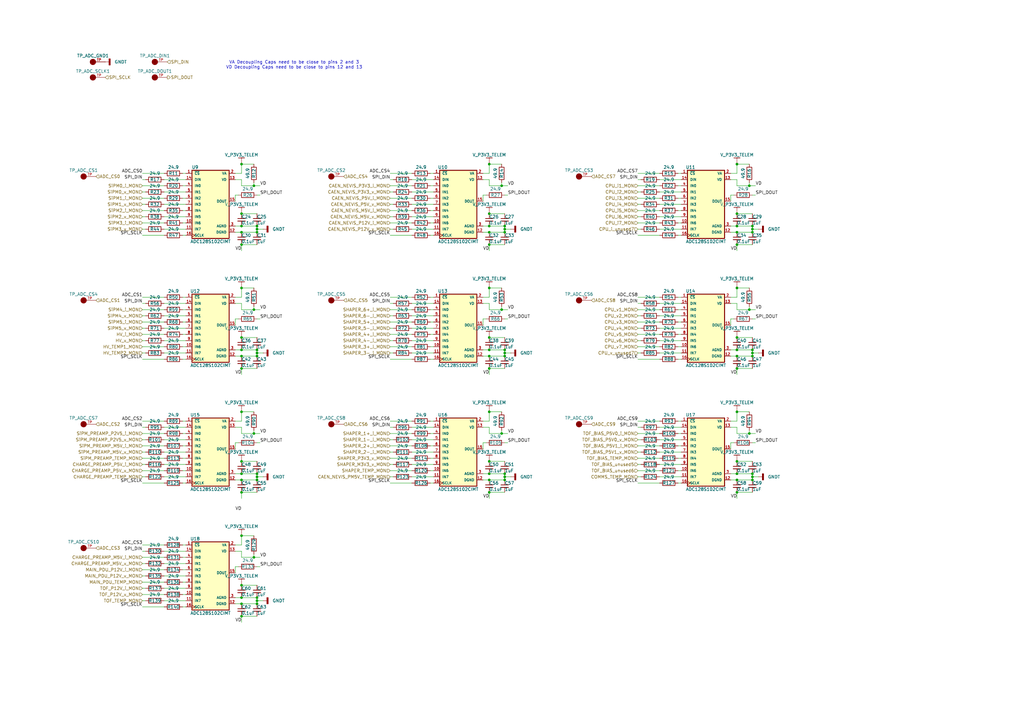
<source format=kicad_sch>
(kicad_sch (version 20250114) (generator "eeschema") (generator_version "9.0")
  (paper "A3")
  (lib_symbols
    (symbol "C_1" (pin_numbers (hide yes)) (pin_names (offset 0) (hide yes))
      (property "Reference" "C" (at 2.54 5.08 0))
      (symbol "C_1_1_1"
        (pin passive line (at 0 2.54 0) (length 2.032) (name "~") (number "1"))
        (pin passive line (at 5.08 2.54 180) (length 2.032) (name "~") (number "2"))
      )
    )
    (symbol "C_2" (pin_numbers (hide yes)) (pin_names (offset 0) (hide yes))
      (property "Reference" "C" (at 2.54 5.08 0))
      (symbol "C_2_1_1"
        (pin passive line (at 0 2.54 0) (length 2.032) (name "~") (number "1"))
        (pin passive line (at 5.08 2.54 180) (length 2.032) (name "~") (number "2"))
      )
    )
    (symbol "Keystone:5002" (pin_names (offset 1.016))
      (property "Reference" "TP" (at -2.5444 2.5415 0))
      (property "Value" "5002" (at -2.55 -5.0866 0))
      (symbol "5002_0_0"
        (pin passive line (at -5.08 0 0) (length 5.08) (name "~") (number "TP"))
      )
    )
    (symbol "Keystone:5003" (pin_names (offset 1.016))
      (property "Reference" "TP" (at -2.5444 2.5415 0))
      (property "Value" "5003" (at -2.55 -5.0866 0))
      (symbol "5003_0_0"
        (pin passive line (at -5.08 0 0) (length 5.08) (name "~") (number "TP"))
      )
    )
    (symbol "Keystone:5005" (pin_names (offset 1.016))
      (property "Reference" "TP" (at -2.5444 2.5415 0))
      (property "Value" "5005" (at -2.55 -5.0866 0))
      (symbol "5005_0_0"
        (pin passive line (at -5.08 0 0) (length 5.08) (name "~") (number "TP"))
      )
    )
    (symbol "Keystone:5006" (pin_names (offset 1.016))
      (property "Reference" "TP" (at -2.5444 2.5415 0))
      (property "Value" "5006" (at -2.55 -5.0866 0))
      (symbol "5006_0_0"
        (pin passive line (at -5.08 0 0) (length 5.08) (name "~") (number "TP"))
      )
    )
    (symbol "Keystone:5015" (pin_names (offset 1.016))
      (property "Reference" "TP" (at -2.5444 2.5415 0))
      (property "Value" "5015" (at -2.55 -5.0866 0))
      (symbol "5015_0_0"
        (pin passive line (at -5.08 0 0) (length 5.08) (name "~") (number "TP"))
      )
    )
    (symbol "MSAG_Misc:+3.3V" (power) (pin_names (offset 0))
      (property "Value" "+3.3V" (at 0 3.556 0))
      (symbol "+3.3V_1_1"
        (pin power_in line (at 0 0 90) (length 0) (hide yes) (name "+3.3V") (number "1"))
      )
    )
    (symbol "Passive_Parts:R" (pin_numbers (hide yes)) (pin_names (offset 0) (hide yes))
      (property "Reference" "R" (at 2.54 5.08 0))
      (symbol "R_1_1"
        (pin passive line (at -1.27 2.54 0) (length 1.27) (name "~") (number "1"))
        (pin passive line (at 6.35 2.54 180) (length 1.27) (name "~") (number "2"))
      )
    )
    (symbol "R_12" (pin_numbers (hide yes)) (pin_names (offset 0) (hide yes))
      (property "Reference" "R" (at 2.54 5.08 0))
      (symbol "R_12_1_1"
        (pin passive line (at -1.27 2.54 0) (length 1.27) (name "~") (number "1"))
        (pin passive line (at 6.35 2.54 180) (length 1.27) (name "~") (number "2"))
      )
    )
    (symbol "Texas_Instruments:ADC128S102CIMT" (pin_names (offset 1.016))
      (property "Reference" "U" (at 0 26.67 0))
      (property "Value" "ADC128S102CIMT" (at 0 -6.35 0))
      (symbol "ADC128S102CIMT_0_0"
        (pin input line (at -10.16 22.86 0) (length 2.54) (name "~{CS}") (number "1"))
        (pin input line (at -10.16 20.32 0) (length 2.54) (name "DIN") (number "14"))
        (pin input line (at -10.16 17.78 0) (length 2.54) (name "IN0") (number "4"))
        (pin input line (at -10.16 15.24 0) (length 2.54) (name "IN1") (number "5"))
        (pin input line (at -10.16 12.7 0) (length 2.54) (name "IN2") (number "6"))
        (pin input line (at -10.16 10.16 0) (length 2.54) (name "IN3") (number "7"))
        (pin input line (at -10.16 7.62 0) (length 2.54) (name "IN4") (number "8"))
        (pin input line (at -10.16 5.08 0) (length 2.54) (name "IN5") (number "9"))
        (pin input line (at -10.16 2.54 0) (length 2.54) (name "IN6") (number "10"))
        (pin input line (at -10.16 0 0) (length 2.54) (name "IN7") (number "11"))
        (pin input clock (at -10.16 -2.54 0) (length 2.54) (name "SCLK") (number "16"))
        (pin power_in line (at 10.16 22.86 180) (length 2.54) (name "VA") (number "2"))
        (pin power_in line (at 10.16 20.32 180) (length 2.54) (name "VD") (number "13"))
        (pin output line (at 10.16 11.43 180) (length 2.54) (name "DOUT") (number "15"))
        (pin power_in line (at 10.16 1.27 180) (length 2.54) (name "AGND") (number "3"))
        (pin power_in line (at 10.16 -1.27 180) (length 2.54) (name "DGND") (number "12"))
      )
    )
    (symbol "power:GNDD" (power) (pin_numbers (hide yes)) (pin_names (offset 0) (hide yes))
      (property "Value" "GNDD" (at 0 -3.175 0))
      (symbol "GNDD_1_1"
        (pin power_in line (at 0 0 270) (length 0) (name "~") (number "1"))
      )
    )
  )
  (text "VA Decoupling Caps need to be close to pins 2 and 3\nVD Decoupling Caps need to be close to pins 12 and 13" (at 120.65 26.67 0) (effects (font (size 1.27 1.27))))
  (junction (at 308.61 144.78))
  (junction (at 99.06 143.51))
  (junction (at 207.01 146.05))
  (junction (at 105.41 247.65))
  (junction (at 302.26 194.31))
  (junction (at 302.26 143.51))
  (junction (at 302.26 168.91))
  (junction (at 302.26 100.33))
  (junction (at 105.41 95.25))
  (junction (at 302.26 146.05))
  (junction (at 105.41 196.85))
  (junction (at 302.26 87.63))
  (junction (at 99.06 138.43))
  (junction (at 200.66 87.63))
  (junction (at 99.06 196.85))
  (junction (at 104.14 76.2))
  (junction (at 105.41 144.78))
  (junction (at 99.06 92.71))
  (junction (at 200.66 67.31))
  (junction (at 99.06 168.91))
  (junction (at 104.14 228.6))
  (junction (at 207.01 143.51))
  (junction (at 105.41 245.11))
  (junction (at 200.66 194.31))
  (junction (at 200.66 168.91))
  (junction (at 99.06 189.23))
  (junction (at 302.26 118.11))
  (junction (at 200.66 138.43))
  (junction (at 302.26 201.93))
  (junction (at 308.61 95.25))
  (junction (at 302.26 67.31))
  (junction (at 200.66 189.23))
  (junction (at 200.66 151.13))
  (junction (at 302.26 151.13))
  (junction (at 200.66 146.05))
  (junction (at 105.41 143.51))
  (junction (at 207.01 194.31))
  (junction (at 207.01 93.98))
  (junction (at 207.01 92.71))
  (junction (at 99.06 67.31))
  (junction (at 308.61 195.58))
  (junction (at 105.41 146.05))
  (junction (at 302.26 138.43))
  (junction (at 99.06 95.25))
  (junction (at 308.61 143.51))
  (junction (at 99.06 247.65))
  (junction (at 302.26 196.85))
  (junction (at 99.06 219.71))
  (junction (at 308.61 93.98))
  (junction (at 200.66 196.85))
  (junction (at 105.41 92.71))
  (junction (at 200.66 92.71))
  (junction (at 104.14 127))
  (junction (at 99.06 240.03))
  (junction (at 205.74 127))
  (junction (at 308.61 92.71))
  (junction (at 104.14 177.8))
  (junction (at 207.01 195.58))
  (junction (at 207.01 144.78))
  (junction (at 200.66 143.51))
  (junction (at 308.61 194.31))
  (junction (at 99.06 146.05))
  (junction (at 205.74 76.2))
  (junction (at 99.06 194.31))
  (junction (at 99.06 100.33))
  (junction (at 207.01 95.25))
  (junction (at 205.74 177.8))
  (junction (at 308.61 146.05))
  (junction (at 307.34 76.2))
  (junction (at 105.41 246.38))
  (junction (at 302.26 92.71))
  (junction (at 302.26 95.25))
  (junction (at 200.66 118.11))
  (junction (at 200.66 95.25))
  (junction (at 99.06 151.13))
  (junction (at 105.41 93.98))
  (junction (at 105.41 194.31))
  (junction (at 99.06 245.11))
  (junction (at 99.06 201.93))
  (junction (at 105.41 195.58))
  (junction (at 200.66 100.33))
  (junction (at 302.26 189.23))
  (junction (at 99.06 252.73))
  (junction (at 200.66 201.93))
  (junction (at 307.34 177.8))
  (junction (at 207.01 196.85))
  (junction (at 308.61 196.85))
  (junction (at 99.06 118.11))
  (junction (at 307.34 127))
  (junction (at 99.06 87.63))
  (wire (pts (xy 74.93 172.72) (xy 76.2 172.72)))
  (wire (pts (xy 270.51 177.8) (xy 261.62 177.8)))
  (wire (pts (xy 67.31 190.5) (xy 76.2 190.5)))
  (wire (pts (xy 168.91 76.2) (xy 160.02 76.2)))
  (wire (pts (xy 270.51 182.88) (xy 261.62 182.88)))
  (wire (pts (xy 161.29 190.5) (xy 160.02 190.5)))
  (wire (pts (xy 299.72 181.61) (xy 299.72 184.15)))
  (wire (pts (xy 76.2 81.28) (xy 74.93 81.28)))
  (wire (pts (xy 207.01 195.58) (xy 207.01 196.85)))
  (wire (pts (xy 96.52 130.81) (xy 96.52 133.35)))
  (wire (pts (xy 67.31 226.06) (xy 76.2 226.06)))
  (wire (pts (xy 99.06 143.51) (xy 105.41 143.51)))
  (wire (pts (xy 200.66 71.12) (xy 200.66 67.31)))
  (wire (pts (xy 99.06 92.71) (xy 105.41 92.71)))
  (wire (pts (xy 58.42 71.12) (xy 67.31 71.12)))
  (wire (pts (xy 198.12 80.01) (xy 198.12 82.55)))
  (wire (pts (xy 76.2 96.52) (xy 74.93 96.52)))
  (wire (pts (xy 302.26 100.33) (xy 302.26 102.87)))
  (wire (pts (xy 96.52 121.92) (xy 99.06 121.92)))
  (wire (pts (xy 67.31 132.08) (xy 58.42 132.08)))
  (wire (pts (xy 198.12 80.01) (xy 199.39 80.01)))
  (wire (pts (xy 200.66 196.85) (xy 207.01 196.85)))
  (wire (pts (xy 58.42 121.92) (xy 67.31 121.92)))
  (wire (pts (xy 261.62 121.92) (xy 270.51 121.92)))
  (wire (pts (xy 96.52 80.01) (xy 97.79 80.01)))
  (wire (pts (xy 104.14 125.73) (xy 104.14 127)))
  (wire (pts (xy 168.91 190.5) (xy 177.8 190.5)))
  (wire (pts (xy 177.8 177.8) (xy 176.53 177.8)))
  (wire (pts (xy 177.8 198.12) (xy 176.53 198.12)))
  (wire (pts (xy 205.74 74.93) (xy 205.74 76.2)))
  (wire (pts (xy 177.8 187.96) (xy 176.53 187.96)))
  (wire (pts (xy 299.72 143.51) (xy 302.26 143.51)))
  (wire (pts (xy 99.06 95.25) (xy 105.41 95.25)))
  (wire (pts (xy 308.61 194.31) (xy 308.61 195.58)))
  (wire (pts (xy 308.61 93.98) (xy 308.61 95.25)))
  (wire (pts (xy 270.51 139.7) (xy 279.4 139.7)))
  (wire (pts (xy 67.31 129.54) (xy 76.2 129.54)))
  (wire (pts (xy 198.12 143.51) (xy 200.66 143.51)))
  (wire (pts (xy 99.06 146.05) (xy 105.41 146.05)))
  (wire (pts (xy 270.51 190.5) (xy 279.4 190.5)))
  (wire (pts (xy 99.06 172.72) (xy 99.06 168.91)))
  (wire (pts (xy 168.91 142.24) (xy 160.02 142.24)))
  (wire (pts (xy 168.91 91.44) (xy 160.02 91.44)))
  (wire (pts (xy 96.52 92.71) (xy 99.06 92.71)))
  (wire (pts (xy 177.8 182.88) (xy 176.53 182.88)))
  (wire (pts (xy 262.89 175.26) (xy 261.62 175.26)))
  (wire (pts (xy 270.51 81.28) (xy 261.62 81.28)))
  (wire (pts (xy 99.06 71.12) (xy 99.06 67.31)))
  (wire (pts (xy 96.52 232.41) (xy 97.79 232.41)))
  (wire (pts (xy 96.52 80.01) (xy 96.52 82.55)))
  (wire (pts (xy 299.72 130.81) (xy 299.72 133.35)))
  (wire (pts (xy 198.12 71.12) (xy 200.66 71.12)))
  (wire (pts (xy 104.14 228.6) (xy 106.68 228.6)))
  (wire (pts (xy 200.66 100.33) (xy 207.01 100.33)))
  (wire (pts (xy 270.51 144.78) (xy 279.4 144.78)))
  (wire (pts (xy 168.91 195.58) (xy 177.8 195.58)))
  (wire (pts (xy 76.2 147.32) (xy 74.93 147.32)))
  (wire (pts (xy 278.13 172.72) (xy 279.4 172.72)))
  (wire (pts (xy 302.26 201.93) (xy 308.61 201.93)))
  (wire (pts (xy 76.2 137.16) (xy 74.93 137.16)))
  (wire (pts (xy 99.06 151.13) (xy 105.41 151.13)))
  (wire (pts (xy 302.26 138.43) (xy 308.61 138.43)))
  (wire (pts (xy 105.41 143.51) (xy 105.41 144.78)))
  (wire (pts (xy 104.14 219.71) (xy 99.06 219.71)))
  (wire (pts (xy 168.91 81.28) (xy 160.02 81.28)))
  (wire (pts (xy 299.72 181.61) (xy 300.99 181.61)))
  (wire (pts (xy 200.66 87.63) (xy 207.01 87.63)))
  (wire (pts (xy 161.29 144.78) (xy 160.02 144.78)))
  (wire (pts (xy 99.06 100.33) (xy 105.41 100.33)))
  (wire (pts (xy 67.31 88.9) (xy 76.2 88.9)))
  (wire (pts (xy 168.91 177.8) (xy 160.02 177.8)))
  (wire (pts (xy 105.41 232.41) (xy 106.68 232.41)))
  (wire (pts (xy 200.66 189.23) (xy 207.01 189.23)))
  (wire (pts (xy 168.91 129.54) (xy 177.8 129.54)))
  (wire (pts (xy 279.4 147.32) (xy 278.13 147.32)))
  (wire (pts (xy 96.52 124.46) (xy 99.06 124.46)))
  (wire (pts (xy 308.61 130.81) (xy 309.88 130.81)))
  (wire (pts (xy 99.06 252.73) (xy 99.06 255.27)))
  (wire (pts (xy 105.41 92.71) (xy 105.41 93.98)))
  (wire (pts (xy 104.14 76.2) (xy 106.68 76.2)))
  (wire (pts (xy 76.2 132.08) (xy 74.93 132.08)))
  (wire (pts (xy 270.51 180.34) (xy 279.4 180.34)))
  (wire (pts (xy 299.72 73.66) (xy 302.26 73.66)))
  (wire (pts (xy 76.2 198.12) (xy 74.93 198.12)))
  (wire (pts (xy 302.26 143.51) (xy 308.61 143.51)))
  (wire (pts (xy 99.06 175.26) (xy 99.06 177.8)))
  (wire (pts (xy 96.52 146.05) (xy 99.06 146.05)))
  (wire (pts (xy 307.34 177.8) (xy 309.88 177.8)))
  (wire (pts (xy 198.12 124.46) (xy 200.66 124.46)))
  (wire (pts (xy 105.41 246.38) (xy 107.95 246.38)))
  (wire (pts (xy 200.66 100.33) (xy 200.66 102.87)))
  (wire (pts (xy 67.31 127) (xy 58.42 127)))
  (wire (pts (xy 302.26 95.25) (xy 308.61 95.25)))
  (wire (pts (xy 161.29 195.58) (xy 160.02 195.58)))
  (wire (pts (xy 198.12 175.26) (xy 200.66 175.26)))
  (wire (pts (xy 207.01 80.01) (xy 208.28 80.01)))
  (wire (pts (xy 160.02 187.96) (xy 168.91 187.96)))
  (wire (pts (xy 299.72 194.31) (xy 302.26 194.31)))
  (wire (pts (xy 168.91 83.82) (xy 177.8 83.82)))
  (wire (pts (xy 168.91 182.88) (xy 160.02 182.88)))
  (wire (pts (xy 76.2 127) (xy 74.93 127)))
  (wire (pts (xy 67.31 78.74) (xy 76.2 78.74)))
  (wire (pts (xy 200.66 194.31) (xy 207.01 194.31)))
  (wire (pts (xy 302.26 92.71) (xy 308.61 92.71)))
  (wire (pts (xy 99.06 189.23) (xy 105.41 189.23)))
  (wire (pts (xy 198.12 73.66) (xy 200.66 73.66)))
  (wire (pts (xy 279.4 187.96) (xy 278.13 187.96)))
  (wire (pts (xy 177.8 147.32) (xy 176.53 147.32)))
  (wire (pts (xy 99.06 228.6) (xy 104.14 228.6)))
  (wire (pts (xy 160.02 172.72) (xy 168.91 172.72)))
  (wire (pts (xy 177.8 91.44) (xy 176.53 91.44)))
  (wire (pts (xy 168.91 180.34) (xy 177.8 180.34)))
  (wire (pts (xy 59.69 195.58) (xy 58.42 195.58)))
  (wire (pts (xy 161.29 180.34) (xy 160.02 180.34)))
  (wire (pts (xy 270.51 134.62) (xy 279.4 134.62)))
  (wire (pts (xy 198.12 146.05) (xy 200.66 146.05)))
  (wire (pts (xy 67.31 195.58) (xy 76.2 195.58)))
  (wire (pts (xy 262.89 190.5) (xy 261.62 190.5)))
  (wire (pts (xy 105.41 80.01) (xy 106.68 80.01)))
  (wire (pts (xy 59.69 83.82) (xy 58.42 83.82)))
  (wire (pts (xy 299.72 124.46) (xy 302.26 124.46)))
  (wire (pts (xy 302.26 175.26) (xy 302.26 177.8)))
  (wire (pts (xy 299.72 172.72) (xy 302.26 172.72)))
  (wire (pts (xy 168.91 132.08) (xy 160.02 132.08)))
  (wire (pts (xy 168.91 139.7) (xy 177.8 139.7)))
  (wire (pts (xy 207.01 195.58) (xy 209.55 195.58)))
  (wire (pts (xy 270.51 83.82) (xy 279.4 83.82)))
  (wire (pts (xy 200.66 175.26) (xy 200.66 177.8)))
  (wire (pts (xy 161.29 83.82) (xy 160.02 83.82)))
  (wire (pts (xy 176.53 121.92) (xy 177.8 121.92)))
  (wire (pts (xy 262.89 129.54) (xy 261.62 129.54)))
  (wire (pts (xy 200.66 172.72) (xy 200.66 168.91)))
  (wire (pts (xy 262.89 185.42) (xy 261.62 185.42)))
  (wire (pts (xy 58.42 238.76) (xy 67.31 238.76)))
  (wire (pts (xy 177.8 86.36) (xy 176.53 86.36)))
  (wire (pts (xy 200.66 177.8) (xy 205.74 177.8)))
  (wire (pts (xy 104.14 227.33) (xy 104.14 228.6)))
  (wire (pts (xy 99.06 194.31) (xy 105.41 194.31)))
  (wire (pts (xy 200.66 76.2) (xy 205.74 76.2)))
  (wire (pts (xy 270.51 127) (xy 261.62 127)))
  (wire (pts (xy 160.02 71.12) (xy 168.91 71.12)))
  (wire (pts (xy 161.29 129.54) (xy 160.02 129.54)))
  (wire (pts (xy 198.12 92.71) (xy 200.66 92.71)))
  (wire (pts (xy 96.52 73.66) (xy 99.06 73.66)))
  (wire (pts (xy 160.02 86.36) (xy 168.91 86.36)))
  (wire (pts (xy 104.14 74.93) (xy 104.14 76.2)))
  (wire (pts (xy 74.93 121.92) (xy 76.2 121.92)))
  (wire (pts (xy 308.61 181.61) (xy 309.88 181.61)))
  (wire (pts (xy 261.62 86.36) (xy 270.51 86.36)))
  (wire (pts (xy 262.89 180.34) (xy 261.62 180.34)))
  (wire (pts (xy 207.01 144.78) (xy 209.55 144.78)))
  (wire (pts (xy 261.62 137.16) (xy 270.51 137.16)))
  (wire (pts (xy 104.14 176.53) (xy 104.14 177.8)))
  (wire (pts (xy 302.26 87.63) (xy 308.61 87.63)))
  (wire (pts (xy 177.8 96.52) (xy 176.53 96.52)))
  (wire (pts (xy 205.74 127) (xy 208.28 127)))
  (wire (pts (xy 302.26 194.31) (xy 308.61 194.31)))
  (wire (pts (xy 99.06 76.2) (xy 104.14 76.2)))
  (wire (pts (xy 168.91 134.62) (xy 177.8 134.62)))
  (wire (pts (xy 307.34 127) (xy 309.88 127)))
  (wire (pts (xy 96.52 196.85) (xy 99.06 196.85)))
  (wire (pts (xy 177.8 137.16) (xy 176.53 137.16)))
  (wire (pts (xy 270.51 175.26) (xy 279.4 175.26)))
  (wire (pts (xy 302.26 71.12) (xy 302.26 67.31)))
  (wire (pts (xy 59.69 78.74) (xy 58.42 78.74)))
  (wire (pts (xy 168.91 88.9) (xy 177.8 88.9)))
  (wire (pts (xy 96.52 95.25) (xy 99.06 95.25)))
  (wire (pts (xy 96.52 226.06) (xy 99.06 226.06)))
  (wire (pts (xy 307.34 74.93) (xy 307.34 76.2)))
  (wire (pts (xy 207.01 194.31) (xy 207.01 195.58)))
  (wire (pts (xy 198.12 181.61) (xy 199.39 181.61)))
  (wire (pts (xy 279.4 137.16) (xy 278.13 137.16)))
  (wire (pts (xy 99.06 121.92) (xy 99.06 118.11)))
  (wire (pts (xy 307.34 118.11) (xy 302.26 118.11)))
  (wire (pts (xy 278.13 71.12) (xy 279.4 71.12)))
  (wire (pts (xy 96.52 172.72) (xy 99.06 172.72)))
  (wire (pts (xy 200.66 121.92) (xy 200.66 118.11)))
  (wire (pts (xy 67.31 193.04) (xy 58.42 193.04)))
  (wire (pts (xy 99.06 223.52) (xy 99.06 219.71)))
  (wire (pts (xy 96.52 130.81) (xy 97.79 130.81)))
  (wire (pts (xy 67.31 233.68) (xy 58.42 233.68)))
  (wire (pts (xy 104.14 67.31) (xy 99.06 67.31)))
  (wire (pts (xy 96.52 175.26) (xy 99.06 175.26)))
  (wire (pts (xy 262.89 93.98) (xy 261.62 93.98)))
  (wire (pts (xy 177.8 76.2) (xy 176.53 76.2)))
  (wire (pts (xy 67.31 76.2) (xy 58.42 76.2)))
  (wire (pts (xy 279.4 127) (xy 278.13 127)))
  (wire (pts (xy 58.42 137.16) (xy 67.31 137.16)))
  (wire (pts (xy 67.31 73.66) (xy 76.2 73.66)))
  (wire (pts (xy 67.31 246.38) (xy 76.2 246.38)))
  (wire (pts (xy 198.12 181.61) (xy 198.12 184.15)))
  (wire (pts (xy 76.2 187.96) (xy 74.93 187.96)))
  (wire (pts (xy 59.69 124.46) (xy 58.42 124.46)))
  (wire (pts (xy 59.69 231.14) (xy 58.42 231.14)))
  (wire (pts (xy 279.4 182.88) (xy 278.13 182.88)))
  (wire (pts (xy 105.41 195.58) (xy 107.95 195.58)))
  (wire (pts (xy 270.51 142.24) (xy 261.62 142.24)))
  (wire (pts (xy 270.51 193.04) (xy 261.62 193.04)))
  (wire (pts (xy 205.74 76.2) (xy 208.28 76.2)))
  (wire (pts (xy 262.89 144.78) (xy 261.62 144.78)))
  (wire (pts (xy 58.42 172.72) (xy 67.31 172.72)))
  (wire (pts (xy 302.26 189.23) (xy 308.61 189.23)))
  (wire (pts (xy 200.66 151.13) (xy 200.66 153.67)))
  (wire (pts (xy 198.12 196.85) (xy 200.66 196.85)))
  (wire (pts (xy 99.06 127) (xy 104.14 127)))
  (wire (pts (xy 262.89 124.46) (xy 261.62 124.46)))
  (wire (pts (xy 67.31 236.22) (xy 76.2 236.22)))
  (wire (pts (xy 302.26 124.46) (xy 302.26 127)))
  (wire (pts (xy 261.62 71.12) (xy 270.51 71.12)))
  (wire (pts (xy 299.72 130.81) (xy 300.99 130.81)))
  (wire (pts (xy 168.91 93.98) (xy 177.8 93.98)))
  (wire (pts (xy 105.41 246.38) (xy 105.41 247.65)))
  (wire (pts (xy 161.29 185.42) (xy 160.02 185.42)))
  (wire (pts (xy 74.93 71.12) (xy 76.2 71.12)))
  (wire (pts (xy 168.91 147.32) (xy 160.02 147.32)))
  (wire (pts (xy 270.51 195.58) (xy 279.4 195.58)))
  (wire (pts (xy 76.2 248.92) (xy 74.93 248.92)))
  (wire (pts (xy 67.31 231.14) (xy 76.2 231.14)))
  (wire (pts (xy 99.06 226.06) (xy 99.06 228.6)))
  (wire (pts (xy 279.4 91.44) (xy 278.13 91.44)))
  (wire (pts (xy 99.06 196.85) (xy 105.41 196.85)))
  (wire (pts (xy 67.31 241.3) (xy 76.2 241.3)))
  (wire (pts (xy 67.31 134.62) (xy 76.2 134.62)))
  (wire (pts (xy 168.91 185.42) (xy 177.8 185.42)))
  (wire (pts (xy 198.12 194.31) (xy 200.66 194.31)))
  (wire (pts (xy 198.12 121.92) (xy 200.66 121.92)))
  (wire (pts (xy 76.2 243.84) (xy 74.93 243.84)))
  (wire (pts (xy 96.52 181.61) (xy 97.79 181.61)))
  (wire (pts (xy 99.06 87.63) (xy 105.41 87.63)))
  (wire (pts (xy 207.01 93.98) (xy 207.01 95.25)))
  (wire (pts (xy 299.72 175.26) (xy 302.26 175.26)))
  (wire (pts (xy 96.52 143.51) (xy 99.06 143.51)))
  (wire (pts (xy 200.66 127) (xy 205.74 127)))
  (wire (pts (xy 168.91 175.26) (xy 177.8 175.26)))
  (wire (pts (xy 207.01 130.81) (xy 208.28 130.81)))
  (wire (pts (xy 299.72 95.25) (xy 302.26 95.25)))
  (wire (pts (xy 105.41 195.58) (xy 105.41 196.85)))
  (wire (pts (xy 96.52 194.31) (xy 99.06 194.31)))
  (wire (pts (xy 270.51 73.66) (xy 279.4 73.66)))
  (wire (pts (xy 76.2 193.04) (xy 74.93 193.04)))
  (wire (pts (xy 270.51 76.2) (xy 261.62 76.2)))
  (wire (pts (xy 279.4 76.2) (xy 278.13 76.2)))
  (wire (pts (xy 302.26 151.13) (xy 308.61 151.13)))
  (wire (pts (xy 299.72 71.12) (xy 302.26 71.12)))
  (wire (pts (xy 99.06 252.73) (xy 105.41 252.73)))
  (wire (pts (xy 270.51 91.44) (xy 261.62 91.44)))
  (wire (pts (xy 262.89 134.62) (xy 261.62 134.62)))
  (wire (pts (xy 262.89 195.58) (xy 261.62 195.58)))
  (wire (pts (xy 302.26 172.72) (xy 302.26 168.91)))
  (wire (pts (xy 279.4 142.24) (xy 278.13 142.24)))
  (wire (pts (xy 104.14 177.8) (xy 106.68 177.8)))
  (wire (pts (xy 302.26 201.93) (xy 302.26 204.47)))
  (wire (pts (xy 99.06 138.43) (xy 105.41 138.43)))
  (wire (pts (xy 161.29 124.46) (xy 160.02 124.46)))
  (wire (pts (xy 279.4 86.36) (xy 278.13 86.36)))
  (wire (pts (xy 59.69 175.26) (xy 58.42 175.26)))
  (wire (pts (xy 59.69 185.42) (xy 58.42 185.42)))
  (wire (pts (xy 67.31 248.92) (xy 58.42 248.92)))
  (wire (pts (xy 59.69 226.06) (xy 58.42 226.06)))
  (wire (pts (xy 207.01 92.71) (xy 207.01 93.98)))
  (wire (pts (xy 205.74 176.53) (xy 205.74 177.8)))
  (wire (pts (xy 59.69 241.3) (xy 58.42 241.3)))
  (wire (pts (xy 76.2 233.68) (xy 74.93 233.68)))
  (wire (pts (xy 161.29 78.74) (xy 160.02 78.74)))
  (wire (pts (xy 96.52 71.12) (xy 99.06 71.12)))
  (wire (pts (xy 160.02 121.92) (xy 168.91 121.92)))
  (wire (pts (xy 279.4 193.04) (xy 278.13 193.04)))
  (wire (pts (xy 302.26 76.2) (xy 307.34 76.2)))
  (wire (pts (xy 59.69 93.98) (xy 58.42 93.98)))
  (wire (pts (xy 198.12 130.81) (xy 198.12 133.35)))
  (wire (pts (xy 58.42 86.36) (xy 67.31 86.36)))
  (wire (pts (xy 308.61 143.51) (xy 308.61 144.78)))
  (wire (pts (xy 270.51 124.46) (xy 279.4 124.46)))
  (wire (pts (xy 76.2 228.6) (xy 74.93 228.6)))
  (wire (pts (xy 308.61 93.98) (xy 311.15 93.98)))
  (wire (pts (xy 104.14 127) (xy 106.68 127)))
  (wire (pts (xy 168.91 96.52) (xy 160.02 96.52)))
  (wire (pts (xy 105.41 181.61) (xy 106.68 181.61)))
  (wire (pts (xy 67.31 243.84) (xy 58.42 243.84)))
  (wire (pts (xy 99.06 245.11) (xy 105.41 245.11)))
  (wire (pts (xy 105.41 144.78) (xy 105.41 146.05)))
  (wire (pts (xy 307.34 176.53) (xy 307.34 177.8)))
  (wire (pts (xy 278.13 121.92) (xy 279.4 121.92)))
  (wire (pts (xy 99.06 201.93) (xy 105.41 201.93)))
  (wire (pts (xy 177.8 127) (xy 176.53 127)))
  (wire (pts (xy 270.51 129.54) (xy 279.4 129.54)))
  (wire (pts (xy 302.26 127) (xy 307.34 127)))
  (wire (pts (xy 59.69 88.9) (xy 58.42 88.9)))
  (wire (pts (xy 207.01 143.51) (xy 207.01 144.78)))
  (wire (pts (xy 205.74 177.8) (xy 208.28 177.8)))
  (wire (pts (xy 59.69 129.54) (xy 58.42 129.54)))
  (wire (pts (xy 76.2 76.2) (xy 74.93 76.2)))
  (wire (pts (xy 99.06 201.93) (xy 99.06 204.47)))
  (wire (pts (xy 99.06 240.03) (xy 105.41 240.03)))
  (wire (pts (xy 302.26 121.92) (xy 302.26 118.11)))
  (wire (pts (xy 168.91 127) (xy 160.02 127)))
  (wire (pts (xy 96.52 232.41) (xy 96.52 234.95)))
  (wire (pts (xy 67.31 198.12) (xy 58.42 198.12)))
  (wire (pts (xy 67.31 96.52) (xy 58.42 96.52)))
  (wire (pts (xy 262.89 78.74) (xy 261.62 78.74)))
  (wire (pts (xy 307.34 67.31) (xy 302.26 67.31)))
  (wire (pts (xy 279.4 96.52) (xy 278.13 96.52)))
  (wire (pts (xy 302.26 100.33) (xy 308.61 100.33)))
  (wire (pts (xy 67.31 93.98) (xy 76.2 93.98)))
  (wire (pts (xy 58.42 187.96) (xy 67.31 187.96)))
  (wire (pts (xy 67.31 175.26) (xy 76.2 175.26)))
  (wire (pts (xy 262.89 73.66) (xy 261.62 73.66)))
  (wire (pts (xy 105.41 93.98) (xy 105.41 95.25)))
  (wire (pts (xy 307.34 125.73) (xy 307.34 127)))
  (wire (pts (xy 279.4 81.28) (xy 278.13 81.28)))
  (wire (pts (xy 105.41 194.31) (xy 105.41 195.58)))
  (wire (pts (xy 99.06 177.8) (xy 104.14 177.8)))
  (wire (pts (xy 168.91 78.74) (xy 177.8 78.74)))
  (wire (pts (xy 67.31 147.32) (xy 58.42 147.32)))
  (wire (pts (xy 59.69 134.62) (xy 58.42 134.62)))
  (wire (pts (xy 177.8 132.08) (xy 176.53 132.08)))
  (wire (pts (xy 302.26 146.05) (xy 308.61 146.05)))
  (wire (pts (xy 299.72 80.01) (xy 299.72 82.55)))
  (wire (pts (xy 67.31 185.42) (xy 76.2 185.42)))
  (wire (pts (xy 200.66 73.66) (xy 200.66 76.2)))
  (wire (pts (xy 177.8 193.04) (xy 176.53 193.04)))
  (wire (pts (xy 299.72 146.05) (xy 302.26 146.05)))
  (wire (pts (xy 160.02 137.16) (xy 168.91 137.16)))
  (wire (pts (xy 76.2 86.36) (xy 74.93 86.36)))
  (wire (pts (xy 270.51 93.98) (xy 279.4 93.98)))
  (wire (pts (xy 161.29 175.26) (xy 160.02 175.26)))
  (wire (pts (xy 200.66 92.71) (xy 207.01 92.71)))
  (wire (pts (xy 205.74 67.31) (xy 200.66 67.31)))
  (wire (pts (xy 76.2 182.88) (xy 74.93 182.88)))
  (wire (pts (xy 59.69 190.5) (xy 58.42 190.5)))
  (wire (pts (xy 302.26 151.13) (xy 302.26 153.67)))
  (wire (pts (xy 279.4 177.8) (xy 278.13 177.8)))
  (wire (pts (xy 99.06 151.13) (xy 99.06 153.67)))
  (wire (pts (xy 59.69 144.78) (xy 58.42 144.78)))
  (wire (pts (xy 67.31 83.82) (xy 76.2 83.82)))
  (wire (pts (xy 200.66 138.43) (xy 207.01 138.43)))
  (wire (pts (xy 200.66 201.93) (xy 200.66 204.47)))
  (wire (pts (xy 59.69 236.22) (xy 58.42 236.22)))
  (wire (pts (xy 59.69 73.66) (xy 58.42 73.66)))
  (wire (pts (xy 205.74 168.91) (xy 200.66 168.91)))
  (wire (pts (xy 270.51 96.52) (xy 261.62 96.52)))
  (wire (pts (xy 308.61 195.58) (xy 308.61 196.85)))
  (wire (pts (xy 302.26 73.66) (xy 302.26 76.2)))
  (wire (pts (xy 205.74 125.73) (xy 205.74 127)))
  (wire (pts (xy 261.62 187.96) (xy 270.51 187.96)))
  (wire (pts (xy 270.51 185.42) (xy 279.4 185.42)))
  (wire (pts (xy 168.91 144.78) (xy 177.8 144.78)))
  (wire (pts (xy 67.31 124.46) (xy 76.2 124.46)))
  (wire (pts (xy 308.61 92.71) (xy 308.61 93.98)))
  (wire (pts (xy 279.4 198.12) (xy 278.13 198.12)))
  (wire (pts (xy 307.34 168.91) (xy 302.26 168.91)))
  (wire (pts (xy 96.52 245.11) (xy 99.06 245.11)))
  (wire (pts (xy 161.29 139.7) (xy 160.02 139.7)))
  (wire (pts (xy 168.91 124.46) (xy 177.8 124.46)))
  (wire (pts (xy 99.06 124.46) (xy 99.06 127)))
  (wire (pts (xy 67.31 182.88) (xy 58.42 182.88)))
  (wire (pts (xy 105.41 245.11) (xy 105.41 246.38)))
  (wire (pts (xy 168.91 198.12) (xy 160.02 198.12)))
  (wire (pts (xy 76.2 142.24) (xy 74.93 142.24)))
  (wire (pts (xy 262.89 83.82) (xy 261.62 83.82)))
  (wire (pts (xy 161.29 134.62) (xy 160.02 134.62)))
  (wire (pts (xy 307.34 76.2) (xy 309.88 76.2)))
  (wire (pts (xy 161.29 88.9) (xy 160.02 88.9)))
  (wire (pts (xy 205.74 118.11) (xy 200.66 118.11)))
  (wire (pts (xy 99.06 73.66) (xy 99.06 76.2)))
  (wire (pts (xy 308.61 144.78) (xy 311.15 144.78)))
  (wire (pts (xy 96.52 181.61) (xy 96.52 184.15)))
  (wire (pts (xy 207.01 181.61) (xy 208.28 181.61)))
  (wire (pts (xy 308.61 195.58) (xy 311.15 195.58)))
  (wire (pts (xy 299.72 92.71) (xy 302.26 92.71)))
  (wire (pts (xy 161.29 73.66) (xy 160.02 73.66)))
  (wire (pts (xy 59.69 180.34) (xy 58.42 180.34)))
  (wire (pts (xy 168.91 73.66) (xy 177.8 73.66)))
  (wire (pts (xy 198.12 172.72) (xy 200.66 172.72)))
  (wire (pts (xy 270.51 88.9) (xy 279.4 88.9)))
  (wire (pts (xy 270.51 198.12) (xy 261.62 198.12)))
  (wire (pts (xy 308.61 80.01) (xy 309.88 80.01)))
  (wire (pts (xy 302.26 196.85) (xy 308.61 196.85)))
  (wire (pts (xy 104.14 168.91) (xy 99.06 168.91)))
  (wire (pts (xy 105.41 144.78) (xy 107.95 144.78)))
  (wire (pts (xy 200.66 201.93) (xy 207.01 201.93)))
  (wire (pts (xy 207.01 93.98) (xy 209.55 93.98)))
  (wire (pts (xy 302.26 177.8) (xy 307.34 177.8)))
  (wire (pts (xy 270.51 78.74) (xy 279.4 78.74)))
  (wire (pts (xy 207.01 144.78) (xy 207.01 146.05)))
  (wire (pts (xy 200.66 124.46) (xy 200.66 127)))
  (wire (pts (xy 200.66 151.13) (xy 207.01 151.13)))
  (wire (pts (xy 262.89 88.9) (xy 261.62 88.9)))
  (wire (pts (xy 299.72 196.85) (xy 302.26 196.85)))
  (wire (pts (xy 177.8 81.28) (xy 176.53 81.28)))
  (wire (pts (xy 198.12 130.81) (xy 199.39 130.81)))
  (wire (pts (xy 299.72 80.01) (xy 300.99 80.01)))
  (wire (pts (xy 76.2 177.8) (xy 74.93 177.8)))
  (wire (pts (xy 74.93 223.52) (xy 76.2 223.52)))
  (wire (pts (xy 59.69 246.38) (xy 58.42 246.38)))
  (wire (pts (xy 59.69 139.7) (xy 58.42 139.7)))
  (wire (pts (xy 67.31 228.6) (xy 58.42 228.6)))
  (wire (pts (xy 67.31 81.28) (xy 58.42 81.28)))
  (wire (pts (xy 96.52 223.52) (xy 99.06 223.52)))
  (wire (pts (xy 270.51 147.32) (xy 261.62 147.32)))
  (wire (pts (xy 279.4 132.08) (xy 278.13 132.08)))
  (wire (pts (xy 99.06 247.65) (xy 105.41 247.65)))
  (wire (pts (xy 105.41 130.81) (xy 106.68 130.81)))
  (wire (pts (xy 308.61 144.78) (xy 308.61 146.05)))
  (wire (pts (xy 177.8 142.24) (xy 176.53 142.24)))
  (wire (pts (xy 99.06 100.33) (xy 99.06 102.87)))
  (wire (pts (xy 67.31 180.34) (xy 76.2 180.34)))
  (wire (pts (xy 67.31 142.24) (xy 58.42 142.24)))
  (wire (pts (xy 198.12 95.25) (xy 200.66 95.25)))
  (wire (pts (xy 262.89 139.7) (xy 261.62 139.7)))
  (wire (pts (xy 96.52 247.65) (xy 99.06 247.65)))
  (wire (pts (xy 67.31 177.8) (xy 58.42 177.8)))
  (wire (pts (xy 176.53 172.72) (xy 177.8 172.72)))
  (wire (pts (xy 299.72 121.92) (xy 302.26 121.92)))
  (wire (pts (xy 67.31 144.78) (xy 76.2 144.78)))
  (wire (pts (xy 67.31 91.44) (xy 58.42 91.44)))
  (wire (pts (xy 58.42 223.52) (xy 67.31 223.52)))
  (wire (pts (xy 104.14 118.11) (xy 99.06 118.11)))
  (wire (pts (xy 200.66 95.25) (xy 207.01 95.25)))
  (wire (pts (xy 261.62 172.72) (xy 270.51 172.72)))
  (wire (pts (xy 200.66 143.51) (xy 207.01 143.51)))
  (wire (pts (xy 168.91 193.04) (xy 160.02 193.04)))
  (wire (pts (xy 176.53 71.12) (xy 177.8 71.12)))
  (wire (pts (xy 270.51 132.08) (xy 261.62 132.08)))
  (wire (pts (xy 67.31 139.7) (xy 76.2 139.7)))
  (wire (pts (xy 76.2 91.44) (xy 74.93 91.44)))
  (wire (pts (xy 200.66 146.05) (xy 207.01 146.05)))
  (wire (pts (xy 161.29 93.98) (xy 160.02 93.98)))
  (wire (pts (xy 76.2 238.76) (xy 74.93 238.76)))
  (wire (pts (xy 105.41 93.98) (xy 107.95 93.98)))
  (label "ADC_CS3" (at 58.42 223.52 180))
  (label "SPI_SCLK" (at 160.02 198.12 180))
  (label "SPI_SCLK" (at 261.62 96.52 180))
  (label "SPI_DIN" (at 58.42 175.26 180))
  (label "SPI_DOUT" (at 309.88 130.81 0))
  (label "VD" (at 309.88 177.8 0))
  (label "ADC_CS4" (at 160.02 71.12 180))
  (label "VD" (at 208.28 76.2 0))
  (label "VD" (at 200.66 102.87 180))
  (label "ADC_CS5" (at 160.02 121.92 180))
  (label "VD" (at 302.26 204.47 180))
  (label "SPI_DIN" (at 58.42 124.46 180))
  (label "ADC_CS1" (at 58.42 121.92 180))
  (label "VD" (at 302.26 153.67 180))
  (label "SPI_DOUT" (at 106.68 80.01 0))
  (label "SPI_DIN" (at 160.02 124.46 180))
  (label "ADC_CS2" (at 58.42 172.72 180))
  (label "VD" (at 106.68 76.2 0))
  (label "VD" (at 99.06 209.55 180))
  (label "SPI_SCLK" (at 261.62 198.12 180))
  (label "SPI_DIN" (at 58.42 226.06 180))
  (label "SPI_DOUT" (at 106.68 130.81 0))
  (label "VD" (at 302.26 102.87 180))
  (label "SPI_DOUT" (at 208.28 181.61 0))
  (label "VD" (at 99.06 102.87 180))
  (label "ADC_CS7" (at 261.62 71.12 180))
  (label "VD" (at 99.06 255.27 180))
  (label "SPI_SCLK" (at 58.42 147.32 180))
  (label "ADC_CS0" (at 58.42 71.12 180))
  (label "SPI_DOUT" (at 208.28 80.01 0))
  (label "SPI_SCLK" (at 58.42 198.12 180))
  (label "SPI_DIN" (at 261.62 73.66 180))
  (label "VD" (at 106.68 177.8 0))
  (label "SPI_DIN" (at 261.62 124.46 180))
  (label "SPI_SCLK" (at 160.02 147.32 180))
  (label "SPI_SCLK" (at 261.62 147.32 180))
  (label "SPI_SCLK" (at 58.42 96.52 180))
  (label "VD" (at 309.88 127 0))
  (label "SPI_DOUT" (at 208.28 130.81 0))
  (label "SPI_DIN" (at 261.62 175.26 180))
  (label "ADC_CS8" (at 261.62 121.92 180))
  (label "SPI_DIN" (at 58.42 73.66 180))
  (label "SPI_DOUT" (at 106.68 181.61 0))
  (label "SPI_SCLK" (at 160.02 96.52 180))
  (label "VD" (at 200.66 204.47 180))
  (label "ADC_CS9" (at 261.62 172.72 180))
  (label "SPI_DIN" (at 160.02 73.66 180))
  (label "VD" (at 208.28 127 0))
  (label "VD" (at 309.88 76.2 0))
  (label "VD" (at 106.68 127 0))
  (label "VD" (at 106.68 228.6 0))
  (label "ADC_CS6" (at 160.02 172.72 180))
  (label "VD" (at 99.06 153.67 180))
  (label "SPI_DOUT" (at 309.88 80.01 0))
  (label "SPI_DIN" (at 160.02 175.26 180))
  (label "VD" (at 208.28 177.8 0))
  (label "SPI_DOUT" (at 106.68 232.41 0))
  (label "SPI_DOUT" (at 309.88 181.61 0))
  (label "VD" (at 200.66 153.67 180))
  (label "SPI_SCLK" (at 58.42 248.92 180))
  (hierarchical_label "SHAPER_3-_i_MON" (shape input) (at 160.02 144.78 180))
  (hierarchical_label "CHARGE_PREAMP_P5V_i_MON" (shape input) (at 58.42 190.5 180))
  (hierarchical_label "CPU_i2_MON" (shape input) (at 261.62 78.74 180))
  (hierarchical_label "SiPM_PREAMP_M5V_i_MON" (shape input) (at 58.42 182.88 180))
  (hierarchical_label "TOF_P12V_i_MON" (shape input) (at 58.42 241.3 180))
  (hierarchical_label "CPU_v1_MON" (shape input) (at 261.62 127 180))
  (hierarchical_label "SiPM_PREAMP_M5V_v_MON" (shape input) (at 58.42 185.42 180))
  (hierarchical_label "CAEN_NEVIS_P3V3_i_MON" (shape input) (at 160.02 76.2 180))
  (hierarchical_label "SiPM5_i_MON" (shape input) (at 58.42 132.08 180))
  (hierarchical_label "ADC_CS9" (shape input) (at 242.57 173.99 0))
  (hierarchical_label "CHARGE_PREAMP_M5V_i_MON" (shape input) (at 58.42 228.6 180))
  (hierarchical_label "CPU_v2_MON" (shape input) (at 261.62 129.54 180))
  (hierarchical_label "TOF_BIAS_unused5" (shape input) (at 261.62 190.5 180))
  (hierarchical_label "SiPM4_v_MON" (shape input) (at 58.42 129.54 180))
  (hierarchical_label "CAEN_NEVIS_PM5V_TEMP_MON" (shape input) (at 160.02 195.58 180))
  (hierarchical_label "CPU_i7_MON" (shape input) (at 261.62 91.44 180))
  (hierarchical_label "SiPM0_i_MON" (shape input) (at 58.42 76.2 180))
  (hierarchical_label "CPU_i1_MON" (shape input) (at 261.62 76.2 180))
  (hierarchical_label "CAEN_NEVIS_M5V_v_MON" (shape input) (at 160.02 88.9 180))
  (hierarchical_label "CPU_i5_MON" (shape input) (at 261.62 86.36 180))
  (hierarchical_label "SHAPER_M3V3_v_MON" (shape input) (at 160.02 190.5 180))
  (hierarchical_label "TOF_BIAS_P5V1_i_MON" (shape input) (at 261.62 182.88 180))
  (hierarchical_label "SHAPER_4+_i_MON" (shape input) (at 160.02 137.16 180))
  (hierarchical_label "CHARGE_PREAMP_TEMP_MON" (shape input) (at 58.42 195.58 180))
  (hierarchical_label "SiPM3_i_MON" (shape input) (at 58.42 91.44 180))
  (hierarchical_label "CHARGE_PREAMP_M5V_v_MON" (shape input) (at 58.42 231.14 180))
  (hierarchical_label "CAEN_NEVIS_P12V_v_MON" (shape input) (at 160.02 93.98 180))
  (hierarchical_label "SiPM_PREAMP_P2V5_i_MON" (shape input) (at 58.42 177.8 180))
  (hierarchical_label "MAIN_PDU_P12V_i_MON" (shape input) (at 58.42 233.68 180))
  (hierarchical_label "SiPM0_v_MON" (shape input) (at 58.42 78.74 180))
  (hierarchical_label "SiPM1_i_MON" (shape input) (at 58.42 81.28 180))
  (hierarchical_label "TOF_P12V_v_MON" (shape input) (at 58.42 243.84 180))
  (hierarchical_label "ADC_CS7" (shape input) (at 242.57 72.39 0))
  (hierarchical_label "CPU_i3_MON" (shape input) (at 261.62 81.28 180))
  (hierarchical_label "ADC_CS6" (shape input) (at 140.97 173.99 0))
  (hierarchical_label "CPU_v5_MON" (shape input) (at 261.62 137.16 180))
  (hierarchical_label "ADC_CS2" (shape input) (at 39.37 173.99 0))
  (hierarchical_label "CHARGE_PREAMP_P5V_v_MON" (shape input) (at 58.42 193.04 180))
  (hierarchical_label "SHAPER_6+_i_MON" (shape input) (at 160.02 127 180))
  (hierarchical_label "SiPM2_v_MON" (shape input) (at 58.42 88.9 180))
  (hierarchical_label "CAEN_NEVIS_P5V_v_MON" (shape input) (at 160.02 83.82 180))
  (hierarchical_label "SiPM1_v_MON" (shape input) (at 58.42 83.82 180))
  (hierarchical_label "ADC_CS4" (shape input) (at 140.97 72.39 0))
  (hierarchical_label "SiPM4_i_MON" (shape input) (at 58.42 127 180))
  (hierarchical_label "TOF_BIAS_P5V0_v_MON" (shape input) (at 261.62 180.34 180))
  (hierarchical_label "CPU_i4_MON" (shape input) (at 261.62 83.82 180))
  (hierarchical_label "HV_TEMP1_MON" (shape input) (at 58.42 142.24 180))
  (hierarchical_label "CPU_v4_MON" (shape input) (at 261.62 134.62 180))
  (hierarchical_label "SHAPER_4-_i_MON" (shape input) (at 160.02 139.7 180))
  (hierarchical_label "TOF_BIAS_P5V1_v_MON" (shape input) (at 261.62 185.42 180))
  (hierarchical_label "ADC_CS0" (shape input) (at 39.37 72.39 0))
  (hierarchical_label "TOF_BIAS_unused6" (shape input) (at 261.62 193.04 180))
  (hierarchical_label "SiPM_PREAMP_P2V5_v_MON" (shape input) (at 58.42 180.34 180))
  (hierarchical_label "SHAPER_5+_i_MON" (shape input) (at 160.02 132.08 180))
  (hierarchical_label "SHAPER_3+_i_MON" (shape input) (at 160.02 142.24 180))
  (hierarchical_label "TOF_TEMP_MON" (shape input) (at 58.42 246.38 180))
  (hierarchical_label "ADC_CS3" (shape input) (at 39.37 224.79 0))
  (hierarchical_label "SiPM5_v_MON" (shape input) (at 58.42 134.62 180))
  (hierarchical_label "SHAPER_5-_i_MON" (shape input) (at 160.02 134.62 180))
  (hierarchical_label "ADC_CS8" (shape input) (at 242.57 123.19 0))
  (hierarchical_label "SiPM2_i_MON" (shape input) (at 58.42 86.36 180))
  (hierarchical_label "HV_TEMP2_MON" (shape input) (at 58.42 144.78 180))
  (hierarchical_label "CPU_v7_MON" (shape input) (at 261.62 142.24 180))
  (hierarchical_label "TOF_BIAS_TEMP_MON" (shape input) (at 261.62 187.96 180))
  (hierarchical_label "CPU_v3_MON" (shape input) (at 261.62 132.08 180))
  (hierarchical_label "CAEN_NEVIS_P3V3_v_MON" (shape input) (at 160.02 78.74 180))
  (hierarchical_label "CPU_v_unused7" (shape input) (at 261.62 144.78 180))
  (hierarchical_label "HV_i_MON" (shape input) (at 58.42 137.16 180))
  (hierarchical_label "CPU_i_unused7" (shape input) (at 261.62 93.98 180))
  (hierarchical_label "SHAPER_1-_i_MON" (shape input) (at 160.02 180.34 180))
  (hierarchical_label "CAEN_NEVIS_P12V_i_MON" (shape input) (at 160.02 91.44 180))
  (hierarchical_label "SHAPER_6-_i_MON" (shape input) (at 160.02 129.54 180))
  (hierarchical_label "COMMS_TEMP_MON" (shape input) (at 261.62 195.58 180))
  (hierarchical_label "ADC_CS5" (shape input) (at 140.97 123.19 0))
  (hierarchical_label "CPU_v6_MON" (shape input) (at 261.62 139.7 180))
  (hierarchical_label "HV_v_MON" (shape input) (at 58.42 139.7 180))
  (hierarchical_label "CAEN_NEVIS_P5V_i_MON" (shape input) (at 160.02 81.28 180))
  (hierarchical_label "ADC_CS1" (shape input) (at 39.37 123.19 0))
  (hierarchical_label "TOF_BIAS_P5V0_i_MON" (shape input) (at 261.62 177.8 180))
  (hierarchical_label "CAEN_NEVIS_M5V_i_MON" (shape input) (at 160.02 86.36 180))
  (hierarchical_label "SiPM3_v_MON" (shape input) (at 58.42 93.98 180))
  (hierarchical_label "SPI_DIN" (shape input) (at 68.58 25.4 0))
  (hierarchical_label "SiPM_PREAMP_TEMP_MON" (shape input) (at 58.42 187.96 180))
  (hierarchical_label "SPI_DOUT" (shape output) (at 68.58 31.75 0))
  (hierarchical_label "SHAPER_2+_i_MON" (shape input) (at 160.02 182.88 180))
  (hierarchical_label "MAIN_PDU_TEMP_MON" (shape input) (at 58.42 238.76 180))
  (hierarchical_label "SPI_SCLK" (shape input) (at 43.18 31.75 0))
  (hierarchical_label "MAIN_PDU_P12V_v_MON" (shape input) (at 58.42 236.22 180))
  (hierarchical_label "SHAPER_1+_i_MON" (shape input) (at 160.02 177.8 180))
  (hierarchical_label "SHAPER_P3V3_v_MON" (shape input) (at 160.02 187.96 180))
  (hierarchical_label "SHAPER_TEMP_MON" (shape input) (at 160.02 193.04 180))
  (hierarchical_label "CPU_i6_MON" (shape input) (at 261.62 88.9 180))
  (hierarchical_label "SHAPER_2-_i_MON" (shape input) (at 160.02 185.42 180))
  (symbol (lib_name "C_2") (lib_id "Passive_Parts:C") (at 102.87 138.43 270) (unit 1) (on_board no)
    (property "Reference" "C37" (at 105.41 139.7 90) (effects (justify left)))
    (property "Value" "1uF" (at 105.41 142.24 90) (effects (justify left)))
    (property "Footprint" "Capacitor_SMD:C_0402_1005Metric" (effects (hide yes)))
    (property "Datasheet" "https://mm.digikey.com/Volume0/opasdata/d220001/medias/docus/41/CL05B105KQ5NQNC_Spec.pdf" (effects (hide yes)))
    (property "Description" "1 µF ±10% 6.3V Ceramic Capacitor X7R 0402 (1005 Metric)" (effects (hide yes)))
    (property "Manufacturer" "Samsung Electro-Mechanics" (effects (hide yes)))
    (property "ManufacturerPN" "CL05B105KQ5NQNC" (effects (hide yes)))
    (property "Vendor" "Digikey" (effects (hide yes)))
    (property "VendorPN" "1276-1513-1-ND" (effects (hide yes)))
    (property "VendorURL" "https://www.digikey.com/en/products/detail/samsung-electro-mechanics/CL05B105KQ5NQNC/3887171?s=N4IgTCBcDaIIxgOwDYC0cCscDM7UDkAREAXQF8g" (effects (hide yes)))
    (property "Package" "0603" (effects (hide yes)))
    (property "Mounting Type" "Surface Mount, MLCC" (effects (hide yes)))
  )
  (symbol (lib_id "Keystone:5003") (at 63.5 25.4 0) (mirror y) (unit 1) (on_board no)
    (property "Reference" "TP_ADC_DIN1" (at 63.5 22.86 0))
    (property "Value" "5003" (effects (hide yes)))
    (property "Footprint" "TestPoint:TestPoint_Keystone_5000-5004_Miniature" (effects (hide yes)))
    (property "Datasheet" "https://www.keyelco.com/userAssets/file/M65p56.pdf" (effects (hide yes)))
    (property "Description" "Orange PC Test Point, Miniature Phosphor Bronze Silver Plating Through Hole Mounting Type" (effects (hide yes)))
    (property "Manufacturer" "Keystone" (effects (hide yes)))
    (property "ManufacturerPN" "5003" (effects (hide yes)))
    (property "Vendor" "Digikey" (effects (hide yes)))
    (property "VendorPN" "36-5003-ND" (effects (hide yes)))
    (property "VendorURL" "https://www.digikey.com/en/products/detail/keystone-electronics/5003/362668" (effects (hide yes)))
    (property "Mounting Type" "Through Hole" (effects (hide yes)))
  )
  (symbol (lib_id "MSAG_Misc:+3.3V") (at 99.06 219.71 0) (unit 1) (on_board no)
    (property "Reference" "#PWR0181" (effects (hide yes)))
    (property "Value" "V_P3V3_TELEM" (at 99.06 215.9 0))
    (property "Description" "power-flag symbol" (effects (hide yes)))
  )
  (symbol (lib_id "Passive_Parts:R") (at 68.58 185.42 0) (unit 1) (on_board no)
    (property "Reference" "R107" (at 71.12 182.88 0))
    (property "Value" "24.9" (at 71.12 180.34 0))
    (property "Footprint" "Resistor_SMD:R_0603_1608Metric_Pad0.98x0.95mm_HandSolder" (effects (hide yes)))
    (property "Datasheet" "https://www.seielect.com/catalog/sei-rmcf_rmcp.pdf" (effects (hide yes)))
    (property "Description" "24.9 Ohms ±1% 0.1W, 1/10W Chip Resistor 0603 (1608 Metric) Automotive AEC-Q200 Thick Film" (effects (hide yes)))
    (property "Manufacturer" "Stackpole Electronics Inc" (effects (hide yes)))
    (property "ManufacturerPN" "RMCF0603FT24R9" (effects (hide yes)))
    (property "Package" "0603" (effects (hide yes)))
    (property "Mounting Type" "SMD" (effects (hide yes)))
    (property "Vendor" "Digikey" (effects (hide yes)))
    (property "VendorPN" "RMCF0603FT24R9CT-ND" (effects (hide yes)))
    (property "VendorURL" "https://www.digikey.com/en/products/detail/stackpole-electronics-inc/RMCF0603FT24R9/1760845?s=N4IgTCBcDaIEoFkDCAxADANjQZhQFTABY4BOJPAWgDkAREAXQF8g" (effects (hide yes)))
  )
  (symbol (lib_id "MSAG_Misc:+3.3V") (at 200.66 168.91 0) (unit 1) (on_board no)
    (property "Reference" "#PWR0173" (effects (hide yes)))
    (property "Value" "V_P3V3_TELEM" (at 200.66 165.1 0))
    (property "Description" "power-flag symbol" (effects (hide yes)))
  )
  (symbol (lib_name "C_1") (lib_id "Passive_Parts:C") (at 96.52 95.25 270) (unit 1) (on_board no)
    (property "Reference" "C30" (at 99.06 96.52 90) (effects (justify left)))
    (property "Value" "0.1uF" (at 99.06 99.06 90) (effects (justify left)))
    (property "Footprint" "Capacitor_SMD:C_0402_1005Metric" (effects (hide yes)))
    (property "Datasheet" "https://mm.digikey.com/Volume0/opasdata/d220001/medias/docus/3584/CL10B105KP8NNNC_Spec.pdf" (effects (hide yes)))
    (property "Description" "0.1 µF ±10% 25V Ceramic Capacitor X7R 0402 (1005 Metric)" (effects (hide yes)))
    (property "Manufacturer" "Samsung Electro-Mechanics" (effects (hide yes)))
    (property "ManufacturerPN" "CL05B104KA5NNNC" (effects (hide yes)))
    (property "Vendor" "Digikey" (effects (hide yes)))
    (property "VendorPN" "1276-6720-1-ND" (effects (hide yes)))
    (property "VendorURL" "https://www.digikey.com/en/products/detail/samsung-electro-mechanics/CL05B104KA5NNNC/5961204?s=N4IgTCBcDaIIxgOwDYC0zFgAyrqgcgCIgC6AvkA" (effects (hide yes)))
    (property "Package" "0402" (effects (hide yes)))
    (property "Mounting Type" "SMD" (effects (hide yes)))
  )
  (symbol (lib_id "Passive_Parts:R") (at 68.58 180.34 0) (unit 1) (on_board no)
    (property "Reference" "R98" (at 71.12 177.8 0))
    (property "Value" "24.9" (at 71.12 175.26 0))
    (property "Footprint" "Resistor_SMD:R_0603_1608Metric_Pad0.98x0.95mm_HandSolder" (effects (hide yes)))
    (property "Datasheet" "https://www.seielect.com/catalog/sei-rmcf_rmcp.pdf" (effects (hide yes)))
    (property "Description" "24.9 Ohms ±1% 0.1W, 1/10W Chip Resistor 0603 (1608 Metric) Automotive AEC-Q200 Thick Film" (effects (hide yes)))
    (property "Manufacturer" "Stackpole Electronics Inc" (effects (hide yes)))
    (property "ManufacturerPN" "RMCF0603FT24R9" (effects (hide yes)))
    (property "Package" "0603" (effects (hide yes)))
    (property "Mounting Type" "SMD" (effects (hide yes)))
    (property "Vendor" "Digikey" (effects (hide yes)))
    (property "VendorPN" "RMCF0603FT24R9CT-ND" (effects (hide yes)))
    (property "VendorURL" "https://www.digikey.com/en/products/detail/stackpole-electronics-inc/RMCF0603FT24R9/1760845?s=N4IgTCBcDaIEoFkDCAxADANjQZhQFTABY4BOJPAWgDkAREAXQF8g" (effects (hide yes)))
  )
  (symbol (lib_id "Keystone:5002") (at 135.89 123.19 180) (unit 1) (on_board no)
    (property "Reference" "TP_ADC_CS5" (at 135.89 120.65 0))
    (property "Value" "5002" (effects (hide yes)))
    (property "Footprint" "TestPoint:TestPoint_Keystone_5000-5004_Miniature" (effects (hide yes)))
    (property "Datasheet" "https://www.keyelco.com/userAssets/file/M65p56.pdf" (effects (hide yes)))
    (property "Description" "White PC Test Point, Miniature Phosphor Bronze Silver Plating Through Hole Mounting Type" (effects (hide yes)))
    (property "Manufacturer" "Keystone" (effects (hide yes)))
    (property "ManufacturerPN" "5002" (effects (hide yes)))
    (property "Vendor" "Digikey" (effects (hide yes)))
    (property "VendorPN" "36-5002-ND" (effects (hide yes)))
    (property "VendorURL" "https://www.digikey.com/en/products/detail/keystone-electronics/5002/255328" (effects (hide yes)))
    (property "Mounting Type" "Through Hole" (effects (hide yes)))
  )
  (symbol (lib_id "Passive_Parts:R") (at 264.16 132.08 0) (unit 1) (on_board no)
    (property "Reference" "R64" (at 266.7 129.54 0))
    (property "Value" "24.9" (at 266.7 127 0))
    (property "Footprint" "Resistor_SMD:R_0603_1608Metric_Pad0.98x0.95mm_HandSolder" (effects (hide yes)))
    (property "Datasheet" "https://www.seielect.com/catalog/sei-rmcf_rmcp.pdf" (effects (hide yes)))
    (property "Description" "24.9 Ohms ±1% 0.1W, 1/10W Chip Resistor 0603 (1608 Metric) Automotive AEC-Q200 Thick Film" (effects (hide yes)))
    (property "Manufacturer" "Stackpole Electronics Inc" (effects (hide yes)))
    (property "ManufacturerPN" "RMCF0603FT24R9" (effects (hide yes)))
    (property "Package" "0603" (effects (hide yes)))
    (property "Mounting Type" "SMD" (effects (hide yes)))
    (property "Vendor" "Digikey" (effects (hide yes)))
    (property "VendorPN" "RMCF0603FT24R9CT-ND" (effects (hide yes)))
    (property "VendorURL" "https://www.digikey.com/en/products/detail/stackpole-electronics-inc/RMCF0603FT24R9/1760845?s=N4IgTCBcDaIEoFkDCAxADANjQZhQFTABY4BOJPAWgDkAREAXQF8g" (effects (hide yes)))
  )
  (symbol (lib_id "Passive_Parts:R") (at 99.06 133.35 0) (unit 1) (on_board no)
    (property "Reference" "R65" (at 101.6 130.81 0))
    (property "Value" "24.9" (at 101.6 128.27 0))
    (property "Footprint" "Resistor_SMD:R_0603_1608Metric_Pad0.98x0.95mm_HandSolder" (effects (hide yes)))
    (property "Datasheet" "https://www.seielect.com/catalog/sei-rmcf_rmcp.pdf" (effects (hide yes)))
    (property "Description" "24.9 Ohms ±1% 0.1W, 1/10W Chip Resistor 0603 (1608 Metric) Automotive AEC-Q200 Thick Film" (effects (hide yes)))
    (property "Manufacturer" "Stackpole Electronics Inc" (effects (hide yes)))
    (property "ManufacturerPN" "RMCF0603FT24R9" (effects (hide yes)))
    (property "Package" "0603" (effects (hide yes)))
    (property "Mounting Type" "SMD" (effects (hide yes)))
    (property "Vendor" "Digikey" (effects (hide yes)))
    (property "VendorPN" "RMCF0603FT24R9CT-ND" (effects (hide yes)))
    (property "VendorURL" "https://www.digikey.com/en/products/detail/stackpole-electronics-inc/RMCF0603FT24R9/1760845?s=N4IgTCBcDaIEoFkDCAxADANjQZhQFTABY4BOJPAWgDkAREAXQF8g" (effects (hide yes)))
  )
  (symbol (lib_id "Passive_Parts:R") (at 271.78 99.06 0) (unit 1) (on_board no)
    (property "Reference" "R49" (at 274.32 96.52 0))
    (property "Value" "24.9" (at 274.32 93.98 0))
    (property "Footprint" "Resistor_SMD:R_0603_1608Metric_Pad0.98x0.95mm_HandSolder" (effects (hide yes)))
    (property "Datasheet" "https://www.seielect.com/catalog/sei-rmcf_rmcp.pdf" (effects (hide yes)))
    (property "Description" "24.9 Ohms ±1% 0.1W, 1/10W Chip Resistor 0603 (1608 Metric) Automotive AEC-Q200 Thick Film" (effects (hide yes)))
    (property "Manufacturer" "Stackpole Electronics Inc" (effects (hide yes)))
    (property "ManufacturerPN" "RMCF0603FT24R9" (effects (hide yes)))
    (property "Package" "0603" (effects (hide yes)))
    (property "Mounting Type" "SMD" (effects (hide yes)))
    (property "Vendor" "Digikey" (effects (hide yes)))
    (property "VendorPN" "RMCF0603FT24R9CT-ND" (effects (hide yes)))
    (property "VendorURL" "https://www.digikey.com/en/products/detail/stackpole-electronics-inc/RMCF0603FT24R9/1760845?s=N4IgTCBcDaIEoFkDCAxADANjQZhQFTABY4BOJPAWgDkAREAXQF8g" (effects (hide yes)))
  )
  (symbol (lib_id "Passive_Parts:R") (at 200.66 82.55 0) (unit 1) (on_board no)
    (property "Reference" "R27" (at 203.2 80.01 0))
    (property "Value" "24.9" (at 203.2 77.47 0))
    (property "Footprint" "Resistor_SMD:R_0603_1608Metric_Pad0.98x0.95mm_HandSolder" (effects (hide yes)))
    (property "Datasheet" "https://www.seielect.com/catalog/sei-rmcf_rmcp.pdf" (effects (hide yes)))
    (property "Description" "24.9 Ohms ±1% 0.1W, 1/10W Chip Resistor 0603 (1608 Metric) Automotive AEC-Q200 Thick Film" (effects (hide yes)))
    (property "Manufacturer" "Stackpole Electronics Inc" (effects (hide yes)))
    (property "ManufacturerPN" "RMCF0603FT24R9" (effects (hide yes)))
    (property "Package" "0603" (effects (hide yes)))
    (property "Mounting Type" "SMD" (effects (hide yes)))
    (property "Vendor" "Digikey" (effects (hide yes)))
    (property "VendorPN" "RMCF0603FT24R9CT-ND" (effects (hide yes)))
    (property "VendorURL" "https://www.digikey.com/en/products/detail/stackpole-electronics-inc/RMCF0603FT24R9/1760845?s=N4IgTCBcDaIEoFkDCAxADANjQZhQFTABY4BOJPAWgDkAREAXQF8g" (effects (hide yes)))
  )
  (symbol (lib_id "power:GNDD") (at 107.95 93.98 90) (unit 1)
    (property "Reference" "#PWR0160" (effects (hide yes)))
    (property "Value" "GNDT" (at 111.76 93.9799 90) (effects (justify right)))
    (property "Description" "Power symbol creates a global label with name \"GNDD\" , digital ground" (effects (hide yes)))
  )
  (symbol (lib_id "Keystone:5002") (at 135.89 173.99 180) (unit 1) (on_board no)
    (property "Reference" "TP_ADC_CS8" (at 135.89 171.45 0))
    (property "Value" "5002" (effects (hide yes)))
    (property "Footprint" "TestPoint:TestPoint_Keystone_5000-5004_Miniature" (effects (hide yes)))
    (property "Datasheet" "https://www.keyelco.com/userAssets/file/M65p56.pdf" (effects (hide yes)))
    (property "Description" "White PC Test Point, Miniature Phosphor Bronze Silver Plating Through Hole Mounting Type" (effects (hide yes)))
    (property "Manufacturer" "Keystone" (effects (hide yes)))
    (property "ManufacturerPN" "5002" (effects (hide yes)))
    (property "Vendor" "Digikey" (effects (hide yes)))
    (property "VendorPN" "36-5002-ND" (effects (hide yes)))
    (property "VendorURL" "https://www.digikey.com/en/products/detail/keystone-electronics/5002/255328" (effects (hide yes)))
    (property "Mounting Type" "Through Hole" (effects (hide yes)))
  )
  (symbol (lib_id "Passive_Parts:R") (at 68.58 124.46 0) (unit 1) (on_board no)
    (property "Reference" "R50" (at 71.12 121.92 0))
    (property "Value" "24.9" (at 71.12 119.38 0))
    (property "Footprint" "Resistor_SMD:R_0603_1608Metric_Pad0.98x0.95mm_HandSolder" (effects (hide yes)))
    (property "Datasheet" "https://www.seielect.com/catalog/sei-rmcf_rmcp.pdf" (effects (hide yes)))
    (property "Description" "24.9 Ohms ±1% 0.1W, 1/10W Chip Resistor 0603 (1608 Metric) Automotive AEC-Q200 Thick Film" (effects (hide yes)))
    (property "Manufacturer" "Stackpole Electronics Inc" (effects (hide yes)))
    (property "ManufacturerPN" "RMCF0603FT24R9" (effects (hide yes)))
    (property "Package" "0603" (effects (hide yes)))
    (property "Mounting Type" "SMD" (effects (hide yes)))
    (property "Vendor" "Digikey" (effects (hide yes)))
    (property "VendorPN" "RMCF0603FT24R9CT-ND" (effects (hide yes)))
    (property "VendorURL" "https://www.digikey.com/en/products/detail/stackpole-electronics-inc/RMCF0603FT24R9/1760845?s=N4IgTCBcDaIEoFkDCAxADANjQZhQFTABY4BOJPAWgDkAREAXQF8g" (effects (hide yes)))
  )
  (symbol (lib_id "Passive_Parts:R") (at 60.96 127 0) (unit 1) (on_board no)
    (property "Reference" "R56" (at 63.5 124.46 0))
    (property "Value" "24.9" (at 63.5 121.92 0))
    (property "Footprint" "Resistor_SMD:R_0603_1608Metric_Pad0.98x0.95mm_HandSolder" (effects (hide yes)))
    (property "Datasheet" "https://www.seielect.com/catalog/sei-rmcf_rmcp.pdf" (effects (hide yes)))
    (property "Description" "24.9 Ohms ±1% 0.1W, 1/10W Chip Resistor 0603 (1608 Metric) Automotive AEC-Q200 Thick Film" (effects (hide yes)))
    (property "Manufacturer" "Stackpole Electronics Inc" (effects (hide yes)))
    (property "ManufacturerPN" "RMCF0603FT24R9" (effects (hide yes)))
    (property "Package" "0603" (effects (hide yes)))
    (property "Mounting Type" "SMD" (effects (hide yes)))
    (property "Vendor" "Digikey" (effects (hide yes)))
    (property "VendorPN" "RMCF0603FT24R9CT-ND" (effects (hide yes)))
    (property "VendorURL" "https://www.digikey.com/en/products/detail/stackpole-electronics-inc/RMCF0603FT24R9/1760845?s=N4IgTCBcDaIEoFkDCAxADANjQZhQFTABY4BOJPAWgDkAREAXQF8g" (effects (hide yes)))
  )
  (symbol (lib_name "C_2") (lib_id "Passive_Parts:C") (at 204.47 146.05 270) (unit 1) (on_board no)
    (property "Reference" "C45" (at 207.01 147.32 90) (effects (justify left)))
    (property "Value" "1uF" (at 207.01 149.86 90) (effects (justify left)))
    (property "Footprint" "Capacitor_SMD:C_0402_1005Metric" (effects (hide yes)))
    (property "Datasheet" "https://mm.digikey.com/Volume0/opasdata/d220001/medias/docus/41/CL05B105KQ5NQNC_Spec.pdf" (effects (hide yes)))
    (property "Description" "1 µF ±10% 6.3V Ceramic Capacitor X7R 0402 (1005 Metric)" (effects (hide yes)))
    (property "Manufacturer" "Samsung Electro-Mechanics" (effects (hide yes)))
    (property "ManufacturerPN" "CL05B105KQ5NQNC" (effects (hide yes)))
    (property "Vendor" "Digikey" (effects (hide yes)))
    (property "VendorPN" "1276-1513-1-ND" (effects (hide yes)))
    (property "VendorURL" "https://www.digikey.com/en/products/detail/samsung-electro-mechanics/CL05B105KQ5NQNC/3887171?s=N4IgTCBcDaIIxgOwDYC0cCscDM7UDkAREAXQF8g" (effects (hide yes)))
    (property "Package" "0603" (effects (hide yes)))
    (property "Mounting Type" "Surface Mount, MLCC" (effects (hide yes)))
  )
  (symbol (lib_id "Passive_Parts:R") (at 271.78 149.86 0) (unit 1) (on_board no)
    (property "Reference" "R88" (at 274.32 147.32 0))
    (property "Value" "24.9" (at 274.32 144.78 0))
    (property "Footprint" "Resistor_SMD:R_0603_1608Metric_Pad0.98x0.95mm_HandSolder" (effects (hide yes)))
    (property "Datasheet" "https://www.seielect.com/catalog/sei-rmcf_rmcp.pdf" (effects (hide yes)))
    (property "Description" "24.9 Ohms ±1% 0.1W, 1/10W Chip Resistor 0603 (1608 Metric) Automotive AEC-Q200 Thick Film" (effects (hide yes)))
    (property "Manufacturer" "Stackpole Electronics Inc" (effects (hide yes)))
    (property "ManufacturerPN" "RMCF0603FT24R9" (effects (hide yes)))
    (property "Package" "0603" (effects (hide yes)))
    (property "Mounting Type" "SMD" (effects (hide yes)))
    (property "Vendor" "Digikey" (effects (hide yes)))
    (property "VendorPN" "RMCF0603FT24R9CT-ND" (effects (hide yes)))
    (property "VendorURL" "https://www.digikey.com/en/products/detail/stackpole-electronics-inc/RMCF0603FT24R9/1760845?s=N4IgTCBcDaIEoFkDCAxADANjQZhQFTABY4BOJPAWgDkAREAXQF8g" (effects (hide yes)))
  )
  (symbol (lib_name "C_2") (lib_id "Passive_Parts:C") (at 102.87 240.03 270) (unit 1) (on_board no)
    (property "Reference" "C61" (at 105.41 241.3 90) (effects (justify left)))
    (property "Value" "1uF" (at 105.41 243.84 90) (effects (justify left)))
    (property "Footprint" "Capacitor_SMD:C_0402_1005Metric" (effects (hide yes)))
    (property "Datasheet" "https://mm.digikey.com/Volume0/opasdata/d220001/medias/docus/41/CL05B105KQ5NQNC_Spec.pdf" (effects (hide yes)))
    (property "Description" "1 µF ±10% 6.3V Ceramic Capacitor X7R 0402 (1005 Metric)" (effects (hide yes)))
    (property "Manufacturer" "Samsung Electro-Mechanics" (effects (hide yes)))
    (property "ManufacturerPN" "CL05B105KQ5NQNC" (effects (hide yes)))
    (property "Vendor" "Digikey" (effects (hide yes)))
    (property "VendorPN" "1276-1513-1-ND" (effects (hide yes)))
    (property "VendorURL" "https://www.digikey.com/en/products/detail/samsung-electro-mechanics/CL05B105KQ5NQNC/3887171?s=N4IgTCBcDaIIxgOwDYC0cCscDM7UDkAREAXQF8g" (effects (hide yes)))
    (property "Package" "0603" (effects (hide yes)))
    (property "Mounting Type" "Surface Mount, MLCC" (effects (hide yes)))
  )
  (symbol (lib_id "Passive_Parts:R") (at 68.58 195.58 0) (unit 1) (on_board no)
    (property "Reference" "R119" (at 71.12 193.04 0))
    (property "Value" "24.9" (at 71.12 190.5 0))
    (property "Footprint" "Resistor_SMD:R_0603_1608Metric_Pad0.98x0.95mm_HandSolder" (effects (hide yes)))
    (property "Datasheet" "https://www.seielect.com/catalog/sei-rmcf_rmcp.pdf" (effects (hide yes)))
    (property "Description" "24.9 Ohms ±1% 0.1W, 1/10W Chip Resistor 0603 (1608 Metric) Automotive AEC-Q200 Thick Film" (effects (hide yes)))
    (property "Manufacturer" "Stackpole Electronics Inc" (effects (hide yes)))
    (property "ManufacturerPN" "RMCF0603FT24R9" (effects (hide yes)))
    (property "Package" "0603" (effects (hide yes)))
    (property "Mounting Type" "SMD" (effects (hide yes)))
    (property "Vendor" "Digikey" (effects (hide yes)))
    (property "VendorPN" "RMCF0603FT24R9CT-ND" (effects (hide yes)))
    (property "VendorURL" "https://www.digikey.com/en/products/detail/stackpole-electronics-inc/RMCF0603FT24R9/1760845?s=N4IgTCBcDaIEoFkDCAxADANjQZhQFTABY4BOJPAWgDkAREAXQF8g" (effects (hide yes)))
  )
  (symbol (lib_id "MSAG_Misc:+3.3V") (at 302.26 118.11 0) (unit 1) (on_board no)
    (property "Reference" "#PWR0165" (effects (hide yes)))
    (property "Value" "V_P3V3_TELEM" (at 302.26 114.3 0))
    (property "Description" "power-flag symbol" (effects (hide yes)))
  )
  (symbol (lib_id "MSAG_Misc:+3.3V") (at 302.26 67.31 0) (unit 1) (on_board no)
    (property "Reference" "#PWR0156" (effects (hide yes)))
    (property "Value" "V_P3V3_TELEM" (at 302.26 63.5 0))
    (property "Description" "power-flag symbol" (effects (hide yes)))
  )
  (symbol (lib_id "MSAG_Misc:+3.3V") (at 99.06 118.11 0) (unit 1) (on_board no)
    (property "Reference" "#PWR0163" (effects (hide yes)))
    (property "Value" "V_P3V3_TELEM" (at 99.06 114.3 0))
    (property "Description" "power-flag symbol" (effects (hide yes)))
  )
  (symbol (lib_id "Passive_Parts:R") (at 162.56 137.16 0) (unit 1) (on_board no)
    (property "Reference" "R72" (at 165.1 134.62 0))
    (property "Value" "24.9" (at 165.1 132.08 0))
    (property "Footprint" "Resistor_SMD:R_0603_1608Metric_Pad0.98x0.95mm_HandSolder" (effects (hide yes)))
    (property "Datasheet" "https://www.seielect.com/catalog/sei-rmcf_rmcp.pdf" (effects (hide yes)))
    (property "Description" "24.9 Ohms ±1% 0.1W, 1/10W Chip Resistor 0603 (1608 Metric) Automotive AEC-Q200 Thick Film" (effects (hide yes)))
    (property "Manufacturer" "Stackpole Electronics Inc" (effects (hide yes)))
    (property "ManufacturerPN" "RMCF0603FT24R9" (effects (hide yes)))
    (property "Package" "0603" (effects (hide yes)))
    (property "Mounting Type" "SMD" (effects (hide yes)))
    (property "Vendor" "Digikey" (effects (hide yes)))
    (property "VendorPN" "RMCF0603FT24R9CT-ND" (effects (hide yes)))
    (property "VendorURL" "https://www.digikey.com/en/products/detail/stackpole-electronics-inc/RMCF0603FT24R9/1760845?s=N4IgTCBcDaIEoFkDCAxADANjQZhQFTABY4BOJPAWgDkAREAXQF8g" (effects (hide yes)))
  )
  (symbol (lib_id "Passive_Parts:R") (at 170.18 175.26 0) (unit 1) (on_board no)
    (property "Reference" "R91" (at 172.72 172.72 0))
    (property "Value" "24.9" (at 172.72 170.18 0))
    (property "Footprint" "Resistor_SMD:R_0603_1608Metric_Pad0.98x0.95mm_HandSolder" (effects (hide yes)))
    (property "Datasheet" "https://www.seielect.com/catalog/sei-rmcf_rmcp.pdf" (effects (hide yes)))
    (property "Description" "24.9 Ohms ±1% 0.1W, 1/10W Chip Resistor 0603 (1608 Metric) Automotive AEC-Q200 Thick Film" (effects (hide yes)))
    (property "Manufacturer" "Stackpole Electronics Inc" (effects (hide yes)))
    (property "ManufacturerPN" "RMCF0603FT24R9" (effects (hide yes)))
    (property "Package" "0603" (effects (hide yes)))
    (property "Mounting Type" "SMD" (effects (hide yes)))
    (property "Vendor" "Digikey" (effects (hide yes)))
    (property "VendorPN" "RMCF0603FT24R9CT-ND" (effects (hide yes)))
    (property "VendorURL" "https://www.digikey.com/en/products/detail/stackpole-electronics-inc/RMCF0603FT24R9/1760845?s=N4IgTCBcDaIEoFkDCAxADANjQZhQFTABY4BOJPAWgDkAREAXQF8g" (effects (hide yes)))
  )
  (symbol (lib_id "Passive_Parts:R") (at 68.58 93.98 0) (unit 1) (on_board no)
    (property "Reference" "R41" (at 71.12 91.44 0))
    (property "Value" "24.9" (at 71.12 88.9 0))
    (property "Footprint" "Resistor_SMD:R_0603_1608Metric_Pad0.98x0.95mm_HandSolder" (effects (hide yes)))
    (property "Datasheet" "https://www.seielect.com/catalog/sei-rmcf_rmcp.pdf" (effects (hide yes)))
    (property "Description" "24.9 Ohms ±1% 0.1W, 1/10W Chip Resistor 0603 (1608 Metric) Automotive AEC-Q200 Thick Film" (effects (hide yes)))
    (property "Manufacturer" "Stackpole Electronics Inc" (effects (hide yes)))
    (property "ManufacturerPN" "RMCF0603FT24R9" (effects (hide yes)))
    (property "Package" "0603" (effects (hide yes)))
    (property "Mounting Type" "SMD" (effects (hide yes)))
    (property "Vendor" "Digikey" (effects (hide yes)))
    (property "VendorPN" "RMCF0603FT24R9CT-ND" (effects (hide yes)))
    (property "VendorURL" "https://www.digikey.com/en/products/detail/stackpole-electronics-inc/RMCF0603FT24R9/1760845?s=N4IgTCBcDaIEoFkDCAxADANjQZhQFTABY4BOJPAWgDkAREAXQF8g" (effects (hide yes)))
  )
  (symbol (lib_name "C_1") (lib_id "Passive_Parts:C") (at 96.52 240.03 270) (unit 1) (on_board no)
    (property "Reference" "C60" (at 99.06 241.3 90) (effects (justify left)))
    (property "Value" "0.1uF" (at 99.06 243.84 90) (effects (justify left)))
    (property "Footprint" "Capacitor_SMD:C_0402_1005Metric" (effects (hide yes)))
    (property "Datasheet" "https://mm.digikey.com/Volume0/opasdata/d220001/medias/docus/3584/CL10B105KP8NNNC_Spec.pdf" (effects (hide yes)))
    (property "Description" "0.1 µF ±10% 25V Ceramic Capacitor X7R 0402 (1005 Metric)" (effects (hide yes)))
    (property "Manufacturer" "Samsung Electro-Mechanics" (effects (hide yes)))
    (property "ManufacturerPN" "CL05B104KA5NNNC" (effects (hide yes)))
    (property "Vendor" "Digikey" (effects (hide yes)))
    (property "VendorPN" "1276-6720-1-ND" (effects (hide yes)))
    (property "VendorURL" "https://www.digikey.com/en/products/detail/samsung-electro-mechanics/CL05B104KA5NNNC/5961204?s=N4IgTCBcDaIIxgOwDYC0zFgAyrqgcgCIgC6AvkA" (effects (hide yes)))
    (property "Package" "0402" (effects (hide yes)))
    (property "Mounting Type" "SMD" (effects (hide yes)))
  )
  (symbol (lib_id "MSAG_Misc:+3.3V") (at 302.26 189.23 0) (unit 1) (on_board no)
    (property "Reference" "#PWR0177" (effects (hide yes)))
    (property "Value" "V_P3V3_TELEM" (at 302.26 185.42 0))
    (property "Description" "power-flag symbol" (effects (hide yes)))
  )
  (symbol (lib_id "Passive_Parts:R") (at 271.78 93.98 0) (unit 1) (on_board no)
    (property "Reference" "R43" (at 274.32 91.44 0))
    (property "Value" "24.9" (at 274.32 88.9 0))
    (property "Footprint" "Resistor_SMD:R_0603_1608Metric_Pad0.98x0.95mm_HandSolder" (effects (hide yes)))
    (property "Datasheet" "https://www.seielect.com/catalog/sei-rmcf_rmcp.pdf" (effects (hide yes)))
    (property "Description" "24.9 Ohms ±1% 0.1W, 1/10W Chip Resistor 0603 (1608 Metric) Automotive AEC-Q200 Thick Film" (effects (hide yes)))
    (property "Manufacturer" "Stackpole Electronics Inc" (effects (hide yes)))
    (property "ManufacturerPN" "RMCF0603FT24R9" (effects (hide yes)))
    (property "Package" "0603" (effects (hide yes)))
    (property "Mounting Type" "SMD" (effects (hide yes)))
    (property "Vendor" "Digikey" (effects (hide yes)))
    (property "VendorPN" "RMCF0603FT24R9CT-ND" (effects (hide yes)))
    (property "VendorURL" "https://www.digikey.com/en/products/detail/stackpole-electronics-inc/RMCF0603FT24R9/1760845?s=N4IgTCBcDaIEoFkDCAxADANjQZhQFTABY4BOJPAWgDkAREAXQF8g" (effects (hide yes)))
  )
  (symbol (lib_id "Keystone:5002") (at 34.29 173.99 180) (unit 1) (on_board no)
    (property "Reference" "TP_ADC_CS7" (at 34.29 171.45 0))
    (property "Value" "5002" (effects (hide yes)))
    (property "Footprint" "TestPoint:TestPoint_Keystone_5000-5004_Miniature" (effects (hide yes)))
    (property "Datasheet" "https://www.keyelco.com/userAssets/file/M65p56.pdf" (effects (hide yes)))
    (property "Description" "White PC Test Point, Miniature Phosphor Bronze Silver Plating Through Hole Mounting Type" (effects (hide yes)))
    (property "Manufacturer" "Keystone" (effects (hide yes)))
    (property "ManufacturerPN" "5002" (effects (hide yes)))
    (property "Vendor" "Digikey" (effects (hide yes)))
    (property "VendorPN" "36-5002-ND" (effects (hide yes)))
    (property "VendorURL" "https://www.digikey.com/en/products/detail/keystone-electronics/5002/255328" (effects (hide yes)))
    (property "Mounting Type" "Through Hole" (effects (hide yes)))
  )
  (symbol (lib_id "Texas_Instruments:ADC128S102CIMT") (at 86.36 93.98 0) (unit 1)
    (property "Reference" "U9" (at 80.01 68.58 0))
    (property "Value" "ADC128S102CIMT" (at 86.36 99.06 0))
    (property "Footprint" "Texas_Instruments:ADC128S102CIMTXNOPB" (effects (hide yes)))
    (property "Datasheet" "https://www.ti.com/general/docs/suppproductinfo.tsp?distId=10&gotoUrl=https%3A%2F%2Fwww.ti.com%2Flit%2Fgpn%2Fadc128s102" (effects (hide yes)))
    (property "Description" "12 Bit Analog to Digital Converter 8 Input 1 SAR 16-TSSOP" (effects (hide yes)))
    (property "Manufacturer" "Texas Instruments" (effects (hide yes)))
    (property "ManufacturerPN" "ADC128S102CIMTX/NOPB" (effects (hide yes)))
    (property "Package" "16TSSOP" (effects (hide yes)))
    (property "Vendor" "Digikey" (effects (hide yes)))
    (property "VendorPN" "296-41184-1-ND" (effects (hide yes)))
    (property "Mounting Type" "SMD" (effects (hide yes)))
    (property "SnapEDA_Link" "https://www.snapeda.com/parts/ADC128S102CIMTX/NOPB/Texas+Instruments/view-part/?ref=snap" (effects (hide yes)))
    (property "Description_1" "\n                        \n                            Eight-channel, 50-kSPS to 1-MSPS, 12-bit analog-to-digital converter (ADC)\n                        \n" (effects (hide yes)))
    (property "Price" "None" (effects (hide yes)))
    (property "Man. Part Num" "ADC128S102CIMTX/NOPB" (effects (hide yes)))
    (property "Availability" "In Stock" (effects (hide yes)))
    (property "Check_prices" "https://www.snapeda.com/parts/ADC128S102CIMTX/NOPB/Texas+Instruments/view-part/?ref=eda" (effects (hide yes)))
    (property "Distributor" "Digi-Key" (effects (hide yes)))
    (property "Dist. Part Num" "296-41184-1-ND" (effects (hide yes)))
    (property "Part Type" "SMD" (effects (hide yes)))
  )
  (symbol (lib_id "Passive_Parts:R") (at 162.56 91.44 0) (unit 1) (on_board no)
    (property "Reference" "R39" (at 165.1 88.9 0))
    (property "Value" "24.9" (at 165.1 86.36 0))
    (property "Footprint" "Resistor_SMD:R_0603_1608Metric_Pad0.98x0.95mm_HandSolder" (effects (hide yes)))
    (property "Datasheet" "https://www.seielect.com/catalog/sei-rmcf_rmcp.pdf" (effects (hide yes)))
    (property "Description" "24.9 Ohms ±1% 0.1W, 1/10W Chip Resistor 0603 (1608 Metric) Automotive AEC-Q200 Thick Film" (effects (hide yes)))
    (property "Manufacturer" "Stackpole Electronics Inc" (effects (hide yes)))
    (property "ManufacturerPN" "RMCF0603FT24R9" (effects (hide yes)))
    (property "Package" "0603" (effects (hide yes)))
    (property "Mounting Type" "SMD" (effects (hide yes)))
    (property "Vendor" "Digikey" (effects (hide yes)))
    (property "VendorPN" "RMCF0603FT24R9CT-ND" (effects (hide yes)))
    (property "VendorURL" "https://www.digikey.com/en/products/detail/stackpole-electronics-inc/RMCF0603FT24R9/1760845?s=N4IgTCBcDaIEoFkDCAxADANjQZhQFTABY4BOJPAWgDkAREAXQF8g" (effects (hide yes)))
  )
  (symbol (lib_id "power:GNDD") (at 209.55 93.98 90) (unit 1)
    (property "Reference" "#PWR0161" (effects (hide yes)))
    (property "Value" "GNDT" (at 213.36 93.9799 90) (effects (justify right)))
    (property "Description" "Power symbol creates a global label with name \"GNDD\" , digital ground" (effects (hide yes)))
  )
  (symbol (lib_id "Passive_Parts:R") (at 170.18 200.66 0) (unit 1) (on_board no)
    (property "Reference" "R126" (at 172.72 198.12 0))
    (property "Value" "24.9" (at 172.72 195.58 0))
    (property "Footprint" "Resistor_SMD:R_0603_1608Metric_Pad0.98x0.95mm_HandSolder" (effects (hide yes)))
    (property "Datasheet" "https://www.seielect.com/catalog/sei-rmcf_rmcp.pdf" (effects (hide yes)))
    (property "Description" "24.9 Ohms ±1% 0.1W, 1/10W Chip Resistor 0603 (1608 Metric) Automotive AEC-Q200 Thick Film" (effects (hide yes)))
    (property "Manufacturer" "Stackpole Electronics Inc" (effects (hide yes)))
    (property "ManufacturerPN" "RMCF0603FT24R9" (effects (hide yes)))
    (property "Package" "0603" (effects (hide yes)))
    (property "Mounting Type" "SMD" (effects (hide yes)))
    (property "Vendor" "Digikey" (effects (hide yes)))
    (property "VendorPN" "RMCF0603FT24R9CT-ND" (effects (hide yes)))
    (property "VendorURL" "https://www.digikey.com/en/products/detail/stackpole-electronics-inc/RMCF0603FT24R9/1760845?s=N4IgTCBcDaIEoFkDCAxADANjQZhQFTABY4BOJPAWgDkAREAXQF8g" (effects (hide yes)))
  )
  (symbol (lib_name "C_2") (lib_id "Passive_Parts:C") (at 204.47 196.85 270) (unit 1) (on_board no)
    (property "Reference" "C57" (at 207.01 198.12 90) (effects (justify left)))
    (property "Value" "1uF" (at 207.01 200.66 90) (effects (justify left)))
    (property "Footprint" "Capacitor_SMD:C_0402_1005Metric" (effects (hide yes)))
    (property "Datasheet" "https://mm.digikey.com/Volume0/opasdata/d220001/medias/docus/41/CL05B105KQ5NQNC_Spec.pdf" (effects (hide yes)))
    (property "Description" "1 µF ±10% 6.3V Ceramic Capacitor X7R 0402 (1005 Metric)" (effects (hide yes)))
    (property "Manufacturer" "Samsung Electro-Mechanics" (effects (hide yes)))
    (property "ManufacturerPN" "CL05B105KQ5NQNC" (effects (hide yes)))
    (property "Vendor" "Digikey" (effects (hide yes)))
    (property "VendorPN" "1276-1513-1-ND" (effects (hide yes)))
    (property "VendorURL" "https://www.digikey.com/en/products/detail/samsung-electro-mechanics/CL05B105KQ5NQNC/3887171?s=N4IgTCBcDaIIxgOwDYC0cCscDM7UDkAREAXQF8g" (effects (hide yes)))
    (property "Package" "0603" (effects (hide yes)))
    (property "Mounting Type" "Surface Mount, MLCC" (effects (hide yes)))
  )
  (symbol (lib_id "Keystone:5015") (at 38.1 25.4 180) (unit 1) (on_board no)
    (property "Reference" "TP_ADC_GND1" (at 38.1 22.86 0))
    (property "Value" "5015" (effects (hide yes)))
    (property "Footprint" "TestPoint:TestPoint_Keystone_5015_Micro_Mini" (effects (hide yes)))
    (property "Datasheet" "https://www.keyelco.com/userAssets/file/M65p55.pdf" (effects (hide yes)))
    (property "Description" "PC Test Point, Miniature Phosphor Bronze Silver Plating Surface Mount Mounting Type" (effects (hide yes)))
    (property "Manufacturer" "Keystone Electronics" (effects (hide yes)))
    (property "ManufacturerPN" "5015" (effects (hide yes)))
    (property "Vendor" "Digikey" (effects (hide yes)))
    (property "VendorPN" "36-5015CT-ND" (effects (hide yes)))
    (property "VendorURL" "https://www.digikey.com/en/products/detail/keystone-electronics/5015/278885" (effects (hide yes)))
    (property "Mounting Type" "SMD" (effects (hide yes)))
  )
  (symbol (lib_id "Passive_Parts:R") (at 162.56 142.24 0) (unit 1) (on_board no)
    (property "Reference" "R78" (at 165.1 139.7 0))
    (property "Value" "24.9" (at 165.1 137.16 0))
    (property "Footprint" "Resistor_SMD:R_0603_1608Metric_Pad0.98x0.95mm_HandSolder" (effects (hide yes)))
    (property "Datasheet" "https://www.seielect.com/catalog/sei-rmcf_rmcp.pdf" (effects (hide yes)))
    (property "Description" "24.9 Ohms ±1% 0.1W, 1/10W Chip Resistor 0603 (1608 Metric) Automotive AEC-Q200 Thick Film" (effects (hide yes)))
    (property "Manufacturer" "Stackpole Electronics Inc" (effects (hide yes)))
    (property "ManufacturerPN" "RMCF0603FT24R9" (effects (hide yes)))
    (property "Package" "0603" (effects (hide yes)))
    (property "Mounting Type" "SMD" (effects (hide yes)))
    (property "Vendor" "Digikey" (effects (hide yes)))
    (property "VendorPN" "RMCF0603FT24R9CT-ND" (effects (hide yes)))
    (property "VendorURL" "https://www.digikey.com/en/products/detail/stackpole-electronics-inc/RMCF0603FT24R9/1760845?s=N4IgTCBcDaIEoFkDCAxADANjQZhQFTABY4BOJPAWgDkAREAXQF8g" (effects (hide yes)))
  )
  (symbol (lib_id "Passive_Parts:R") (at 264.16 137.16 0) (unit 1) (on_board no)
    (property "Reference" "R73" (at 266.7 134.62 0))
    (property "Value" "24.9" (at 266.7 132.08 0))
    (property "Footprint" "Resistor_SMD:R_0603_1608Metric_Pad0.98x0.95mm_HandSolder" (effects (hide yes)))
    (property "Datasheet" "https://www.seielect.com/catalog/sei-rmcf_rmcp.pdf" (effects (hide yes)))
    (property "Description" "24.9 Ohms ±1% 0.1W, 1/10W Chip Resistor 0603 (1608 Metric) Automotive AEC-Q200 Thick Film" (effects (hide yes)))
    (property "Manufacturer" "Stackpole Electronics Inc" (effects (hide yes)))
    (property "ManufacturerPN" "RMCF0603FT24R9" (effects (hide yes)))
    (property "Package" "0603" (effects (hide yes)))
    (property "Mounting Type" "SMD" (effects (hide yes)))
    (property "Vendor" "Digikey" (effects (hide yes)))
    (property "VendorPN" "RMCF0603FT24R9CT-ND" (effects (hide yes)))
    (property "VendorURL" "https://www.digikey.com/en/products/detail/stackpole-electronics-inc/RMCF0603FT24R9/1760845?s=N4IgTCBcDaIEoFkDCAxADANjQZhQFTABY4BOJPAWgDkAREAXQF8g" (effects (hide yes)))
  )
  (symbol (lib_id "Passive_Parts:R") (at 170.18 185.42 0) (unit 1) (on_board no)
    (property "Reference" "R108" (at 172.72 182.88 0))
    (property "Value" "24.9" (at 172.72 180.34 0))
    (property "Footprint" "Resistor_SMD:R_0603_1608Metric_Pad0.98x0.95mm_HandSolder" (effects (hide yes)))
    (property "Datasheet" "https://www.seielect.com/catalog/sei-rmcf_rmcp.pdf" (effects (hide yes)))
    (property "Description" "24.9 Ohms ±1% 0.1W, 1/10W Chip Resistor 0603 (1608 Metric) Automotive AEC-Q200 Thick Film" (effects (hide yes)))
    (property "Manufacturer" "Stackpole Electronics Inc" (effects (hide yes)))
    (property "ManufacturerPN" "RMCF0603FT24R9" (effects (hide yes)))
    (property "Package" "0603" (effects (hide yes)))
    (property "Mounting Type" "SMD" (effects (hide yes)))
    (property "Vendor" "Digikey" (effects (hide yes)))
    (property "VendorPN" "RMCF0603FT24R9CT-ND" (effects (hide yes)))
    (property "VendorURL" "https://www.digikey.com/en/products/detail/stackpole-electronics-inc/RMCF0603FT24R9/1760845?s=N4IgTCBcDaIEoFkDCAxADANjQZhQFTABY4BOJPAWgDkAREAXQF8g" (effects (hide yes)))
  )
  (symbol (lib_id "Passive_Parts:R") (at 60.96 233.68 0) (unit 1) (on_board no)
    (property "Reference" "R132" (at 63.5 231.14 0))
    (property "Value" "24.9" (at 63.5 228.6 0))
    (property "Footprint" "Resistor_SMD:R_0603_1608Metric_Pad0.98x0.95mm_HandSolder" (effects (hide yes)))
    (property "Datasheet" "https://www.seielect.com/catalog/sei-rmcf_rmcp.pdf" (effects (hide yes)))
    (property "Description" "24.9 Ohms ±1% 0.1W, 1/10W Chip Resistor 0603 (1608 Metric) Automotive AEC-Q200 Thick Film" (effects (hide yes)))
    (property "Manufacturer" "Stackpole Electronics Inc" (effects (hide yes)))
    (property "ManufacturerPN" "RMCF0603FT24R9" (effects (hide yes)))
    (property "Package" "0603" (effects (hide yes)))
    (property "Mounting Type" "SMD" (effects (hide yes)))
    (property "Vendor" "Digikey" (effects (hide yes)))
    (property "VendorPN" "RMCF0603FT24R9CT-ND" (effects (hide yes)))
    (property "VendorURL" "https://www.digikey.com/en/products/detail/stackpole-electronics-inc/RMCF0603FT24R9/1760845?s=N4IgTCBcDaIEoFkDCAxADANjQZhQFTABY4BOJPAWgDkAREAXQF8g" (effects (hide yes)))
  )
  (symbol (lib_id "Passive_Parts:R") (at 170.18 83.82 0) (unit 1) (on_board no)
    (property "Reference" "R30" (at 172.72 81.28 0))
    (property "Value" "24.9" (at 172.72 78.74 0))
    (property "Footprint" "Resistor_SMD:R_0603_1608Metric_Pad0.98x0.95mm_HandSolder" (effects (hide yes)))
    (property "Datasheet" "https://www.seielect.com/catalog/sei-rmcf_rmcp.pdf" (effects (hide yes)))
    (property "Description" "24.9 Ohms ±1% 0.1W, 1/10W Chip Resistor 0603 (1608 Metric) Automotive AEC-Q200 Thick Film" (effects (hide yes)))
    (property "Manufacturer" "Stackpole Electronics Inc" (effects (hide yes)))
    (property "ManufacturerPN" "RMCF0603FT24R9" (effects (hide yes)))
    (property "Package" "0603" (effects (hide yes)))
    (property "Mounting Type" "SMD" (effects (hide yes)))
    (property "Vendor" "Digikey" (effects (hide yes)))
    (property "VendorPN" "RMCF0603FT24R9CT-ND" (effects (hide yes)))
    (property "VendorURL" "https://www.digikey.com/en/products/detail/stackpole-electronics-inc/RMCF0603FT24R9/1760845?s=N4IgTCBcDaIEoFkDCAxADANjQZhQFTABY4BOJPAWgDkAREAXQF8g" (effects (hide yes)))
  )
  (symbol (lib_id "Passive_Parts:R") (at 68.58 129.54 0) (unit 1) (on_board no)
    (property "Reference" "R59" (at 71.12 127 0))
    (property "Value" "24.9" (at 71.12 124.46 0))
    (property "Footprint" "Resistor_SMD:R_0603_1608Metric_Pad0.98x0.95mm_HandSolder" (effects (hide yes)))
    (property "Datasheet" "https://www.seielect.com/catalog/sei-rmcf_rmcp.pdf" (effects (hide yes)))
    (property "Description" "24.9 Ohms ±1% 0.1W, 1/10W Chip Resistor 0603 (1608 Metric) Automotive AEC-Q200 Thick Film" (effects (hide yes)))
    (property "Manufacturer" "Stackpole Electronics Inc" (effects (hide yes)))
    (property "ManufacturerPN" "RMCF0603FT24R9" (effects (hide yes)))
    (property "Package" "0603" (effects (hide yes)))
    (property "Mounting Type" "SMD" (effects (hide yes)))
    (property "Vendor" "Digikey" (effects (hide yes)))
    (property "VendorPN" "RMCF0603FT24R9CT-ND" (effects (hide yes)))
    (property "VendorURL" "https://www.digikey.com/en/products/detail/stackpole-electronics-inc/RMCF0603FT24R9/1760845?s=N4IgTCBcDaIEoFkDCAxADANjQZhQFTABY4BOJPAWgDkAREAXQF8g" (effects (hide yes)))
  )
  (symbol (lib_id "Keystone:5002") (at 237.49 173.99 180) (unit 1) (on_board no)
    (property "Reference" "TP_ADC_CS9" (at 237.49 171.45 0))
    (property "Value" "5002" (effects (hide yes)))
    (property "Footprint" "TestPoint:TestPoint_Keystone_5000-5004_Miniature" (effects (hide yes)))
    (property "Datasheet" "https://www.keyelco.com/userAssets/file/M65p56.pdf" (effects (hide yes)))
    (property "Description" "White PC Test Point, Miniature Phosphor Bronze Silver Plating Through Hole Mounting Type" (effects (hide yes)))
    (property "Manufacturer" "Keystone" (effects (hide yes)))
    (property "ManufacturerPN" "5002" (effects (hide yes)))
    (property "Vendor" "Digikey" (effects (hide yes)))
    (property "VendorPN" "36-5002-ND" (effects (hide yes)))
    (property "VendorURL" "https://www.digikey.com/en/products/detail/keystone-electronics/5002/255328" (effects (hide yes)))
    (property "Mounting Type" "Through Hole" (effects (hide yes)))
  )
  (symbol (lib_id "Passive_Parts:R") (at 68.58 88.9 0) (unit 1) (on_board no)
    (property "Reference" "R35" (at 71.12 86.36 0))
    (property "Value" "24.9" (at 71.12 83.82 0))
    (property "Footprint" "Resistor_SMD:R_0603_1608Metric_Pad0.98x0.95mm_HandSolder" (effects (hide yes)))
    (property "Datasheet" "https://www.seielect.com/catalog/sei-rmcf_rmcp.pdf" (effects (hide yes)))
    (property "Description" "24.9 Ohms ±1% 0.1W, 1/10W Chip Resistor 0603 (1608 Metric) Automotive AEC-Q200 Thick Film" (effects (hide yes)))
    (property "Manufacturer" "Stackpole Electronics Inc" (effects (hide yes)))
    (property "ManufacturerPN" "RMCF0603FT24R9" (effects (hide yes)))
    (property "Package" "0603" (effects (hide yes)))
    (property "Mounting Type" "SMD" (effects (hide yes)))
    (property "Vendor" "Digikey" (effects (hide yes)))
    (property "VendorPN" "RMCF0603FT24R9CT-ND" (effects (hide yes)))
    (property "VendorURL" "https://www.digikey.com/en/products/detail/stackpole-electronics-inc/RMCF0603FT24R9/1760845?s=N4IgTCBcDaIEoFkDCAxADANjQZhQFTABY4BOJPAWgDkAREAXQF8g" (effects (hide yes)))
  )
  (symbol (lib_id "Passive_Parts:R") (at 60.96 238.76 0) (unit 1) (on_board no)
    (property "Reference" "R135" (at 63.5 236.22 0))
    (property "Value" "24.9" (at 63.5 233.68 0))
    (property "Footprint" "Resistor_SMD:R_0603_1608Metric_Pad0.98x0.95mm_HandSolder" (effects (hide yes)))
    (property "Datasheet" "https://www.seielect.com/catalog/sei-rmcf_rmcp.pdf" (effects (hide yes)))
    (property "Description" "24.9 Ohms ±1% 0.1W, 1/10W Chip Resistor 0603 (1608 Metric) Automotive AEC-Q200 Thick Film" (effects (hide yes)))
    (property "Manufacturer" "Stackpole Electronics Inc" (effects (hide yes)))
    (property "ManufacturerPN" "RMCF0603FT24R9" (effects (hide yes)))
    (property "Package" "0603" (effects (hide yes)))
    (property "Mounting Type" "SMD" (effects (hide yes)))
    (property "Vendor" "Digikey" (effects (hide yes)))
    (property "VendorPN" "RMCF0603FT24R9CT-ND" (effects (hide yes)))
    (property "VendorURL" "https://www.digikey.com/en/products/detail/stackpole-electronics-inc/RMCF0603FT24R9/1760845?s=N4IgTCBcDaIEoFkDCAxADANjQZhQFTABY4BOJPAWgDkAREAXQF8g" (effects (hide yes)))
  )
  (symbol (lib_id "power:GNDD") (at 43.18 25.4 90) (unit 1)
    (property "Reference" "#PWR0153" (effects (hide yes)))
    (property "Value" "GNDT" (at 46.99 25.3999 90) (effects (justify right)))
    (property "Description" "Power symbol creates a global label with name \"GNDD\" , digital ground" (effects (hide yes)))
  )
  (symbol (lib_id "MSAG_Misc:+3.3V") (at 200.66 87.63 0) (unit 1) (on_board no)
    (property "Reference" "#PWR0158" (effects (hide yes)))
    (property "Value" "V_P3V3_TELEM" (at 200.66 83.82 0))
    (property "Description" "power-flag symbol" (effects (hide yes)))
  )
  (symbol (lib_id "Passive_Parts:R") (at 60.96 142.24 0) (unit 1) (on_board no)
    (property "Reference" "R77" (at 63.5 139.7 0))
    (property "Value" "24.9" (at 63.5 137.16 0))
    (property "Footprint" "Resistor_SMD:R_0603_1608Metric_Pad0.98x0.95mm_HandSolder" (effects (hide yes)))
    (property "Datasheet" "https://www.seielect.com/catalog/sei-rmcf_rmcp.pdf" (effects (hide yes)))
    (property "Description" "24.9 Ohms ±1% 0.1W, 1/10W Chip Resistor 0603 (1608 Metric) Automotive AEC-Q200 Thick Film" (effects (hide yes)))
    (property "Manufacturer" "Stackpole Electronics Inc" (effects (hide yes)))
    (property "ManufacturerPN" "RMCF0603FT24R9" (effects (hide yes)))
    (property "Package" "0603" (effects (hide yes)))
    (property "Mounting Type" "SMD" (effects (hide yes)))
    (property "Vendor" "Digikey" (effects (hide yes)))
    (property "VendorPN" "RMCF0603FT24R9CT-ND" (effects (hide yes)))
    (property "VendorURL" "https://www.digikey.com/en/products/detail/stackpole-electronics-inc/RMCF0603FT24R9/1760845?s=N4IgTCBcDaIEoFkDCAxADANjQZhQFTABY4BOJPAWgDkAREAXQF8g" (effects (hide yes)))
  )
  (symbol (lib_id "Passive_Parts:R") (at 99.06 184.15 0) (unit 1) (on_board no)
    (property "Reference" "R104" (at 101.6 181.61 0))
    (property "Value" "24.9" (at 101.6 179.07 0))
    (property "Footprint" "Resistor_SMD:R_0603_1608Metric_Pad0.98x0.95mm_HandSolder" (effects (hide yes)))
    (property "Datasheet" "https://www.seielect.com/catalog/sei-rmcf_rmcp.pdf" (effects (hide yes)))
    (property "Description" "24.9 Ohms ±1% 0.1W, 1/10W Chip Resistor 0603 (1608 Metric) Automotive AEC-Q200 Thick Film" (effects (hide yes)))
    (property "Manufacturer" "Stackpole Electronics Inc" (effects (hide yes)))
    (property "ManufacturerPN" "RMCF0603FT24R9" (effects (hide yes)))
    (property "Package" "0603" (effects (hide yes)))
    (property "Mounting Type" "SMD" (effects (hide yes)))
    (property "Vendor" "Digikey" (effects (hide yes)))
    (property "VendorPN" "RMCF0603FT24R9CT-ND" (effects (hide yes)))
    (property "VendorURL" "https://www.digikey.com/en/products/detail/stackpole-electronics-inc/RMCF0603FT24R9/1760845?s=N4IgTCBcDaIEoFkDCAxADANjQZhQFTABY4BOJPAWgDkAREAXQF8g" (effects (hide yes)))
  )
  (symbol (lib_id "MSAG_Misc:+3.3V") (at 99.06 189.23 0) (unit 1) (on_board no)
    (property "Reference" "#PWR0175" (effects (hide yes)))
    (property "Value" "V_P3V3_TELEM" (at 99.06 185.42 0))
    (property "Description" "power-flag symbol" (effects (hide yes)))
  )
  (symbol (lib_id "Passive_Parts:R") (at 170.18 180.34 0) (unit 1) (on_board no)
    (property "Reference" "R99" (at 172.72 177.8 0))
    (property "Value" "24.9" (at 172.72 175.26 0))
    (property "Footprint" "Resistor_SMD:R_0603_1608Metric_Pad0.98x0.95mm_HandSolder" (effects (hide yes)))
    (property "Datasheet" "https://www.seielect.com/catalog/sei-rmcf_rmcp.pdf" (effects (hide yes)))
    (property "Description" "24.9 Ohms ±1% 0.1W, 1/10W Chip Resistor 0603 (1608 Metric) Automotive AEC-Q200 Thick Film" (effects (hide yes)))
    (property "Manufacturer" "Stackpole Electronics Inc" (effects (hide yes)))
    (property "ManufacturerPN" "RMCF0603FT24R9" (effects (hide yes)))
    (property "Package" "0603" (effects (hide yes)))
    (property "Mounting Type" "SMD" (effects (hide yes)))
    (property "Vendor" "Digikey" (effects (hide yes)))
    (property "VendorPN" "RMCF0603FT24R9CT-ND" (effects (hide yes)))
    (property "VendorURL" "https://www.digikey.com/en/products/detail/stackpole-electronics-inc/RMCF0603FT24R9/1760845?s=N4IgTCBcDaIEoFkDCAxADANjQZhQFTABY4BOJPAWgDkAREAXQF8g" (effects (hide yes)))
  )
  (symbol (lib_id "Passive_Parts:R") (at 99.06 82.55 0) (unit 1) (on_board no)
    (property "Reference" "R26" (at 101.6 80.01 0))
    (property "Value" "24.9" (at 101.6 77.47 0))
    (property "Footprint" "Resistor_SMD:R_0603_1608Metric_Pad0.98x0.95mm_HandSolder" (effects (hide yes)))
    (property "Datasheet" "https://www.seielect.com/catalog/sei-rmcf_rmcp.pdf" (effects (hide yes)))
    (property "Description" "24.9 Ohms ±1% 0.1W, 1/10W Chip Resistor 0603 (1608 Metric) Automotive AEC-Q200 Thick Film" (effects (hide yes)))
    (property "Manufacturer" "Stackpole Electronics Inc" (effects (hide yes)))
    (property "ManufacturerPN" "RMCF0603FT24R9" (effects (hide yes)))
    (property "Package" "0603" (effects (hide yes)))
    (property "Mounting Type" "SMD" (effects (hide yes)))
    (property "Vendor" "Digikey" (effects (hide yes)))
    (property "VendorPN" "RMCF0603FT24R9CT-ND" (effects (hide yes)))
    (property "VendorURL" "https://www.digikey.com/en/products/detail/stackpole-electronics-inc/RMCF0603FT24R9/1760845?s=N4IgTCBcDaIEoFkDCAxADANjQZhQFTABY4BOJPAWgDkAREAXQF8g" (effects (hide yes)))
  )
  (symbol (lib_id "Passive_Parts:R") (at 264.16 76.2 0) (unit 1) (on_board no)
    (property "Reference" "R19" (at 266.7 73.66 0))
    (property "Value" "24.9" (at 266.7 71.12 0))
    (property "Footprint" "Resistor_SMD:R_0603_1608Metric_Pad0.98x0.95mm_HandSolder" (effects (hide yes)))
    (property "Datasheet" "https://www.seielect.com/catalog/sei-rmcf_rmcp.pdf" (effects (hide yes)))
    (property "Description" "24.9 Ohms ±1% 0.1W, 1/10W Chip Resistor 0603 (1608 Metric) Automotive AEC-Q200 Thick Film" (effects (hide yes)))
    (property "Manufacturer" "Stackpole Electronics Inc" (effects (hide yes)))
    (property "ManufacturerPN" "RMCF0603FT24R9" (effects (hide yes)))
    (property "Package" "0603" (effects (hide yes)))
    (property "Mounting Type" "SMD" (effects (hide yes)))
    (property "Vendor" "Digikey" (effects (hide yes)))
    (property "VendorPN" "RMCF0603FT24R9CT-ND" (effects (hide yes)))
    (property "VendorURL" "https://www.digikey.com/en/products/detail/stackpole-electronics-inc/RMCF0603FT24R9/1760845?s=N4IgTCBcDaIEoFkDCAxADANjQZhQFTABY4BOJPAWgDkAREAXQF8g" (effects (hide yes)))
  )
  (symbol (lib_id "Passive_Parts:R") (at 264.16 193.04 0) (unit 1) (on_board no)
    (property "Reference" "R118" (at 266.7 190.5 0))
    (property "Value" "24.9" (at 266.7 187.96 0))
    (property "Footprint" "Resistor_SMD:R_0603_1608Metric_Pad0.98x0.95mm_HandSolder" (effects (hide yes)))
    (property "Datasheet" "https://www.seielect.com/catalog/sei-rmcf_rmcp.pdf" (effects (hide yes)))
    (property "Description" "24.9 Ohms ±1% 0.1W, 1/10W Chip Resistor 0603 (1608 Metric) Automotive AEC-Q200 Thick Film" (effects (hide yes)))
    (property "Manufacturer" "Stackpole Electronics Inc" (effects (hide yes)))
    (property "ManufacturerPN" "RMCF0603FT24R9" (effects (hide yes)))
    (property "Package" "0603" (effects (hide yes)))
    (property "Mounting Type" "SMD" (effects (hide yes)))
    (property "Vendor" "Digikey" (effects (hide yes)))
    (property "VendorPN" "RMCF0603FT24R9CT-ND" (effects (hide yes)))
    (property "VendorURL" "https://www.digikey.com/en/products/detail/stackpole-electronics-inc/RMCF0603FT24R9/1760845?s=N4IgTCBcDaIEoFkDCAxADANjQZhQFTABY4BOJPAWgDkAREAXQF8g" (effects (hide yes)))
  )
  (symbol (lib_id "Passive_Parts:R") (at 264.16 91.44 0) (unit 1) (on_board no)
    (property "Reference" "R40" (at 266.7 88.9 0))
    (property "Value" "24.9" (at 266.7 86.36 0))
    (property "Footprint" "Resistor_SMD:R_0603_1608Metric_Pad0.98x0.95mm_HandSolder" (effects (hide yes)))
    (property "Datasheet" "https://www.seielect.com/catalog/sei-rmcf_rmcp.pdf" (effects (hide yes)))
    (property "Description" "24.9 Ohms ±1% 0.1W, 1/10W Chip Resistor 0603 (1608 Metric) Automotive AEC-Q200 Thick Film" (effects (hide yes)))
    (property "Manufacturer" "Stackpole Electronics Inc" (effects (hide yes)))
    (property "ManufacturerPN" "RMCF0603FT24R9" (effects (hide yes)))
    (property "Package" "0603" (effects (hide yes)))
    (property "Mounting Type" "SMD" (effects (hide yes)))
    (property "Vendor" "Digikey" (effects (hide yes)))
    (property "VendorPN" "RMCF0603FT24R9CT-ND" (effects (hide yes)))
    (property "VendorURL" "https://www.digikey.com/en/products/detail/stackpole-electronics-inc/RMCF0603FT24R9/1760845?s=N4IgTCBcDaIEoFkDCAxADANjQZhQFTABY4BOJPAWgDkAREAXQF8g" (effects (hide yes)))
  )
  (symbol (lib_id "MSAG_Misc:+3.3V") (at 99.06 67.31 0) (unit 1) (on_board no)
    (property "Reference" "#PWR0154" (effects (hide yes)))
    (property "Value" "V_P3V3_TELEM" (at 99.06 63.5 0))
    (property "Description" "power-flag symbol" (effects (hide yes)))
  )
  (symbol (lib_id "Passive_Parts:R") (at 60.96 132.08 0) (unit 1) (on_board no)
    (property "Reference" "R62" (at 63.5 129.54 0))
    (property "Value" "24.9" (at 63.5 127 0))
    (property "Footprint" "Resistor_SMD:R_0603_1608Metric_Pad0.98x0.95mm_HandSolder" (effects (hide yes)))
    (property "Datasheet" "https://www.seielect.com/catalog/sei-rmcf_rmcp.pdf" (effects (hide yes)))
    (property "Description" "24.9 Ohms ±1% 0.1W, 1/10W Chip Resistor 0603 (1608 Metric) Automotive AEC-Q200 Thick Film" (effects (hide yes)))
    (property "Manufacturer" "Stackpole Electronics Inc" (effects (hide yes)))
    (property "ManufacturerPN" "RMCF0603FT24R9" (effects (hide yes)))
    (property "Package" "0603" (effects (hide yes)))
    (property "Mounting Type" "SMD" (effects (hide yes)))
    (property "Vendor" "Digikey" (effects (hide yes)))
    (property "VendorPN" "RMCF0603FT24R9CT-ND" (effects (hide yes)))
    (property "VendorURL" "https://www.digikey.com/en/products/detail/stackpole-electronics-inc/RMCF0603FT24R9/1760845?s=N4IgTCBcDaIEoFkDCAxADANjQZhQFTABY4BOJPAWgDkAREAXQF8g" (effects (hide yes)))
  )
  (symbol (lib_id "Passive_Parts:R") (at 60.96 81.28 0) (unit 1) (on_board no)
    (property "Reference" "R23" (at 63.5 78.74 0))
    (property "Value" "24.9" (at 63.5 76.2 0))
    (property "Footprint" "Resistor_SMD:R_0603_1608Metric_Pad0.98x0.95mm_HandSolder" (effects (hide yes)))
    (property "Datasheet" "https://www.seielect.com/catalog/sei-rmcf_rmcp.pdf" (effects (hide yes)))
    (property "Description" "24.9 Ohms ±1% 0.1W, 1/10W Chip Resistor 0603 (1608 Metric) Automotive AEC-Q200 Thick Film" (effects (hide yes)))
    (property "Manufacturer" "Stackpole Electronics Inc" (effects (hide yes)))
    (property "ManufacturerPN" "RMCF0603FT24R9" (effects (hide yes)))
    (property "Package" "0603" (effects (hide yes)))
    (property "Mounting Type" "SMD" (effects (hide yes)))
    (property "Vendor" "Digikey" (effects (hide yes)))
    (property "VendorPN" "RMCF0603FT24R9CT-ND" (effects (hide yes)))
    (property "VendorURL" "https://www.digikey.com/en/products/detail/stackpole-electronics-inc/RMCF0603FT24R9/1760845?s=N4IgTCBcDaIEoFkDCAxADANjQZhQFTABY4BOJPAWgDkAREAXQF8g" (effects (hide yes)))
  )
  (symbol (lib_id "Passive_Parts:R") (at 162.56 187.96 0) (unit 1) (on_board no)
    (property "Reference" "R111" (at 165.1 185.42 0))
    (property "Value" "24.9" (at 165.1 182.88 0))
    (property "Footprint" "Resistor_SMD:R_0603_1608Metric_Pad0.98x0.95mm_HandSolder" (effects (hide yes)))
    (property "Datasheet" "https://www.seielect.com/catalog/sei-rmcf_rmcp.pdf" (effects (hide yes)))
    (property "Description" "24.9 Ohms ±1% 0.1W, 1/10W Chip Resistor 0603 (1608 Metric) Automotive AEC-Q200 Thick Film" (effects (hide yes)))
    (property "Manufacturer" "Stackpole Electronics Inc" (effects (hide yes)))
    (property "ManufacturerPN" "RMCF0603FT24R9" (effects (hide yes)))
    (property "Package" "0603" (effects (hide yes)))
    (property "Mounting Type" "SMD" (effects (hide yes)))
    (property "Vendor" "Digikey" (effects (hide yes)))
    (property "VendorPN" "RMCF0603FT24R9CT-ND" (effects (hide yes)))
    (property "VendorURL" "https://www.digikey.com/en/products/detail/stackpole-electronics-inc/RMCF0603FT24R9/1760845?s=N4IgTCBcDaIEoFkDCAxADANjQZhQFTABY4BOJPAWgDkAREAXQF8g" (effects (hide yes)))
  )
  (symbol (lib_id "Passive_Parts:R") (at 170.18 93.98 0) (unit 1) (on_board no)
    (property "Reference" "R42" (at 172.72 91.44 0))
    (property "Value" "24.9" (at 172.72 88.9 0))
    (property "Footprint" "Resistor_SMD:R_0603_1608Metric_Pad0.98x0.95mm_HandSolder" (effects (hide yes)))
    (property "Datasheet" "https://www.seielect.com/catalog/sei-rmcf_rmcp.pdf" (effects (hide yes)))
    (property "Description" "24.9 Ohms ±1% 0.1W, 1/10W Chip Resistor 0603 (1608 Metric) Automotive AEC-Q200 Thick Film" (effects (hide yes)))
    (property "Manufacturer" "Stackpole Electronics Inc" (effects (hide yes)))
    (property "ManufacturerPN" "RMCF0603FT24R9" (effects (hide yes)))
    (property "Package" "0603" (effects (hide yes)))
    (property "Mounting Type" "SMD" (effects (hide yes)))
    (property "Vendor" "Digikey" (effects (hide yes)))
    (property "VendorPN" "RMCF0603FT24R9CT-ND" (effects (hide yes)))
    (property "VendorURL" "https://www.digikey.com/en/products/detail/stackpole-electronics-inc/RMCF0603FT24R9/1760845?s=N4IgTCBcDaIEoFkDCAxADANjQZhQFTABY4BOJPAWgDkAREAXQF8g" (effects (hide yes)))
  )
  (symbol (lib_id "Passive_Parts:R") (at 60.96 248.92 0) (unit 1) (on_board no)
    (property "Reference" "R139" (at 63.5 246.38 0))
    (property "Value" "24.9" (at 63.5 243.84 0))
    (property "Footprint" "Resistor_SMD:R_0603_1608Metric_Pad0.98x0.95mm_HandSolder" (effects (hide yes)))
    (property "Datasheet" "https://www.seielect.com/catalog/sei-rmcf_rmcp.pdf" (effects (hide yes)))
    (property "Description" "24.9 Ohms ±1% 0.1W, 1/10W Chip Resistor 0603 (1608 Metric) Automotive AEC-Q200 Thick Film" (effects (hide yes)))
    (property "Manufacturer" "Stackpole Electronics Inc" (effects (hide yes)))
    (property "ManufacturerPN" "RMCF0603FT24R9" (effects (hide yes)))
    (property "Package" "0603" (effects (hide yes)))
    (property "Mounting Type" "SMD" (effects (hide yes)))
    (property "Vendor" "Digikey" (effects (hide yes)))
    (property "VendorPN" "RMCF0603FT24R9CT-ND" (effects (hide yes)))
    (property "VendorURL" "https://www.digikey.com/en/products/detail/stackpole-electronics-inc/RMCF0603FT24R9/1760845?s=N4IgTCBcDaIEoFkDCAxADANjQZhQFTABY4BOJPAWgDkAREAXQF8g" (effects (hide yes)))
  )
  (symbol (lib_id "Passive_Parts:R") (at 60.96 182.88 0) (unit 1) (on_board no)
    (property "Reference" "R101" (at 63.5 180.34 0))
    (property "Value" "24.9" (at 63.5 177.8 0))
    (property "Footprint" "Resistor_SMD:R_0603_1608Metric_Pad0.98x0.95mm_HandSolder" (effects (hide yes)))
    (property "Datasheet" "https://www.seielect.com/catalog/sei-rmcf_rmcp.pdf" (effects (hide yes)))
    (property "Description" "24.9 Ohms ±1% 0.1W, 1/10W Chip Resistor 0603 (1608 Metric) Automotive AEC-Q200 Thick Film" (effects (hide yes)))
    (property "Manufacturer" "Stackpole Electronics Inc" (effects (hide yes)))
    (property "ManufacturerPN" "RMCF0603FT24R9" (effects (hide yes)))
    (property "Package" "0603" (effects (hide yes)))
    (property "Mounting Type" "SMD" (effects (hide yes)))
    (property "Vendor" "Digikey" (effects (hide yes)))
    (property "VendorPN" "RMCF0603FT24R9CT-ND" (effects (hide yes)))
    (property "VendorURL" "https://www.digikey.com/en/products/detail/stackpole-electronics-inc/RMCF0603FT24R9/1760845?s=N4IgTCBcDaIEoFkDCAxADANjQZhQFTABY4BOJPAWgDkAREAXQF8g" (effects (hide yes)))
  )
  (symbol (lib_id "Passive_Parts:R") (at 170.18 190.5 0) (unit 1) (on_board no)
    (property "Reference" "R114" (at 172.72 187.96 0))
    (property "Value" "24.9" (at 172.72 185.42 0))
    (property "Footprint" "Resistor_SMD:R_0603_1608Metric_Pad0.98x0.95mm_HandSolder" (effects (hide yes)))
    (property "Datasheet" "https://www.seielect.com/catalog/sei-rmcf_rmcp.pdf" (effects (hide yes)))
    (property "Description" "24.9 Ohms ±1% 0.1W, 1/10W Chip Resistor 0603 (1608 Metric) Automotive AEC-Q200 Thick Film" (effects (hide yes)))
    (property "Manufacturer" "Stackpole Electronics Inc" (effects (hide yes)))
    (property "ManufacturerPN" "RMCF0603FT24R9" (effects (hide yes)))
    (property "Package" "0603" (effects (hide yes)))
    (property "Mounting Type" "SMD" (effects (hide yes)))
    (property "Vendor" "Digikey" (effects (hide yes)))
    (property "VendorPN" "RMCF0603FT24R9CT-ND" (effects (hide yes)))
    (property "VendorURL" "https://www.digikey.com/en/products/detail/stackpole-electronics-inc/RMCF0603FT24R9/1760845?s=N4IgTCBcDaIEoFkDCAxADANjQZhQFTABY4BOJPAWgDkAREAXQF8g" (effects (hide yes)))
  )
  (symbol (lib_id "Passive_Parts:R") (at 60.96 198.12 0) (unit 1) (on_board no)
    (property "Reference" "R122" (at 63.5 195.58 0))
    (property "Value" "24.9" (at 63.5 193.04 0))
    (property "Footprint" "Resistor_SMD:R_0603_1608Metric_Pad0.98x0.95mm_HandSolder" (effects (hide yes)))
    (property "Datasheet" "https://www.seielect.com/catalog/sei-rmcf_rmcp.pdf" (effects (hide yes)))
    (property "Description" "24.9 Ohms ±1% 0.1W, 1/10W Chip Resistor 0603 (1608 Metric) Automotive AEC-Q200 Thick Film" (effects (hide yes)))
    (property "Manufacturer" "Stackpole Electronics Inc" (effects (hide yes)))
    (property "ManufacturerPN" "RMCF0603FT24R9" (effects (hide yes)))
    (property "Package" "0603" (effects (hide yes)))
    (property "Mounting Type" "SMD" (effects (hide yes)))
    (property "Vendor" "Digikey" (effects (hide yes)))
    (property "VendorPN" "RMCF0603FT24R9CT-ND" (effects (hide yes)))
    (property "VendorURL" "https://www.digikey.com/en/products/detail/stackpole-electronics-inc/RMCF0603FT24R9/1760845?s=N4IgTCBcDaIEoFkDCAxADANjQZhQFTABY4BOJPAWgDkAREAXQF8g" (effects (hide yes)))
  )
  (symbol (lib_id "Passive_Parts:R") (at 162.56 177.8 0) (unit 1) (on_board no)
    (property "Reference" "R96" (at 165.1 175.26 0))
    (property "Value" "24.9" (at 165.1 172.72 0))
    (property "Footprint" "Resistor_SMD:R_0603_1608Metric_Pad0.98x0.95mm_HandSolder" (effects (hide yes)))
    (property "Datasheet" "https://www.seielect.com/catalog/sei-rmcf_rmcp.pdf" (effects (hide yes)))
    (property "Description" "24.9 Ohms ±1% 0.1W, 1/10W Chip Resistor 0603 (1608 Metric) Automotive AEC-Q200 Thick Film" (effects (hide yes)))
    (property "Manufacturer" "Stackpole Electronics Inc" (effects (hide yes)))
    (property "ManufacturerPN" "RMCF0603FT24R9" (effects (hide yes)))
    (property "Package" "0603" (effects (hide yes)))
    (property "Mounting Type" "SMD" (effects (hide yes)))
    (property "Vendor" "Digikey" (effects (hide yes)))
    (property "VendorPN" "RMCF0603FT24R9CT-ND" (effects (hide yes)))
    (property "VendorURL" "https://www.digikey.com/en/products/detail/stackpole-electronics-inc/RMCF0603FT24R9/1760845?s=N4IgTCBcDaIEoFkDCAxADANjQZhQFTABY4BOJPAWgDkAREAXQF8g" (effects (hide yes)))
  )
  (symbol (lib_id "Keystone:5006") (at 63.5 31.75 180) (unit 1) (on_board no)
    (property "Reference" "TP_ADC_DOUT1" (at 63.5 29.21 0))
    (property "Value" "5006" (effects (hide yes)))
    (property "Footprint" "TestPoint:TestPoint_Keystone_5005-5009_Compact" (effects (hide yes)))
    (property "Datasheet" "https://www.keyelco.com/userAssets/file/M65p56.pdf" (effects (hide yes)))
    (property "Description" "Black PC Test Point, Compact Phosphor Bronze Silver Plating Through Hole Mounting Type" (effects (hide yes)))
    (property "Manufacturer" "Keystone Electronics" (effects (hide yes)))
    (property "ManufacturerPN" "5006" (effects (hide yes)))
    (property "Vendor" "Digikey" (effects (hide yes)))
    (property "VendorPN" "36-5006-ND" (effects (hide yes)))
    (property "VendorURL" "https://www.digikey.com/en/products/detail/keystone-electronics/5006/255330" (effects (hide yes)))
    (property "Mounting Type" "Through Hole" (effects (hide yes)))
  )
  (symbol (lib_name "R_12") (lib_id "Passive_Parts:R") (at 106.68 124.46 90) (unit 1) (on_board no)
    (property "Reference" "R51" (at 104.14 121.92 0))
    (property "Value" "49.9" (at 101.6 121.92 0))
    (property "Footprint" "Resistor_SMD:R_0603_1608Metric_Pad0.98x0.95mm_HandSolder" (effects (hide yes)))
    (property "Datasheet" "https://industrial.panasonic.com/cdbs/www-data/pdf/RDM0000/AOA0000C307.pdf" (effects (hide yes)))
    (property "Description" "49.9 Ohms ±0.1% 0.1W, 1/10W Chip Resistor 0603 (1608 Metric) Automotive AEC-Q200 Thin Film" (effects (hide yes)))
    (property "Manufacturer" "Panasonic Electronic Components" (effects (hide yes)))
    (property "ManufacturerPN" "ERA-3AEB49R9V" (effects (hide yes)))
    (property "Package" "0603" (effects (hide yes)))
    (property "Mounting Type" "SMD" (effects (hide yes)))
    (property "Vendor" "Digikey" (effects (hide yes)))
    (property "VendorPN" "P49.9DBCT-ND" (effects (hide yes)))
    (property "VendorURL" "https://www.digikey.com/en/products/detail/panasonic-electronic-components/ERA-3AEB49R9V/2026631?s=N4IgTCBcDaIAoBYCcA6JARAQgYQCoFoA5dEAXQF8g" (effects (hide yes)))
  )
  (symbol (lib_name "C_1") (lib_id "Passive_Parts:C") (at 96.52 247.65 270) (unit 1) (on_board no)
    (property "Reference" "C62" (at 99.06 248.92 90) (effects (justify left)))
    (property "Value" "0.1uF" (at 99.06 251.46 90) (effects (justify left)))
    (property "Footprint" "Capacitor_SMD:C_0402_1005Metric" (effects (hide yes)))
    (property "Datasheet" "https://mm.digikey.com/Volume0/opasdata/d220001/medias/docus/3584/CL10B105KP8NNNC_Spec.pdf" (effects (hide yes)))
    (property "Description" "0.1 µF ±10% 25V Ceramic Capacitor X7R 0402 (1005 Metric)" (effects (hide yes)))
    (property "Manufacturer" "Samsung Electro-Mechanics" (effects (hide yes)))
    (property "ManufacturerPN" "CL05B104KA5NNNC" (effects (hide yes)))
    (property "Vendor" "Digikey" (effects (hide yes)))
    (property "VendorPN" "1276-6720-1-ND" (effects (hide yes)))
    (property "VendorURL" "https://www.digikey.com/en/products/detail/samsung-electro-mechanics/CL05B104KA5NNNC/5961204?s=N4IgTCBcDaIIxgOwDYC0zFgAyrqgcgCIgC6AvkA" (effects (hide yes)))
    (property "Package" "0402" (effects (hide yes)))
    (property "Mounting Type" "SMD" (effects (hide yes)))
  )
  (symbol (lib_id "MSAG_Misc:+3.3V") (at 200.66 138.43 0) (unit 1) (on_board no)
    (property "Reference" "#PWR0167" (effects (hide yes)))
    (property "Value" "V_P3V3_TELEM" (at 200.66 134.62 0))
    (property "Description" "power-flag symbol" (effects (hide yes)))
  )
  (symbol (lib_id "Passive_Parts:R") (at 271.78 180.34 0) (unit 1) (on_board no)
    (property "Reference" "R100" (at 274.32 177.8 0))
    (property "Value" "24.9" (at 274.32 175.26 0))
    (property "Footprint" "Resistor_SMD:R_0603_1608Metric_Pad0.98x0.95mm_HandSolder" (effects (hide yes)))
    (property "Datasheet" "https://www.seielect.com/catalog/sei-rmcf_rmcp.pdf" (effects (hide yes)))
    (property "Description" "24.9 Ohms ±1% 0.1W, 1/10W Chip Resistor 0603 (1608 Metric) Automotive AEC-Q200 Thick Film" (effects (hide yes)))
    (property "Manufacturer" "Stackpole Electronics Inc" (effects (hide yes)))
    (property "ManufacturerPN" "RMCF0603FT24R9" (effects (hide yes)))
    (property "Package" "0603" (effects (hide yes)))
    (property "Mounting Type" "SMD" (effects (hide yes)))
    (property "Vendor" "Digikey" (effects (hide yes)))
    (property "VendorPN" "RMCF0603FT24R9CT-ND" (effects (hide yes)))
    (property "VendorURL" "https://www.digikey.com/en/products/detail/stackpole-electronics-inc/RMCF0603FT24R9/1760845?s=N4IgTCBcDaIEoFkDCAxADANjQZhQFTABY4BOJPAWgDkAREAXQF8g" (effects (hide yes)))
  )
  (symbol (lib_name "C_2") (lib_id "Passive_Parts:C") (at 102.87 189.23 270) (unit 1) (on_board no)
    (property "Reference" "C49" (at 105.41 190.5 90) (effects (justify left)))
    (property "Value" "1uF" (at 105.41 193.04 90) (effects (justify left)))
    (property "Footprint" "Capacitor_SMD:C_0402_1005Metric" (effects (hide yes)))
    (property "Datasheet" "https://mm.digikey.com/Volume0/opasdata/d220001/medias/docus/41/CL05B105KQ5NQNC_Spec.pdf" (effects (hide yes)))
    (property "Description" "1 µF ±10% 6.3V Ceramic Capacitor X7R 0402 (1005 Metric)" (effects (hide yes)))
    (property "Manufacturer" "Samsung Electro-Mechanics" (effects (hide yes)))
    (property "ManufacturerPN" "CL05B105KQ5NQNC" (effects (hide yes)))
    (property "Vendor" "Digikey" (effects (hide yes)))
    (property "VendorPN" "1276-1513-1-ND" (effects (hide yes)))
    (property "VendorURL" "https://www.digikey.com/en/products/detail/samsung-electro-mechanics/CL05B105KQ5NQNC/3887171?s=N4IgTCBcDaIIxgOwDYC0cCscDM7UDkAREAXQF8g" (effects (hide yes)))
    (property "Package" "0603" (effects (hide yes)))
    (property "Mounting Type" "Surface Mount, MLCC" (effects (hide yes)))
  )
  (symbol (lib_name "C_1") (lib_id "Passive_Parts:C") (at 299.72 87.63 270) (unit 1) (on_board no)
    (property "Reference" "C28" (at 302.26 88.9 90) (effects (justify left)))
    (property "Value" "0.1uF" (at 302.26 91.44 90) (effects (justify left)))
    (property "Footprint" "Capacitor_SMD:C_0402_1005Metric" (effects (hide yes)))
    (property "Datasheet" "https://mm.digikey.com/Volume0/opasdata/d220001/medias/docus/3584/CL10B105KP8NNNC_Spec.pdf" (effects (hide yes)))
    (property "Description" "0.1 µF ±10% 25V Ceramic Capacitor X7R 0402 (1005 Metric)" (effects (hide yes)))
    (property "Manufacturer" "Samsung Electro-Mechanics" (effects (hide yes)))
    (property "ManufacturerPN" "CL05B104KA5NNNC" (effects (hide yes)))
    (property "Vendor" "Digikey" (effects (hide yes)))
    (property "VendorPN" "1276-6720-1-ND" (effects (hide yes)))
    (property "VendorURL" "https://www.digikey.com/en/products/detail/samsung-electro-mechanics/CL05B104KA5NNNC/5961204?s=N4IgTCBcDaIIxgOwDYC0zFgAyrqgcgCIgC6AvkA" (effects (hide yes)))
    (property "Package" "0402" (effects (hide yes)))
    (property "Mounting Type" "SMD" (effects (hide yes)))
  )
  (symbol (lib_id "Passive_Parts:R") (at 68.58 139.7 0) (unit 1) (on_board no)
    (property "Reference" "R74" (at 71.12 137.16 0))
    (property "Value" "24.9" (at 71.12 134.62 0))
    (property "Footprint" "Resistor_SMD:R_0603_1608Metric_Pad0.98x0.95mm_HandSolder" (effects (hide yes)))
    (property "Datasheet" "https://www.seielect.com/catalog/sei-rmcf_rmcp.pdf" (effects (hide yes)))
    (property "Description" "24.9 Ohms ±1% 0.1W, 1/10W Chip Resistor 0603 (1608 Metric) Automotive AEC-Q200 Thick Film" (effects (hide yes)))
    (property "Manufacturer" "Stackpole Electronics Inc" (effects (hide yes)))
    (property "ManufacturerPN" "RMCF0603FT24R9" (effects (hide yes)))
    (property "Package" "0603" (effects (hide yes)))
    (property "Mounting Type" "SMD" (effects (hide yes)))
    (property "Vendor" "Digikey" (effects (hide yes)))
    (property "VendorPN" "RMCF0603FT24R9CT-ND" (effects (hide yes)))
    (property "VendorURL" "https://www.digikey.com/en/products/detail/stackpole-electronics-inc/RMCF0603FT24R9/1760845?s=N4IgTCBcDaIEoFkDCAxADANjQZhQFTABY4BOJPAWgDkAREAXQF8g" (effects (hide yes)))
  )
  (symbol (lib_id "MSAG_Misc:+3.3V") (at 200.66 118.11 0) (unit 1) (on_board no)
    (property "Reference" "#PWR0164" (effects (hide yes)))
    (property "Value" "V_P3V3_TELEM" (at 200.66 114.3 0))
    (property "Description" "power-flag symbol" (effects (hide yes)))
  )
  (symbol (lib_id "Passive_Parts:R") (at 68.58 83.82 0) (unit 1) (on_board no)
    (property "Reference" "R29" (at 71.12 81.28 0))
    (property "Value" "24.9" (at 71.12 78.74 0))
    (property "Footprint" "Resistor_SMD:R_0603_1608Metric_Pad0.98x0.95mm_HandSolder" (effects (hide yes)))
    (property "Datasheet" "https://www.seielect.com/catalog/sei-rmcf_rmcp.pdf" (effects (hide yes)))
    (property "Description" "24.9 Ohms ±1% 0.1W, 1/10W Chip Resistor 0603 (1608 Metric) Automotive AEC-Q200 Thick Film" (effects (hide yes)))
    (property "Manufacturer" "Stackpole Electronics Inc" (effects (hide yes)))
    (property "ManufacturerPN" "RMCF0603FT24R9" (effects (hide yes)))
    (property "Package" "0603" (effects (hide yes)))
    (property "Mounting Type" "SMD" (effects (hide yes)))
    (property "Vendor" "Digikey" (effects (hide yes)))
    (property "VendorPN" "RMCF0603FT24R9CT-ND" (effects (hide yes)))
    (property "VendorURL" "https://www.digikey.com/en/products/detail/stackpole-electronics-inc/RMCF0603FT24R9/1760845?s=N4IgTCBcDaIEoFkDCAxADANjQZhQFTABY4BOJPAWgDkAREAXQF8g" (effects (hide yes)))
  )
  (symbol (lib_id "Keystone:5002") (at 34.29 224.79 180) (unit 1) (on_board no)
    (property "Reference" "TP_ADC_CS10" (at 34.29 222.25 0))
    (property "Value" "5002" (effects (hide yes)))
    (property "Footprint" "TestPoint:TestPoint_Keystone_5000-5004_Miniature" (effects (hide yes)))
    (property "Datasheet" "https://www.keyelco.com/userAssets/file/M65p56.pdf" (effects (hide yes)))
    (property "Description" "White PC Test Point, Miniature Phosphor Bronze Silver Plating Through Hole Mounting Type" (effects (hide yes)))
    (property "Manufacturer" "Keystone" (effects (hide yes)))
    (property "ManufacturerPN" "5002" (effects (hide yes)))
    (property "Vendor" "Digikey" (effects (hide yes)))
    (property "VendorPN" "36-5002-ND" (effects (hide yes)))
    (property "VendorURL" "https://www.digikey.com/en/products/detail/keystone-electronics/5002/255328" (effects (hide yes)))
    (property "Mounting Type" "Through Hole" (effects (hide yes)))
  )
  (symbol (lib_id "Passive_Parts:R") (at 170.18 88.9 0) (unit 1) (on_board no)
    (property "Reference" "R36" (at 172.72 86.36 0))
    (property "Value" "24.9" (at 172.72 83.82 0))
    (property "Footprint" "Resistor_SMD:R_0603_1608Metric_Pad0.98x0.95mm_HandSolder" (effects (hide yes)))
    (property "Datasheet" "https://www.seielect.com/catalog/sei-rmcf_rmcp.pdf" (effects (hide yes)))
    (property "Description" "24.9 Ohms ±1% 0.1W, 1/10W Chip Resistor 0603 (1608 Metric) Automotive AEC-Q200 Thick Film" (effects (hide yes)))
    (property "Manufacturer" "Stackpole Electronics Inc" (effects (hide yes)))
    (property "ManufacturerPN" "RMCF0603FT24R9" (effects (hide yes)))
    (property "Package" "0603" (effects (hide yes)))
    (property "Mounting Type" "SMD" (effects (hide yes)))
    (property "Vendor" "Digikey" (effects (hide yes)))
    (property "VendorPN" "RMCF0603FT24R9CT-ND" (effects (hide yes)))
    (property "VendorURL" "https://www.digikey.com/en/products/detail/stackpole-electronics-inc/RMCF0603FT24R9/1760845?s=N4IgTCBcDaIEoFkDCAxADANjQZhQFTABY4BOJPAWgDkAREAXQF8g" (effects (hide yes)))
  )
  (symbol (lib_name "C_1") (lib_id "Passive_Parts:C") (at 96.52 87.63 270) (unit 1) (on_board no)
    (property "Reference" "C24" (at 99.06 88.9 90) (effects (justify left)))
    (property "Value" "0.1uF" (at 99.06 91.44 90) (effects (justify left)))
    (property "Footprint" "Capacitor_SMD:C_0402_1005Metric" (effects (hide yes)))
    (property "Datasheet" "https://mm.digikey.com/Volume0/opasdata/d220001/medias/docus/3584/CL10B105KP8NNNC_Spec.pdf" (effects (hide yes)))
    (property "Description" "0.1 µF ±10% 25V Ceramic Capacitor X7R 0402 (1005 Metric)" (effects (hide yes)))
    (property "Manufacturer" "Samsung Electro-Mechanics" (effects (hide yes)))
    (property "ManufacturerPN" "CL05B104KA5NNNC" (effects (hide yes)))
    (property "Vendor" "Digikey" (effects (hide yes)))
    (property "VendorPN" "1276-6720-1-ND" (effects (hide yes)))
    (property "VendorURL" "https://www.digikey.com/en/products/detail/samsung-electro-mechanics/CL05B104KA5NNNC/5961204?s=N4IgTCBcDaIIxgOwDYC0zFgAyrqgcgCIgC6AvkA" (effects (hide yes)))
    (property "Package" "0402" (effects (hide yes)))
    (property "Mounting Type" "SMD" (effects (hide yes)))
  )
  (symbol (lib_id "MSAG_Misc:+3.3V") (at 99.06 138.43 0) (unit 1) (on_board no)
    (property "Reference" "#PWR0166" (effects (hide yes)))
    (property "Value" "V_P3V3_TELEM" (at 99.06 134.62 0))
    (property "Description" "power-flag symbol" (effects (hide yes)))
  )
  (symbol (lib_id "Passive_Parts:R") (at 60.96 96.52 0) (unit 1) (on_board no)
    (property "Reference" "R44" (at 63.5 93.98 0))
    (property "Value" "24.9" (at 63.5 91.44 0))
    (property "Footprint" "Resistor_SMD:R_0603_1608Metric_Pad0.98x0.95mm_HandSolder" (effects (hide yes)))
    (property "Datasheet" "https://www.seielect.com/catalog/sei-rmcf_rmcp.pdf" (effects (hide yes)))
    (property "Description" "24.9 Ohms ±1% 0.1W, 1/10W Chip Resistor 0603 (1608 Metric) Automotive AEC-Q200 Thick Film" (effects (hide yes)))
    (property "Manufacturer" "Stackpole Electronics Inc" (effects (hide yes)))
    (property "ManufacturerPN" "RMCF0603FT24R9" (effects (hide yes)))
    (property "Package" "0603" (effects (hide yes)))
    (property "Mounting Type" "SMD" (effects (hide yes)))
    (property "Vendor" "Digikey" (effects (hide yes)))
    (property "VendorPN" "RMCF0603FT24R9CT-ND" (effects (hide yes)))
    (property "VendorURL" "https://www.digikey.com/en/products/detail/stackpole-electronics-inc/RMCF0603FT24R9/1760845?s=N4IgTCBcDaIEoFkDCAxADANjQZhQFTABY4BOJPAWgDkAREAXQF8g" (effects (hide yes)))
  )
  (symbol (lib_name "C_1") (lib_id "Passive_Parts:C") (at 198.12 95.25 270) (unit 1) (on_board no)
    (property "Reference" "C32" (at 200.66 96.52 90) (effects (justify left)))
    (property "Value" "0.1uF" (at 200.66 99.06 90) (effects (justify left)))
    (property "Footprint" "Capacitor_SMD:C_0402_1005Metric" (effects (hide yes)))
    (property "Datasheet" "https://mm.digikey.com/Volume0/opasdata/d220001/medias/docus/3584/CL10B105KP8NNNC_Spec.pdf" (effects (hide yes)))
    (property "Description" "0.1 µF ±10% 25V Ceramic Capacitor X7R 0402 (1005 Metric)" (effects (hide yes)))
    (property "Manufacturer" "Samsung Electro-Mechanics" (effects (hide yes)))
    (property "ManufacturerPN" "CL05B104KA5NNNC" (effects (hide yes)))
    (property "Vendor" "Digikey" (effects (hide yes)))
    (property "VendorPN" "1276-6720-1-ND" (effects (hide yes)))
    (property "VendorURL" "https://www.digikey.com/en/products/detail/samsung-electro-mechanics/CL05B104KA5NNNC/5961204?s=N4IgTCBcDaIIxgOwDYC0zFgAyrqgcgCIgC6AvkA" (effects (hide yes)))
    (property "Package" "0402" (effects (hide yes)))
    (property "Mounting Type" "SMD" (effects (hide yes)))
  )
  (symbol (lib_name "C_1") (lib_id "Passive_Parts:C") (at 96.52 189.23 270) (unit 1) (on_board no)
    (property "Reference" "C48" (at 99.06 190.5 90) (effects (justify left)))
    (property "Value" "0.1uF" (at 99.06 193.04 90) (effects (justify left)))
    (property "Footprint" "Capacitor_SMD:C_0402_1005Metric" (effects (hide yes)))
    (property "Datasheet" "https://mm.digikey.com/Volume0/opasdata/d220001/medias/docus/3584/CL10B105KP8NNNC_Spec.pdf" (effects (hide yes)))
    (property "Description" "0.1 µF ±10% 25V Ceramic Capacitor X7R 0402 (1005 Metric)" (effects (hide yes)))
    (property "Manufacturer" "Samsung Electro-Mechanics" (effects (hide yes)))
    (property "ManufacturerPN" "CL05B104KA5NNNC" (effects (hide yes)))
    (property "Vendor" "Digikey" (effects (hide yes)))
    (property "VendorPN" "1276-6720-1-ND" (effects (hide yes)))
    (property "VendorURL" "https://www.digikey.com/en/products/detail/samsung-electro-mechanics/CL05B104KA5NNNC/5961204?s=N4IgTCBcDaIIxgOwDYC0zFgAyrqgcgCIgC6AvkA" (effects (hide yes)))
    (property "Package" "0402" (effects (hide yes)))
    (property "Mounting Type" "SMD" (effects (hide yes)))
  )
  (symbol (lib_id "MSAG_Misc:+3.3V") (at 302.26 138.43 0) (unit 1) (on_board no)
    (property "Reference" "#PWR0168" (effects (hide yes)))
    (property "Value" "V_P3V3_TELEM" (at 302.26 134.62 0))
    (property "Description" "power-flag symbol" (effects (hide yes)))
  )
  (symbol (lib_id "Passive_Parts:R") (at 68.58 149.86 0) (unit 1) (on_board no)
    (property "Reference" "R86" (at 71.12 147.32 0))
    (property "Value" "24.9" (at 71.12 144.78 0))
    (property "Footprint" "Resistor_SMD:R_0603_1608Metric_Pad0.98x0.95mm_HandSolder" (effects (hide yes)))
    (property "Datasheet" "https://www.seielect.com/catalog/sei-rmcf_rmcp.pdf" (effects (hide yes)))
    (property "Description" "24.9 Ohms ±1% 0.1W, 1/10W Chip Resistor 0603 (1608 Metric) Automotive AEC-Q200 Thick Film" (effects (hide yes)))
    (property "Manufacturer" "Stackpole Electronics Inc" (effects (hide yes)))
    (property "ManufacturerPN" "RMCF0603FT24R9" (effects (hide yes)))
    (property "Package" "0603" (effects (hide yes)))
    (property "Mounting Type" "SMD" (effects (hide yes)))
    (property "Vendor" "Digikey" (effects (hide yes)))
    (property "VendorPN" "RMCF0603FT24R9CT-ND" (effects (hide yes)))
    (property "VendorURL" "https://www.digikey.com/en/products/detail/stackpole-electronics-inc/RMCF0603FT24R9/1760845?s=N4IgTCBcDaIEoFkDCAxADANjQZhQFTABY4BOJPAWgDkAREAXQF8g" (effects (hide yes)))
  )
  (symbol (lib_id "Texas_Instruments:ADC128S102CIMT") (at 187.96 195.58 0) (unit 1)
    (property "Reference" "U16" (at 181.61 170.18 0))
    (property "Value" "ADC128S102CIMT" (at 187.96 200.66 0))
    (property "Footprint" "Texas_Instruments:ADC128S102CIMTXNOPB" (effects (hide yes)))
    (property "Datasheet" "https://www.ti.com/general/docs/suppproductinfo.tsp?distId=10&gotoUrl=https%3A%2F%2Fwww.ti.com%2Flit%2Fgpn%2Fadc128s102" (effects (hide yes)))
    (property "Description" "12 Bit Analog to Digital Converter 8 Input 1 SAR 16-TSSOP" (effects (hide yes)))
    (property "Manufacturer" "Texas Instruments" (effects (hide yes)))
    (property "ManufacturerPN" "ADC128S102CIMTX/NOPB" (effects (hide yes)))
    (property "Package" "16TSSOP" (effects (hide yes)))
    (property "Vendor" "Digikey" (effects (hide yes)))
    (property "VendorPN" "296-41184-1-ND" (effects (hide yes)))
    (property "Mounting Type" "SMD" (effects (hide yes)))
    (property "SnapEDA_Link" "https://www.snapeda.com/parts/ADC128S102CIMTX/NOPB/Texas+Instruments/view-part/?ref=snap" (effects (hide yes)))
    (property "Description_1" "\n                        \n                            Eight-channel, 50-kSPS to 1-MSPS, 12-bit analog-to-digital converter (ADC)\n                        \n" (effects (hide yes)))
    (property "Price" "None" (effects (hide yes)))
    (property "Man. Part Num" "ADC128S102CIMTX/NOPB" (effects (hide yes)))
    (property "Availability" "In Stock" (effects (hide yes)))
    (property "Check_prices" "https://www.snapeda.com/parts/ADC128S102CIMTX/NOPB/Texas+Instruments/view-part/?ref=eda" (effects (hide yes)))
    (property "Distributor" "Digi-Key" (effects (hide yes)))
    (property "Dist. Part Num" "296-41184-1-ND" (effects (hide yes)))
    (property "Part Type" "SMD" (effects (hide yes)))
  )
  (symbol (lib_id "Passive_Parts:R") (at 68.58 144.78 0) (unit 1) (on_board no)
    (property "Reference" "R80" (at 71.12 142.24 0))
    (property "Value" "24.9" (at 71.12 139.7 0))
    (property "Footprint" "Resistor_SMD:R_0603_1608Metric_Pad0.98x0.95mm_HandSolder" (effects (hide yes)))
    (property "Datasheet" "https://www.seielect.com/catalog/sei-rmcf_rmcp.pdf" (effects (hide yes)))
    (property "Description" "24.9 Ohms ±1% 0.1W, 1/10W Chip Resistor 0603 (1608 Metric) Automotive AEC-Q200 Thick Film" (effects (hide yes)))
    (property "Manufacturer" "Stackpole Electronics Inc" (effects (hide yes)))
    (property "ManufacturerPN" "RMCF0603FT24R9" (effects (hide yes)))
    (property "Package" "0603" (effects (hide yes)))
    (property "Mounting Type" "SMD" (effects (hide yes)))
    (property "Vendor" "Digikey" (effects (hide yes)))
    (property "VendorPN" "RMCF0603FT24R9CT-ND" (effects (hide yes)))
    (property "VendorURL" "https://www.digikey.com/en/products/detail/stackpole-electronics-inc/RMCF0603FT24R9/1760845?s=N4IgTCBcDaIEoFkDCAxADANjQZhQFTABY4BOJPAWgDkAREAXQF8g" (effects (hide yes)))
  )
  (symbol (lib_name "C_2") (lib_id "Passive_Parts:C") (at 306.07 95.25 270) (unit 1) (on_board no)
    (property "Reference" "C35" (at 308.61 96.52 90) (effects (justify left)))
    (property "Value" "1uF" (at 308.61 99.06 90) (effects (justify left)))
    (property "Footprint" "Capacitor_SMD:C_0402_1005Metric" (effects (hide yes)))
    (property "Datasheet" "https://mm.digikey.com/Volume0/opasdata/d220001/medias/docus/41/CL05B105KQ5NQNC_Spec.pdf" (effects (hide yes)))
    (property "Description" "1 µF ±10% 6.3V Ceramic Capacitor X7R 0402 (1005 Metric)" (effects (hide yes)))
    (property "Manufacturer" "Samsung Electro-Mechanics" (effects (hide yes)))
    (property "ManufacturerPN" "CL05B105KQ5NQNC" (effects (hide yes)))
    (property "Vendor" "Digikey" (effects (hide yes)))
    (property "VendorPN" "1276-1513-1-ND" (effects (hide yes)))
    (property "VendorURL" "https://www.digikey.com/en/products/detail/samsung-electro-mechanics/CL05B105KQ5NQNC/3887171?s=N4IgTCBcDaIIxgOwDYC0cCscDM7UDkAREAXQF8g" (effects (hide yes)))
    (property "Package" "0603" (effects (hide yes)))
    (property "Mounting Type" "Surface Mount, MLCC" (effects (hide yes)))
  )
  (symbol (lib_id "Passive_Parts:R") (at 264.16 147.32 0) (unit 1) (on_board no)
    (property "Reference" "R85" (at 266.7 144.78 0))
    (property "Value" "24.9" (at 266.7 142.24 0))
    (property "Footprint" "Resistor_SMD:R_0603_1608Metric_Pad0.98x0.95mm_HandSolder" (effects (hide yes)))
    (property "Datasheet" "https://www.seielect.com/catalog/sei-rmcf_rmcp.pdf" (effects (hide yes)))
    (property "Description" "24.9 Ohms ±1% 0.1W, 1/10W Chip Resistor 0603 (1608 Metric) Automotive AEC-Q200 Thick Film" (effects (hide yes)))
    (property "Manufacturer" "Stackpole Electronics Inc" (effects (hide yes)))
    (property "ManufacturerPN" "RMCF0603FT24R9" (effects (hide yes)))
    (property "Package" "0603" (effects (hide yes)))
    (property "Mounting Type" "SMD" (effects (hide yes)))
    (property "Vendor" "Digikey" (effects (hide yes)))
    (property "VendorPN" "RMCF0603FT24R9CT-ND" (effects (hide yes)))
    (property "VendorURL" "https://www.digikey.com/en/products/detail/stackpole-electronics-inc/RMCF0603FT24R9/1760845?s=N4IgTCBcDaIEoFkDCAxADANjQZhQFTABY4BOJPAWgDkAREAXQF8g" (effects (hide yes)))
  )
  (symbol (lib_id "Passive_Parts:R") (at 271.78 200.66 0) (unit 1) (on_board no)
    (property "Reference" "R127" (at 274.32 198.12 0))
    (property "Value" "24.9" (at 274.32 195.58 0))
    (property "Footprint" "Resistor_SMD:R_0603_1608Metric_Pad0.98x0.95mm_HandSolder" (effects (hide yes)))
    (property "Datasheet" "https://www.seielect.com/catalog/sei-rmcf_rmcp.pdf" (effects (hide yes)))
    (property "Description" "24.9 Ohms ±1% 0.1W, 1/10W Chip Resistor 0603 (1608 Metric) Automotive AEC-Q200 Thick Film" (effects (hide yes)))
    (property "Manufacturer" "Stackpole Electronics Inc" (effects (hide yes)))
    (property "ManufacturerPN" "RMCF0603FT24R9" (effects (hide yes)))
    (property "Package" "0603" (effects (hide yes)))
    (property "Mounting Type" "SMD" (effects (hide yes)))
    (property "Vendor" "Digikey" (effects (hide yes)))
    (property "VendorPN" "RMCF0603FT24R9CT-ND" (effects (hide yes)))
    (property "VendorURL" "https://www.digikey.com/en/products/detail/stackpole-electronics-inc/RMCF0603FT24R9/1760845?s=N4IgTCBcDaIEoFkDCAxADANjQZhQFTABY4BOJPAWgDkAREAXQF8g" (effects (hide yes)))
  )
  (symbol (lib_id "Passive_Parts:R") (at 170.18 99.06 0) (unit 1) (on_board no)
    (property "Reference" "R48" (at 172.72 96.52 0))
    (property "Value" "24.9" (at 172.72 93.98 0))
    (property "Footprint" "Resistor_SMD:R_0603_1608Metric_Pad0.98x0.95mm_HandSolder" (effects (hide yes)))
    (property "Datasheet" "https://www.seielect.com/catalog/sei-rmcf_rmcp.pdf" (effects (hide yes)))
    (property "Description" "24.9 Ohms ±1% 0.1W, 1/10W Chip Resistor 0603 (1608 Metric) Automotive AEC-Q200 Thick Film" (effects (hide yes)))
    (property "Manufacturer" "Stackpole Electronics Inc" (effects (hide yes)))
    (property "ManufacturerPN" "RMCF0603FT24R9" (effects (hide yes)))
    (property "Package" "0603" (effects (hide yes)))
    (property "Mounting Type" "SMD" (effects (hide yes)))
    (property "Vendor" "Digikey" (effects (hide yes)))
    (property "VendorPN" "RMCF0603FT24R9CT-ND" (effects (hide yes)))
    (property "VendorURL" "https://www.digikey.com/en/products/detail/stackpole-electronics-inc/RMCF0603FT24R9/1760845?s=N4IgTCBcDaIEoFkDCAxADANjQZhQFTABY4BOJPAWgDkAREAXQF8g" (effects (hide yes)))
  )
  (symbol (lib_name "C_1") (lib_id "Passive_Parts:C") (at 96.52 196.85 270) (unit 1) (on_board no)
    (property "Reference" "C54" (at 99.06 198.12 90) (effects (justify left)))
    (property "Value" "0.1uF" (at 99.06 200.66 90) (effects (justify left)))
    (property "Footprint" "Capacitor_SMD:C_0402_1005Metric" (effects (hide yes)))
    (property "Datasheet" "https://mm.digikey.com/Volume0/opasdata/d220001/medias/docus/3584/CL10B105KP8NNNC_Spec.pdf" (effects (hide yes)))
    (property "Description" "0.1 µF ±10% 25V Ceramic Capacitor X7R 0402 (1005 Metric)" (effects (hide yes)))
    (property "Manufacturer" "Samsung Electro-Mechanics" (effects (hide yes)))
    (property "ManufacturerPN" "CL05B104KA5NNNC" (effects (hide yes)))
    (property "Vendor" "Digikey" (effects (hide yes)))
    (property "VendorPN" "1276-6720-1-ND" (effects (hide yes)))
    (property "VendorURL" "https://www.digikey.com/en/products/detail/samsung-electro-mechanics/CL05B104KA5NNNC/5961204?s=N4IgTCBcDaIIxgOwDYC0zFgAyrqgcgCIgC6AvkA" (effects (hide yes)))
    (property "Package" "0402" (effects (hide yes)))
    (property "Mounting Type" "SMD" (effects (hide yes)))
  )
  (symbol (lib_id "Passive_Parts:R") (at 271.78 124.46 0) (unit 1) (on_board no)
    (property "Reference" "R54" (at 274.32 121.92 0))
    (property "Value" "24.9" (at 274.32 119.38 0))
    (property "Footprint" "Resistor_SMD:R_0603_1608Metric_Pad0.98x0.95mm_HandSolder" (effects (hide yes)))
    (property "Datasheet" "https://www.seielect.com/catalog/sei-rmcf_rmcp.pdf" (effects (hide yes)))
    (property "Description" "24.9 Ohms ±1% 0.1W, 1/10W Chip Resistor 0603 (1608 Metric) Automotive AEC-Q200 Thick Film" (effects (hide yes)))
    (property "Manufacturer" "Stackpole Electronics Inc" (effects (hide yes)))
    (property "ManufacturerPN" "RMCF0603FT24R9" (effects (hide yes)))
    (property "Package" "0603" (effects (hide yes)))
    (property "Mounting Type" "SMD" (effects (hide yes)))
    (property "Vendor" "Digikey" (effects (hide yes)))
    (property "VendorPN" "RMCF0603FT24R9CT-ND" (effects (hide yes)))
    (property "VendorURL" "https://www.digikey.com/en/products/detail/stackpole-electronics-inc/RMCF0603FT24R9/1760845?s=N4IgTCBcDaIEoFkDCAxADANjQZhQFTABY4BOJPAWgDkAREAXQF8g" (effects (hide yes)))
  )
  (symbol (lib_id "Passive_Parts:R") (at 68.58 175.26 0) (unit 1) (on_board no)
    (property "Reference" "R89" (at 71.12 172.72 0))
    (property "Value" "24.9" (at 71.12 170.18 0))
    (property "Footprint" "Resistor_SMD:R_0603_1608Metric_Pad0.98x0.95mm_HandSolder" (effects (hide yes)))
    (property "Datasheet" "https://www.seielect.com/catalog/sei-rmcf_rmcp.pdf" (effects (hide yes)))
    (property "Description" "24.9 Ohms ±1% 0.1W, 1/10W Chip Resistor 0603 (1608 Metric) Automotive AEC-Q200 Thick Film" (effects (hide yes)))
    (property "Manufacturer" "Stackpole Electronics Inc" (effects (hide yes)))
    (property "ManufacturerPN" "RMCF0603FT24R9" (effects (hide yes)))
    (property "Package" "0603" (effects (hide yes)))
    (property "Mounting Type" "SMD" (effects (hide yes)))
    (property "Vendor" "Digikey" (effects (hide yes)))
    (property "VendorPN" "RMCF0603FT24R9CT-ND" (effects (hide yes)))
    (property "VendorURL" "https://www.digikey.com/en/products/detail/stackpole-electronics-inc/RMCF0603FT24R9/1760845?s=N4IgTCBcDaIEoFkDCAxADANjQZhQFTABY4BOJPAWgDkAREAXQF8g" (effects (hide yes)))
  )
  (symbol (lib_id "Keystone:5002") (at 237.49 123.19 180) (unit 1) (on_board no)
    (property "Reference" "TP_ADC_CS6" (at 237.49 120.65 0))
    (property "Value" "5002" (effects (hide yes)))
    (property "Footprint" "TestPoint:TestPoint_Keystone_5000-5004_Miniature" (effects (hide yes)))
    (property "Datasheet" "https://www.keyelco.com/userAssets/file/M65p56.pdf" (effects (hide yes)))
    (property "Description" "White PC Test Point, Miniature Phosphor Bronze Silver Plating Through Hole Mounting Type" (effects (hide yes)))
    (property "Manufacturer" "Keystone" (effects (hide yes)))
    (property "ManufacturerPN" "5002" (effects (hide yes)))
    (property "Vendor" "Digikey" (effects (hide yes)))
    (property "VendorPN" "36-5002-ND" (effects (hide yes)))
    (property "VendorURL" "https://www.digikey.com/en/products/detail/keystone-electronics/5002/255328" (effects (hide yes)))
    (property "Mounting Type" "Through Hole" (effects (hide yes)))
  )
  (symbol (lib_id "Passive_Parts:R") (at 302.26 184.15 0) (unit 1) (on_board no)
    (property "Reference" "R106" (at 304.8 181.61 0))
    (property "Value" "24.9" (at 304.8 179.07 0))
    (property "Footprint" "Resistor_SMD:R_0603_1608Metric_Pad0.98x0.95mm_HandSolder" (effects (hide yes)))
    (property "Datasheet" "https://www.seielect.com/catalog/sei-rmcf_rmcp.pdf" (effects (hide yes)))
    (property "Description" "24.9 Ohms ±1% 0.1W, 1/10W Chip Resistor 0603 (1608 Metric) Automotive AEC-Q200 Thick Film" (effects (hide yes)))
    (property "Manufacturer" "Stackpole Electronics Inc" (effects (hide yes)))
    (property "ManufacturerPN" "RMCF0603FT24R9" (effects (hide yes)))
    (property "Package" "0603" (effects (hide yes)))
    (property "Mounting Type" "SMD" (effects (hide yes)))
    (property "Vendor" "Digikey" (effects (hide yes)))
    (property "VendorPN" "RMCF0603FT24R9CT-ND" (effects (hide yes)))
    (property "VendorURL" "https://www.digikey.com/en/products/detail/stackpole-electronics-inc/RMCF0603FT24R9/1760845?s=N4IgTCBcDaIEoFkDCAxADANjQZhQFTABY4BOJPAWgDkAREAXQF8g" (effects (hide yes)))
  )
  (symbol (lib_id "Passive_Parts:R") (at 68.58 236.22 0) (unit 1) (on_board no)
    (property "Reference" "R134" (at 71.12 233.68 0))
    (property "Value" "24.9" (at 71.12 231.14 0))
    (property "Footprint" "Resistor_SMD:R_0603_1608Metric_Pad0.98x0.95mm_HandSolder" (effects (hide yes)))
    (property "Datasheet" "https://www.seielect.com/catalog/sei-rmcf_rmcp.pdf" (effects (hide yes)))
    (property "Description" "24.9 Ohms ±1% 0.1W, 1/10W Chip Resistor 0603 (1608 Metric) Automotive AEC-Q200 Thick Film" (effects (hide yes)))
    (property "Manufacturer" "Stackpole Electronics Inc" (effects (hide yes)))
    (property "ManufacturerPN" "RMCF0603FT24R9" (effects (hide yes)))
    (property "Package" "0603" (effects (hide yes)))
    (property "Mounting Type" "SMD" (effects (hide yes)))
    (property "Vendor" "Digikey" (effects (hide yes)))
    (property "VendorPN" "RMCF0603FT24R9CT-ND" (effects (hide yes)))
    (property "VendorURL" "https://www.digikey.com/en/products/detail/stackpole-electronics-inc/RMCF0603FT24R9/1760845?s=N4IgTCBcDaIEoFkDCAxADANjQZhQFTABY4BOJPAWgDkAREAXQF8g" (effects (hide yes)))
  )
  (symbol (lib_name "C_2") (lib_id "Passive_Parts:C") (at 204.47 138.43 270) (unit 1) (on_board no)
    (property "Reference" "C39" (at 207.01 139.7 90) (effects (justify left)))
    (property "Value" "1uF" (at 207.01 142.24 90) (effects (justify left)))
    (property "Footprint" "Capacitor_SMD:C_0402_1005Metric" (effects (hide yes)))
    (property "Datasheet" "https://mm.digikey.com/Volume0/opasdata/d220001/medias/docus/41/CL05B105KQ5NQNC_Spec.pdf" (effects (hide yes)))
    (property "Description" "1 µF ±10% 6.3V Ceramic Capacitor X7R 0402 (1005 Metric)" (effects (hide yes)))
    (property "Manufacturer" "Samsung Electro-Mechanics" (effects (hide yes)))
    (property "ManufacturerPN" "CL05B105KQ5NQNC" (effects (hide yes)))
    (property "Vendor" "Digikey" (effects (hide yes)))
    (property "VendorPN" "1276-1513-1-ND" (effects (hide yes)))
    (property "VendorURL" "https://www.digikey.com/en/products/detail/samsung-electro-mechanics/CL05B105KQ5NQNC/3887171?s=N4IgTCBcDaIIxgOwDYC0cCscDM7UDkAREAXQF8g" (effects (hide yes)))
    (property "Package" "0603" (effects (hide yes)))
    (property "Mounting Type" "Surface Mount, MLCC" (effects (hide yes)))
  )
  (symbol (lib_id "Passive_Parts:R") (at 162.56 76.2 0) (unit 1) (on_board no)
    (property "Reference" "R18" (at 165.1 73.66 0))
    (property "Value" "24.9" (at 165.1 71.12 0))
    (property "Footprint" "Resistor_SMD:R_0603_1608Metric_Pad0.98x0.95mm_HandSolder" (effects (hide yes)))
    (property "Datasheet" "https://www.seielect.com/catalog/sei-rmcf_rmcp.pdf" (effects (hide yes)))
    (property "Description" "24.9 Ohms ±1% 0.1W, 1/10W Chip Resistor 0603 (1608 Metric) Automotive AEC-Q200 Thick Film" (effects (hide yes)))
    (property "Manufacturer" "Stackpole Electronics Inc" (effects (hide yes)))
    (property "ManufacturerPN" "RMCF0603FT24R9" (effects (hide yes)))
    (property "Package" "0603" (effects (hide yes)))
    (property "Mounting Type" "SMD" (effects (hide yes)))
    (property "Vendor" "Digikey" (effects (hide yes)))
    (property "VendorPN" "RMCF0603FT24R9CT-ND" (effects (hide yes)))
    (property "VendorURL" "https://www.digikey.com/en/products/detail/stackpole-electronics-inc/RMCF0603FT24R9/1760845?s=N4IgTCBcDaIEoFkDCAxADANjQZhQFTABY4BOJPAWgDkAREAXQF8g" (effects (hide yes)))
  )
  (symbol (lib_id "Texas_Instruments:ADC128S102CIMT") (at 289.56 144.78 0) (unit 1)
    (property "Reference" "U14" (at 283.21 119.38 0))
    (property "Value" "ADC128S102CIMT" (at 289.56 149.86 0))
    (property "Footprint" "Texas_Instruments:ADC128S102CIMTXNOPB" (effects (hide yes)))
    (property "Datasheet" "https://www.ti.com/general/docs/suppproductinfo.tsp?distId=10&gotoUrl=https%3A%2F%2Fwww.ti.com%2Flit%2Fgpn%2Fadc128s102" (effects (hide yes)))
    (property "Description" "12 Bit Analog to Digital Converter 8 Input 1 SAR 16-TSSOP" (effects (hide yes)))
    (property "Manufacturer" "Texas Instruments" (effects (hide yes)))
    (property "ManufacturerPN" "ADC128S102CIMTX/NOPB" (effects (hide yes)))
    (property "Package" "16TSSOP" (effects (hide yes)))
    (property "Vendor" "Digikey" (effects (hide yes)))
    (property "VendorPN" "296-41184-1-ND" (effects (hide yes)))
    (property "Mounting Type" "SMD" (effects (hide yes)))
    (property "SnapEDA_Link" "https://www.snapeda.com/parts/ADC128S102CIMTX/NOPB/Texas+Instruments/view-part/?ref=snap" (effects (hide yes)))
    (property "Description_1" "\n                        \n                            Eight-channel, 50-kSPS to 1-MSPS, 12-bit analog-to-digital converter (ADC)\n                        \n" (effects (hide yes)))
    (property "Price" "None" (effects (hide yes)))
    (property "Man. Part Num" "ADC128S102CIMTX/NOPB" (effects (hide yes)))
    (property "Availability" "In Stock" (effects (hide yes)))
    (property "Check_prices" "https://www.snapeda.com/parts/ADC128S102CIMTX/NOPB/Texas+Instruments/view-part/?ref=eda" (effects (hide yes)))
    (property "Distributor" "Digi-Key" (effects (hide yes)))
    (property "Dist. Part Num" "296-41184-1-ND" (effects (hide yes)))
    (property "Part Type" "SMD" (effects (hide yes)))
  )
  (symbol (lib_name "C_1") (lib_id "Passive_Parts:C") (at 96.52 138.43 270) (unit 1) (on_board no)
    (property "Reference" "C36" (at 99.06 139.7 90) (effects (justify left)))
    (property "Value" "0.1uF" (at 99.06 142.24 90) (effects (justify left)))
    (property "Footprint" "Capacitor_SMD:C_0402_1005Metric" (effects (hide yes)))
    (property "Datasheet" "https://mm.digikey.com/Volume0/opasdata/d220001/medias/docus/3584/CL10B105KP8NNNC_Spec.pdf" (effects (hide yes)))
    (property "Description" "0.1 µF ±10% 25V Ceramic Capacitor X7R 0402 (1005 Metric)" (effects (hide yes)))
    (property "Manufacturer" "Samsung Electro-Mechanics" (effects (hide yes)))
    (property "ManufacturerPN" "CL05B104KA5NNNC" (effects (hide yes)))
    (property "Vendor" "Digikey" (effects (hide yes)))
    (property "VendorPN" "1276-6720-1-ND" (effects (hide yes)))
    (property "VendorURL" "https://www.digikey.com/en/products/detail/samsung-electro-mechanics/CL05B104KA5NNNC/5961204?s=N4IgTCBcDaIIxgOwDYC0zFgAyrqgcgCIgC6AvkA" (effects (hide yes)))
    (property "Package" "0402" (effects (hide yes)))
    (property "Mounting Type" "SMD" (effects (hide yes)))
  )
  (symbol (lib_id "Passive_Parts:R") (at 271.78 129.54 0) (unit 1) (on_board no)
    (property "Reference" "R61" (at 274.32 127 0))
    (property "Value" "24.9" (at 274.32 124.46 0))
    (property "Footprint" "Resistor_SMD:R_0603_1608Metric_Pad0.98x0.95mm_HandSolder" (effects (hide yes)))
    (property "Datasheet" "https://www.seielect.com/catalog/sei-rmcf_rmcp.pdf" (effects (hide yes)))
    (property "Description" "24.9 Ohms ±1% 0.1W, 1/10W Chip Resistor 0603 (1608 Metric) Automotive AEC-Q200 Thick Film" (effects (hide yes)))
    (property "Manufacturer" "Stackpole Electronics Inc" (effects (hide yes)))
    (property "ManufacturerPN" "RMCF0603FT24R9" (effects (hide yes)))
    (property "Package" "0603" (effects (hide yes)))
    (property "Mounting Type" "SMD" (effects (hide yes)))
    (property "Vendor" "Digikey" (effects (hide yes)))
    (property "VendorPN" "RMCF0603FT24R9CT-ND" (effects (hide yes)))
    (property "VendorURL" "https://www.digikey.com/en/products/detail/stackpole-electronics-inc/RMCF0603FT24R9/1760845?s=N4IgTCBcDaIEoFkDCAxADANjQZhQFTABY4BOJPAWgDkAREAXQF8g" (effects (hide yes)))
  )
  (symbol (lib_id "Passive_Parts:R") (at 162.56 132.08 0) (unit 1) (on_board no)
    (property "Reference" "R63" (at 165.1 129.54 0))
    (property "Value" "24.9" (at 165.1 127 0))
    (property "Footprint" "Resistor_SMD:R_0603_1608Metric_Pad0.98x0.95mm_HandSolder" (effects (hide yes)))
    (property "Datasheet" "https://www.seielect.com/catalog/sei-rmcf_rmcp.pdf" (effects (hide yes)))
    (property "Description" "24.9 Ohms ±1% 0.1W, 1/10W Chip Resistor 0603 (1608 Metric) Automotive AEC-Q200 Thick Film" (effects (hide yes)))
    (property "Manufacturer" "Stackpole Electronics Inc" (effects (hide yes)))
    (property "ManufacturerPN" "RMCF0603FT24R9" (effects (hide yes)))
    (property "Package" "0603" (effects (hide yes)))
    (property "Mounting Type" "SMD" (effects (hide yes)))
    (property "Vendor" "Digikey" (effects (hide yes)))
    (property "VendorPN" "RMCF0603FT24R9CT-ND" (effects (hide yes)))
    (property "VendorURL" "https://www.digikey.com/en/products/detail/stackpole-electronics-inc/RMCF0603FT24R9/1760845?s=N4IgTCBcDaIEoFkDCAxADANjQZhQFTABY4BOJPAWgDkAREAXQF8g" (effects (hide yes)))
  )
  (symbol (lib_id "Passive_Parts:R") (at 264.16 182.88 0) (unit 1) (on_board no)
    (property "Reference" "R103" (at 266.7 180.34 0))
    (property "Value" "24.9" (at 266.7 177.8 0))
    (property "Footprint" "Resistor_SMD:R_0603_1608Metric_Pad0.98x0.95mm_HandSolder" (effects (hide yes)))
    (property "Datasheet" "https://www.seielect.com/catalog/sei-rmcf_rmcp.pdf" (effects (hide yes)))
    (property "Description" "24.9 Ohms ±1% 0.1W, 1/10W Chip Resistor 0603 (1608 Metric) Automotive AEC-Q200 Thick Film" (effects (hide yes)))
    (property "Manufacturer" "Stackpole Electronics Inc" (effects (hide yes)))
    (property "ManufacturerPN" "RMCF0603FT24R9" (effects (hide yes)))
    (property "Package" "0603" (effects (hide yes)))
    (property "Mounting Type" "SMD" (effects (hide yes)))
    (property "Vendor" "Digikey" (effects (hide yes)))
    (property "VendorPN" "RMCF0603FT24R9CT-ND" (effects (hide yes)))
    (property "VendorURL" "https://www.digikey.com/en/products/detail/stackpole-electronics-inc/RMCF0603FT24R9/1760845?s=N4IgTCBcDaIEoFkDCAxADANjQZhQFTABY4BOJPAWgDkAREAXQF8g" (effects (hide yes)))
  )
  (symbol (lib_id "Texas_Instruments:ADC128S102CIMT") (at 187.96 93.98 0) (unit 1)
    (property "Reference" "U10" (at 181.61 68.58 0))
    (property "Value" "ADC128S102CIMT" (at 187.96 99.06 0))
    (property "Footprint" "Texas_Instruments:ADC128S102CIMTXNOPB" (effects (hide yes)))
    (property "Datasheet" "https://www.ti.com/general/docs/suppproductinfo.tsp?distId=10&gotoUrl=https%3A%2F%2Fwww.ti.com%2Flit%2Fgpn%2Fadc128s102" (effects (hide yes)))
    (property "Description" "12 Bit Analog to Digital Converter 8 Input 1 SAR 16-TSSOP" (effects (hide yes)))
    (property "Manufacturer" "Texas Instruments" (effects (hide yes)))
    (property "ManufacturerPN" "ADC128S102CIMTX/NOPB" (effects (hide yes)))
    (property "Package" "16TSSOP" (effects (hide yes)))
    (property "Vendor" "Digikey" (effects (hide yes)))
    (property "VendorPN" "296-41184-1-ND" (effects (hide yes)))
    (property "Mounting Type" "SMD" (effects (hide yes)))
    (property "SnapEDA_Link" "https://www.snapeda.com/parts/ADC128S102CIMTX/NOPB/Texas+Instruments/view-part/?ref=snap" (effects (hide yes)))
    (property "Description_1" "\n                        \n                            Eight-channel, 50-kSPS to 1-MSPS, 12-bit analog-to-digital converter (ADC)\n                        \n" (effects (hide yes)))
    (property "Price" "None" (effects (hide yes)))
    (property "Man. Part Num" "ADC128S102CIMTX/NOPB" (effects (hide yes)))
    (property "Availability" "In Stock" (effects (hide yes)))
    (property "Check_prices" "https://www.snapeda.com/parts/ADC128S102CIMTX/NOPB/Texas+Instruments/view-part/?ref=eda" (effects (hide yes)))
    (property "Distributor" "Digi-Key" (effects (hide yes)))
    (property "Dist. Part Num" "296-41184-1-ND" (effects (hide yes)))
    (property "Part Type" "SMD" (effects (hide yes)))
  )
  (symbol (lib_id "Passive_Parts:R") (at 170.18 134.62 0) (unit 1) (on_board no)
    (property "Reference" "R69" (at 172.72 132.08 0))
    (property "Value" "24.9" (at 172.72 129.54 0))
    (property "Footprint" "Resistor_SMD:R_0603_1608Metric_Pad0.98x0.95mm_HandSolder" (effects (hide yes)))
    (property "Datasheet" "https://www.seielect.com/catalog/sei-rmcf_rmcp.pdf" (effects (hide yes)))
    (property "Description" "24.9 Ohms ±1% 0.1W, 1/10W Chip Resistor 0603 (1608 Metric) Automotive AEC-Q200 Thick Film" (effects (hide yes)))
    (property "Manufacturer" "Stackpole Electronics Inc" (effects (hide yes)))
    (property "ManufacturerPN" "RMCF0603FT24R9" (effects (hide yes)))
    (property "Package" "0603" (effects (hide yes)))
    (property "Mounting Type" "SMD" (effects (hide yes)))
    (property "Vendor" "Digikey" (effects (hide yes)))
    (property "VendorPN" "RMCF0603FT24R9CT-ND" (effects (hide yes)))
    (property "VendorURL" "https://www.digikey.com/en/products/detail/stackpole-electronics-inc/RMCF0603FT24R9/1760845?s=N4IgTCBcDaIEoFkDCAxADANjQZhQFTABY4BOJPAWgDkAREAXQF8g" (effects (hide yes)))
  )
  (symbol (lib_id "Passive_Parts:R") (at 68.58 134.62 0) (unit 1) (on_board no)
    (property "Reference" "R68" (at 71.12 132.08 0))
    (property "Value" "24.9" (at 71.12 129.54 0))
    (property "Footprint" "Resistor_SMD:R_0603_1608Metric_Pad0.98x0.95mm_HandSolder" (effects (hide yes)))
    (property "Datasheet" "https://www.seielect.com/catalog/sei-rmcf_rmcp.pdf" (effects (hide yes)))
    (property "Description" "24.9 Ohms ±1% 0.1W, 1/10W Chip Resistor 0603 (1608 Metric) Automotive AEC-Q200 Thick Film" (effects (hide yes)))
    (property "Manufacturer" "Stackpole Electronics Inc" (effects (hide yes)))
    (property "ManufacturerPN" "RMCF0603FT24R9" (effects (hide yes)))
    (property "Package" "0603" (effects (hide yes)))
    (property "Mounting Type" "SMD" (effects (hide yes)))
    (property "Vendor" "Digikey" (effects (hide yes)))
    (property "VendorPN" "RMCF0603FT24R9CT-ND" (effects (hide yes)))
    (property "VendorURL" "https://www.digikey.com/en/products/detail/stackpole-electronics-inc/RMCF0603FT24R9/1760845?s=N4IgTCBcDaIEoFkDCAxADANjQZhQFTABY4BOJPAWgDkAREAXQF8g" (effects (hide yes)))
  )
  (symbol (lib_name "C_1") (lib_id "Passive_Parts:C") (at 299.72 95.25 270) (unit 1) (on_board no)
    (property "Reference" "C34" (at 302.26 96.52 90) (effects (justify left)))
    (property "Value" "0.1uF" (at 302.26 99.06 90) (effects (justify left)))
    (property "Footprint" "Capacitor_SMD:C_0402_1005Metric" (effects (hide yes)))
    (property "Datasheet" "https://mm.digikey.com/Volume0/opasdata/d220001/medias/docus/3584/CL10B105KP8NNNC_Spec.pdf" (effects (hide yes)))
    (property "Description" "0.1 µF ±10% 25V Ceramic Capacitor X7R 0402 (1005 Metric)" (effects (hide yes)))
    (property "Manufacturer" "Samsung Electro-Mechanics" (effects (hide yes)))
    (property "ManufacturerPN" "CL05B104KA5NNNC" (effects (hide yes)))
    (property "Vendor" "Digikey" (effects (hide yes)))
    (property "VendorPN" "1276-6720-1-ND" (effects (hide yes)))
    (property "VendorURL" "https://www.digikey.com/en/products/detail/samsung-electro-mechanics/CL05B104KA5NNNC/5961204?s=N4IgTCBcDaIIxgOwDYC0zFgAyrqgcgCIgC6AvkA" (effects (hide yes)))
    (property "Package" "0402" (effects (hide yes)))
    (property "Mounting Type" "SMD" (effects (hide yes)))
  )
  (symbol (lib_id "Passive_Parts:R") (at 170.18 129.54 0) (unit 1) (on_board no)
    (property "Reference" "R60" (at 172.72 127 0))
    (property "Value" "24.9" (at 172.72 124.46 0))
    (property "Footprint" "Resistor_SMD:R_0603_1608Metric_Pad0.98x0.95mm_HandSolder" (effects (hide yes)))
    (property "Datasheet" "https://www.seielect.com/catalog/sei-rmcf_rmcp.pdf" (effects (hide yes)))
    (property "Description" "24.9 Ohms ±1% 0.1W, 1/10W Chip Resistor 0603 (1608 Metric) Automotive AEC-Q200 Thick Film" (effects (hide yes)))
    (property "Manufacturer" "Stackpole Electronics Inc" (effects (hide yes)))
    (property "ManufacturerPN" "RMCF0603FT24R9" (effects (hide yes)))
    (property "Package" "0603" (effects (hide yes)))
    (property "Mounting Type" "SMD" (effects (hide yes)))
    (property "Vendor" "Digikey" (effects (hide yes)))
    (property "VendorPN" "RMCF0603FT24R9CT-ND" (effects (hide yes)))
    (property "VendorURL" "https://www.digikey.com/en/products/detail/stackpole-electronics-inc/RMCF0603FT24R9/1760845?s=N4IgTCBcDaIEoFkDCAxADANjQZhQFTABY4BOJPAWgDkAREAXQF8g" (effects (hide yes)))
  )
  (symbol (lib_id "Texas_Instruments:ADC128S102CIMT") (at 187.96 144.78 0) (unit 1)
    (property "Reference" "U13" (at 181.61 119.38 0))
    (property "Value" "ADC128S102CIMT" (at 187.96 149.86 0))
    (property "Footprint" "Texas_Instruments:ADC128S102CIMTXNOPB" (effects (hide yes)))
    (property "Datasheet" "https://www.ti.com/general/docs/suppproductinfo.tsp?distId=10&gotoUrl=https%3A%2F%2Fwww.ti.com%2Flit%2Fgpn%2Fadc128s102" (effects (hide yes)))
    (property "Description" "12 Bit Analog to Digital Converter 8 Input 1 SAR 16-TSSOP" (effects (hide yes)))
    (property "Manufacturer" "Texas Instruments" (effects (hide yes)))
    (property "ManufacturerPN" "ADC128S102CIMTX/NOPB" (effects (hide yes)))
    (property "Package" "16TSSOP" (effects (hide yes)))
    (property "Vendor" "Digikey" (effects (hide yes)))
    (property "VendorPN" "296-41184-1-ND" (effects (hide yes)))
    (property "Mounting Type" "SMD" (effects (hide yes)))
    (property "SnapEDA_Link" "https://www.snapeda.com/parts/ADC128S102CIMTX/NOPB/Texas+Instruments/view-part/?ref=snap" (effects (hide yes)))
    (property "Description_1" "\n                        \n                            Eight-channel, 50-kSPS to 1-MSPS, 12-bit analog-to-digital converter (ADC)\n                        \n" (effects (hide yes)))
    (property "Price" "None" (effects (hide yes)))
    (property "Man. Part Num" "ADC128S102CIMTX/NOPB" (effects (hide yes)))
    (property "Availability" "In Stock" (effects (hide yes)))
    (property "Check_prices" "https://www.snapeda.com/parts/ADC128S102CIMTX/NOPB/Texas+Instruments/view-part/?ref=eda" (effects (hide yes)))
    (property "Distributor" "Digi-Key" (effects (hide yes)))
    (property "Dist. Part Num" "296-41184-1-ND" (effects (hide yes)))
    (property "Part Type" "SMD" (effects (hide yes)))
  )
  (symbol (lib_id "Keystone:5002") (at 237.49 72.39 180) (unit 1) (on_board no)
    (property "Reference" "TP_ADC_CS3" (at 237.49 69.85 0))
    (property "Value" "5002" (effects (hide yes)))
    (property "Footprint" "TestPoint:TestPoint_Keystone_5000-5004_Miniature" (effects (hide yes)))
    (property "Datasheet" "https://www.keyelco.com/userAssets/file/M65p56.pdf" (effects (hide yes)))
    (property "Description" "White PC Test Point, Miniature Phosphor Bronze Silver Plating Through Hole Mounting Type" (effects (hide yes)))
    (property "Manufacturer" "Keystone" (effects (hide yes)))
    (property "ManufacturerPN" "5002" (effects (hide yes)))
    (property "Vendor" "Digikey" (effects (hide yes)))
    (property "VendorPN" "36-5002-ND" (effects (hide yes)))
    (property "VendorURL" "https://www.digikey.com/en/products/detail/keystone-electronics/5002/255328" (effects (hide yes)))
    (property "Mounting Type" "Through Hole" (effects (hide yes)))
  )
  (symbol (lib_id "Passive_Parts:R") (at 68.58 73.66 0) (unit 1) (on_board no)
    (property "Reference" "R11" (at 71.12 71.12 0))
    (property "Value" "24.9" (at 71.12 68.58 0))
    (property "Footprint" "Resistor_SMD:R_0603_1608Metric_Pad0.98x0.95mm_HandSolder" (effects (hide yes)))
    (property "Datasheet" "https://www.seielect.com/catalog/sei-rmcf_rmcp.pdf" (effects (hide yes)))
    (property "Description" "24.9 Ohms ±1% 0.1W, 1/10W Chip Resistor 0603 (1608 Metric) Automotive AEC-Q200 Thick Film" (effects (hide yes)))
    (property "Manufacturer" "Stackpole Electronics Inc" (effects (hide yes)))
    (property "ManufacturerPN" "RMCF0603FT24R9" (effects (hide yes)))
    (property "Package" "0603" (effects (hide yes)))
    (property "Mounting Type" "SMD" (effects (hide yes)))
    (property "Vendor" "Digikey" (effects (hide yes)))
    (property "VendorPN" "RMCF0603FT24R9CT-ND" (effects (hide yes)))
    (property "VendorURL" "https://www.digikey.com/en/products/detail/stackpole-electronics-inc/RMCF0603FT24R9/1760845?s=N4IgTCBcDaIEoFkDCAxADANjQZhQFTABY4BOJPAWgDkAREAXQF8g" (effects (hide yes)))
  )
  (symbol (lib_name "C_2") (lib_id "Passive_Parts:C") (at 306.07 189.23 270) (unit 1) (on_board no)
    (property "Reference" "C53" (at 308.61 190.5 90) (effects (justify left)))
    (property "Value" "1uF" (at 308.61 193.04 90) (effects (justify left)))
    (property "Footprint" "Capacitor_SMD:C_0402_1005Metric" (effects (hide yes)))
    (property "Datasheet" "https://mm.digikey.com/Volume0/opasdata/d220001/medias/docus/41/CL05B105KQ5NQNC_Spec.pdf" (effects (hide yes)))
    (property "Description" "1 µF ±10% 6.3V Ceramic Capacitor X7R 0402 (1005 Metric)" (effects (hide yes)))
    (property "Manufacturer" "Samsung Electro-Mechanics" (effects (hide yes)))
    (property "ManufacturerPN" "CL05B105KQ5NQNC" (effects (hide yes)))
    (property "Vendor" "Digikey" (effects (hide yes)))
    (property "VendorPN" "1276-1513-1-ND" (effects (hide yes)))
    (property "VendorURL" "https://www.digikey.com/en/products/detail/samsung-electro-mechanics/CL05B105KQ5NQNC/3887171?s=N4IgTCBcDaIIxgOwDYC0cCscDM7UDkAREAXQF8g" (effects (hide yes)))
    (property "Package" "0603" (effects (hide yes)))
    (property "Mounting Type" "Surface Mount, MLCC" (effects (hide yes)))
  )
  (symbol (lib_id "Passive_Parts:R") (at 162.56 182.88 0) (unit 1) (on_board no)
    (property "Reference" "R102" (at 165.1 180.34 0))
    (property "Value" "24.9" (at 165.1 177.8 0))
    (property "Footprint" "Resistor_SMD:R_0603_1608Metric_Pad0.98x0.95mm_HandSolder" (effects (hide yes)))
    (property "Datasheet" "https://www.seielect.com/catalog/sei-rmcf_rmcp.pdf" (effects (hide yes)))
    (property "Description" "24.9 Ohms ±1% 0.1W, 1/10W Chip Resistor 0603 (1608 Metric) Automotive AEC-Q200 Thick Film" (effects (hide yes)))
    (property "Manufacturer" "Stackpole Electronics Inc" (effects (hide yes)))
    (property "ManufacturerPN" "RMCF0603FT24R9" (effects (hide yes)))
    (property "Package" "0603" (effects (hide yes)))
    (property "Mounting Type" "SMD" (effects (hide yes)))
    (property "Vendor" "Digikey" (effects (hide yes)))
    (property "VendorPN" "RMCF0603FT24R9CT-ND" (effects (hide yes)))
    (property "VendorURL" "https://www.digikey.com/en/products/detail/stackpole-electronics-inc/RMCF0603FT24R9/1760845?s=N4IgTCBcDaIEoFkDCAxADANjQZhQFTABY4BOJPAWgDkAREAXQF8g" (effects (hide yes)))
  )
  (symbol (lib_id "power:GNDD") (at 107.95 246.38 90) (unit 1)
    (property "Reference" "#PWR0183" (effects (hide yes)))
    (property "Value" "GNDT" (at 111.76 246.3799 90) (effects (justify right)))
    (property "Description" "Power symbol creates a global label with name \"GNDD\" , digital ground" (effects (hide yes)))
  )
  (symbol (lib_id "Passive_Parts:R") (at 68.58 241.3 0) (unit 1) (on_board no)
    (property "Reference" "R136" (at 71.12 238.76 0))
    (property "Value" "24.9" (at 71.12 236.22 0))
    (property "Footprint" "Resistor_SMD:R_0603_1608Metric_Pad0.98x0.95mm_HandSolder" (effects (hide yes)))
    (property "Datasheet" "https://www.seielect.com/catalog/sei-rmcf_rmcp.pdf" (effects (hide yes)))
    (property "Description" "24.9 Ohms ±1% 0.1W, 1/10W Chip Resistor 0603 (1608 Metric) Automotive AEC-Q200 Thick Film" (effects (hide yes)))
    (property "Manufacturer" "Stackpole Electronics Inc" (effects (hide yes)))
    (property "ManufacturerPN" "RMCF0603FT24R9" (effects (hide yes)))
    (property "Package" "0603" (effects (hide yes)))
    (property "Mounting Type" "SMD" (effects (hide yes)))
    (property "Vendor" "Digikey" (effects (hide yes)))
    (property "VendorPN" "RMCF0603FT24R9CT-ND" (effects (hide yes)))
    (property "VendorURL" "https://www.digikey.com/en/products/detail/stackpole-electronics-inc/RMCF0603FT24R9/1760845?s=N4IgTCBcDaIEoFkDCAxADANjQZhQFTABY4BOJPAWgDkAREAXQF8g" (effects (hide yes)))
  )
  (symbol (lib_id "Passive_Parts:R") (at 60.96 86.36 0) (unit 1) (on_board no)
    (property "Reference" "R32" (at 63.5 83.82 0))
    (property "Value" "24.9" (at 63.5 81.28 0))
    (property "Footprint" "Resistor_SMD:R_0603_1608Metric_Pad0.98x0.95mm_HandSolder" (effects (hide yes)))
    (property "Datasheet" "https://www.seielect.com/catalog/sei-rmcf_rmcp.pdf" (effects (hide yes)))
    (property "Description" "24.9 Ohms ±1% 0.1W, 1/10W Chip Resistor 0603 (1608 Metric) Automotive AEC-Q200 Thick Film" (effects (hide yes)))
    (property "Manufacturer" "Stackpole Electronics Inc" (effects (hide yes)))
    (property "ManufacturerPN" "RMCF0603FT24R9" (effects (hide yes)))
    (property "Package" "0603" (effects (hide yes)))
    (property "Mounting Type" "SMD" (effects (hide yes)))
    (property "Vendor" "Digikey" (effects (hide yes)))
    (property "VendorPN" "RMCF0603FT24R9CT-ND" (effects (hide yes)))
    (property "VendorURL" "https://www.digikey.com/en/products/detail/stackpole-electronics-inc/RMCF0603FT24R9/1760845?s=N4IgTCBcDaIEoFkDCAxADANjQZhQFTABY4BOJPAWgDkAREAXQF8g" (effects (hide yes)))
  )
  (symbol (lib_id "MSAG_Misc:+3.3V") (at 200.66 189.23 0) (unit 1) (on_board no)
    (property "Reference" "#PWR0176" (effects (hide yes)))
    (property "Value" "V_P3V3_TELEM" (at 200.66 185.42 0))
    (property "Description" "power-flag symbol" (effects (hide yes)))
  )
  (symbol (lib_id "MSAG_Misc:+3.3V") (at 99.06 168.91 0) (unit 1) (on_board no)
    (property "Reference" "#PWR0172" (effects (hide yes)))
    (property "Value" "V_P3V3_TELEM" (at 99.06 165.1 0))
    (property "Description" "power-flag symbol" (effects (hide yes)))
  )
  (symbol (lib_id "Passive_Parts:R") (at 271.78 144.78 0) (unit 1) (on_board no)
    (property "Reference" "R82" (at 274.32 142.24 0))
    (property "Value" "24.9" (at 274.32 139.7 0))
    (property "Footprint" "Resistor_SMD:R_0603_1608Metric_Pad0.98x0.95mm_HandSolder" (effects (hide yes)))
    (property "Datasheet" "https://www.seielect.com/catalog/sei-rmcf_rmcp.pdf" (effects (hide yes)))
    (property "Description" "24.9 Ohms ±1% 0.1W, 1/10W Chip Resistor 0603 (1608 Metric) Automotive AEC-Q200 Thick Film" (effects (hide yes)))
    (property "Manufacturer" "Stackpole Electronics Inc" (effects (hide yes)))
    (property "ManufacturerPN" "RMCF0603FT24R9" (effects (hide yes)))
    (property "Package" "0603" (effects (hide yes)))
    (property "Mounting Type" "SMD" (effects (hide yes)))
    (property "Vendor" "Digikey" (effects (hide yes)))
    (property "VendorPN" "RMCF0603FT24R9CT-ND" (effects (hide yes)))
    (property "VendorURL" "https://www.digikey.com/en/products/detail/stackpole-electronics-inc/RMCF0603FT24R9/1760845?s=N4IgTCBcDaIEoFkDCAxADANjQZhQFTABY4BOJPAWgDkAREAXQF8g" (effects (hide yes)))
  )
  (symbol (lib_id "power:GNDD") (at 107.95 144.78 90) (unit 1)
    (property "Reference" "#PWR0169" (effects (hide yes)))
    (property "Value" "GNDT" (at 111.76 144.7799 90) (effects (justify right)))
    (property "Description" "Power symbol creates a global label with name \"GNDD\" , digital ground" (effects (hide yes)))
  )
  (symbol (lib_name "C_1") (lib_id "Passive_Parts:C") (at 299.72 146.05 270) (unit 1) (on_board no)
    (property "Reference" "C46" (at 302.26 147.32 90) (effects (justify left)))
    (property "Value" "0.1uF" (at 302.26 149.86 90) (effects (justify left)))
    (property "Footprint" "Capacitor_SMD:C_0402_1005Metric" (effects (hide yes)))
    (property "Datasheet" "https://mm.digikey.com/Volume0/opasdata/d220001/medias/docus/3584/CL10B105KP8NNNC_Spec.pdf" (effects (hide yes)))
    (property "Description" "0.1 µF ±10% 25V Ceramic Capacitor X7R 0402 (1005 Metric)" (effects (hide yes)))
    (property "Manufacturer" "Samsung Electro-Mechanics" (effects (hide yes)))
    (property "ManufacturerPN" "CL05B104KA5NNNC" (effects (hide yes)))
    (property "Vendor" "Digikey" (effects (hide yes)))
    (property "VendorPN" "1276-6720-1-ND" (effects (hide yes)))
    (property "VendorURL" "https://www.digikey.com/en/products/detail/samsung-electro-mechanics/CL05B104KA5NNNC/5961204?s=N4IgTCBcDaIIxgOwDYC0zFgAyrqgcgCIgC6AvkA" (effects (hide yes)))
    (property "Package" "0402" (effects (hide yes)))
    (property "Mounting Type" "SMD" (effects (hide yes)))
  )
  (symbol (lib_id "Passive_Parts:R") (at 271.78 88.9 0) (unit 1) (on_board no)
    (property "Reference" "R37" (at 274.32 86.36 0))
    (property "Value" "24.9" (at 274.32 83.82 0))
    (property "Footprint" "Resistor_SMD:R_0603_1608Metric_Pad0.98x0.95mm_HandSolder" (effects (hide yes)))
    (property "Datasheet" "https://www.seielect.com/catalog/sei-rmcf_rmcp.pdf" (effects (hide yes)))
    (property "Description" "24.9 Ohms ±1% 0.1W, 1/10W Chip Resistor 0603 (1608 Metric) Automotive AEC-Q200 Thick Film" (effects (hide yes)))
    (property "Manufacturer" "Stackpole Electronics Inc" (effects (hide yes)))
    (property "ManufacturerPN" "RMCF0603FT24R9" (effects (hide yes)))
    (property "Package" "0603" (effects (hide yes)))
    (property "Mounting Type" "SMD" (effects (hide yes)))
    (property "Vendor" "Digikey" (effects (hide yes)))
    (property "VendorPN" "RMCF0603FT24R9CT-ND" (effects (hide yes)))
    (property "VendorURL" "https://www.digikey.com/en/products/detail/stackpole-electronics-inc/RMCF0603FT24R9/1760845?s=N4IgTCBcDaIEoFkDCAxADANjQZhQFTABY4BOJPAWgDkAREAXQF8g" (effects (hide yes)))
  )
  (symbol (lib_id "Passive_Parts:R") (at 162.56 96.52 0) (unit 1) (on_board no)
    (property "Reference" "R45" (at 165.1 93.98 0))
    (property "Value" "24.9" (at 165.1 91.44 0))
    (property "Footprint" "Resistor_SMD:R_0603_1608Metric_Pad0.98x0.95mm_HandSolder" (effects (hide yes)))
    (property "Datasheet" "https://www.seielect.com/catalog/sei-rmcf_rmcp.pdf" (effects (hide yes)))
    (property "Description" "24.9 Ohms ±1% 0.1W, 1/10W Chip Resistor 0603 (1608 Metric) Automotive AEC-Q200 Thick Film" (effects (hide yes)))
    (property "Manufacturer" "Stackpole Electronics Inc" (effects (hide yes)))
    (property "ManufacturerPN" "RMCF0603FT24R9" (effects (hide yes)))
    (property "Package" "0603" (effects (hide yes)))
    (property "Mounting Type" "SMD" (effects (hide yes)))
    (property "Vendor" "Digikey" (effects (hide yes)))
    (property "VendorPN" "RMCF0603FT24R9CT-ND" (effects (hide yes)))
    (property "VendorURL" "https://www.digikey.com/en/products/detail/stackpole-electronics-inc/RMCF0603FT24R9/1760845?s=N4IgTCBcDaIEoFkDCAxADANjQZhQFTABY4BOJPAWgDkAREAXQF8g" (effects (hide yes)))
  )
  (symbol (lib_id "Passive_Parts:R") (at 60.96 228.6 0) (unit 1) (on_board no)
    (property "Reference" "R130" (at 63.5 226.06 0))
    (property "Value" "24.9" (at 63.5 223.52 0))
    (property "Footprint" "Resistor_SMD:R_0603_1608Metric_Pad0.98x0.95mm_HandSolder" (effects (hide yes)))
    (property "Datasheet" "https://www.seielect.com/catalog/sei-rmcf_rmcp.pdf" (effects (hide yes)))
    (property "Description" "24.9 Ohms ±1% 0.1W, 1/10W Chip Resistor 0603 (1608 Metric) Automotive AEC-Q200 Thick Film" (effects (hide yes)))
    (property "Manufacturer" "Stackpole Electronics Inc" (effects (hide yes)))
    (property "ManufacturerPN" "RMCF0603FT24R9" (effects (hide yes)))
    (property "Package" "0603" (effects (hide yes)))
    (property "Mounting Type" "SMD" (effects (hide yes)))
    (property "Vendor" "Digikey" (effects (hide yes)))
    (property "VendorPN" "RMCF0603FT24R9CT-ND" (effects (hide yes)))
    (property "VendorURL" "https://www.digikey.com/en/products/detail/stackpole-electronics-inc/RMCF0603FT24R9/1760845?s=N4IgTCBcDaIEoFkDCAxADANjQZhQFTABY4BOJPAWgDkAREAXQF8g" (effects (hide yes)))
  )
  (symbol (lib_id "Passive_Parts:R") (at 170.18 78.74 0) (unit 1) (on_board no)
    (property "Reference" "R21" (at 172.72 76.2 0))
    (property "Value" "24.9" (at 172.72 73.66 0))
    (property "Footprint" "Resistor_SMD:R_0603_1608Metric_Pad0.98x0.95mm_HandSolder" (effects (hide yes)))
    (property "Datasheet" "https://www.seielect.com/catalog/sei-rmcf_rmcp.pdf" (effects (hide yes)))
    (property "Description" "24.9 Ohms ±1% 0.1W, 1/10W Chip Resistor 0603 (1608 Metric) Automotive AEC-Q200 Thick Film" (effects (hide yes)))
    (property "Manufacturer" "Stackpole Electronics Inc" (effects (hide yes)))
    (property "ManufacturerPN" "RMCF0603FT24R9" (effects (hide yes)))
    (property "Package" "0603" (effects (hide yes)))
    (property "Mounting Type" "SMD" (effects (hide yes)))
    (property "Vendor" "Digikey" (effects (hide yes)))
    (property "VendorPN" "RMCF0603FT24R9CT-ND" (effects (hide yes)))
    (property "VendorURL" "https://www.digikey.com/en/products/detail/stackpole-electronics-inc/RMCF0603FT24R9/1760845?s=N4IgTCBcDaIEoFkDCAxADANjQZhQFTABY4BOJPAWgDkAREAXQF8g" (effects (hide yes)))
  )
  (symbol (lib_name "C_1") (lib_id "Passive_Parts:C") (at 198.12 146.05 270) (unit 1) (on_board no)
    (property "Reference" "C44" (at 200.66 147.32 90) (effects (justify left)))
    (property "Value" "0.1uF" (at 200.66 149.86 90) (effects (justify left)))
    (property "Footprint" "Capacitor_SMD:C_0402_1005Metric" (effects (hide yes)))
    (property "Datasheet" "https://mm.digikey.com/Volume0/opasdata/d220001/medias/docus/3584/CL10B105KP8NNNC_Spec.pdf" (effects (hide yes)))
    (property "Description" "0.1 µF ±10% 25V Ceramic Capacitor X7R 0402 (1005 Metric)" (effects (hide yes)))
    (property "Manufacturer" "Samsung Electro-Mechanics" (effects (hide yes)))
    (property "ManufacturerPN" "CL05B104KA5NNNC" (effects (hide yes)))
    (property "Vendor" "Digikey" (effects (hide yes)))
    (property "VendorPN" "1276-6720-1-ND" (effects (hide yes)))
    (property "VendorURL" "https://www.digikey.com/en/products/detail/samsung-electro-mechanics/CL05B104KA5NNNC/5961204?s=N4IgTCBcDaIIxgOwDYC0zFgAyrqgcgCIgC6AvkA" (effects (hide yes)))
    (property "Package" "0402" (effects (hide yes)))
    (property "Mounting Type" "SMD" (effects (hide yes)))
  )
  (symbol (lib_id "Passive_Parts:R") (at 68.58 226.06 0) (unit 1) (on_board no)
    (property "Reference" "R128" (at 71.12 223.52 0))
    (property "Value" "24.9" (at 71.12 220.98 0))
    (property "Footprint" "Resistor_SMD:R_0603_1608Metric_Pad0.98x0.95mm_HandSolder" (effects (hide yes)))
    (property "Datasheet" "https://www.seielect.com/catalog/sei-rmcf_rmcp.pdf" (effects (hide yes)))
    (property "Description" "24.9 Ohms ±1% 0.1W, 1/10W Chip Resistor 0603 (1608 Metric) Automotive AEC-Q200 Thick Film" (effects (hide yes)))
    (property "Manufacturer" "Stackpole Electronics Inc" (effects (hide yes)))
    (property "ManufacturerPN" "RMCF0603FT24R9" (effects (hide yes)))
    (property "Package" "0603" (effects (hide yes)))
    (property "Mounting Type" "SMD" (effects (hide yes)))
    (property "Vendor" "Digikey" (effects (hide yes)))
    (property "VendorPN" "RMCF0603FT24R9CT-ND" (effects (hide yes)))
    (property "VendorURL" "https://www.digikey.com/en/products/detail/stackpole-electronics-inc/RMCF0603FT24R9/1760845?s=N4IgTCBcDaIEoFkDCAxADANjQZhQFTABY4BOJPAWgDkAREAXQF8g" (effects (hide yes)))
  )
  (symbol (lib_id "power:GNDD") (at 311.15 144.78 90) (unit 1)
    (property "Reference" "#PWR0171" (effects (hide yes)))
    (property "Value" "GNDT" (at 314.96 144.7799 90) (effects (justify right)))
    (property "Description" "Power symbol creates a global label with name \"GNDD\" , digital ground" (effects (hide yes)))
  )
  (symbol (lib_id "power:GNDD") (at 311.15 93.98 90) (unit 1)
    (property "Reference" "#PWR0162" (effects (hide yes)))
    (property "Value" "GNDT" (at 314.96 93.9799 90) (effects (justify right)))
    (property "Description" "Power symbol creates a global label with name \"GNDD\" , digital ground" (effects (hide yes)))
  )
  (symbol (lib_id "Passive_Parts:R") (at 264.16 127 0) (unit 1) (on_board no)
    (property "Reference" "R58" (at 266.7 124.46 0))
    (property "Value" "24.9" (at 266.7 121.92 0))
    (property "Footprint" "Resistor_SMD:R_0603_1608Metric_Pad0.98x0.95mm_HandSolder" (effects (hide yes)))
    (property "Datasheet" "https://www.seielect.com/catalog/sei-rmcf_rmcp.pdf" (effects (hide yes)))
    (property "Description" "24.9 Ohms ±1% 0.1W, 1/10W Chip Resistor 0603 (1608 Metric) Automotive AEC-Q200 Thick Film" (effects (hide yes)))
    (property "Manufacturer" "Stackpole Electronics Inc" (effects (hide yes)))
    (property "ManufacturerPN" "RMCF0603FT24R9" (effects (hide yes)))
    (property "Package" "0603" (effects (hide yes)))
    (property "Mounting Type" "SMD" (effects (hide yes)))
    (property "Vendor" "Digikey" (effects (hide yes)))
    (property "VendorPN" "RMCF0603FT24R9CT-ND" (effects (hide yes)))
    (property "VendorURL" "https://www.digikey.com/en/products/detail/stackpole-electronics-inc/RMCF0603FT24R9/1760845?s=N4IgTCBcDaIEoFkDCAxADANjQZhQFTABY4BOJPAWgDkAREAXQF8g" (effects (hide yes)))
  )
  (symbol (lib_id "Passive_Parts:R") (at 162.56 198.12 0) (unit 1) (on_board no)
    (property "Reference" "R123" (at 165.1 195.58 0))
    (property "Value" "24.9" (at 165.1 193.04 0))
    (property "Footprint" "Resistor_SMD:R_0603_1608Metric_Pad0.98x0.95mm_HandSolder" (effects (hide yes)))
    (property "Datasheet" "https://www.seielect.com/catalog/sei-rmcf_rmcp.pdf" (effects (hide yes)))
    (property "Description" "24.9 Ohms ±1% 0.1W, 1/10W Chip Resistor 0603 (1608 Metric) Automotive AEC-Q200 Thick Film" (effects (hide yes)))
    (property "Manufacturer" "Stackpole Electronics Inc" (effects (hide yes)))
    (property "ManufacturerPN" "RMCF0603FT24R9" (effects (hide yes)))
    (property "Package" "0603" (effects (hide yes)))
    (property "Mounting Type" "SMD" (effects (hide yes)))
    (property "Vendor" "Digikey" (effects (hide yes)))
    (property "VendorPN" "RMCF0603FT24R9CT-ND" (effects (hide yes)))
    (property "VendorURL" "https://www.digikey.com/en/products/detail/stackpole-electronics-inc/RMCF0603FT24R9/1760845?s=N4IgTCBcDaIEoFkDCAxADANjQZhQFTABY4BOJPAWgDkAREAXQF8g" (effects (hide yes)))
  )
  (symbol (lib_name "R_12") (lib_id "Passive_Parts:R") (at 106.68 175.26 90) (unit 1) (on_board no)
    (property "Reference" "R90" (at 104.14 172.72 0))
    (property "Value" "49.9" (at 101.6 172.72 0))
    (property "Footprint" "Resistor_SMD:R_0603_1608Metric_Pad0.98x0.95mm_HandSolder" (effects (hide yes)))
    (property "Datasheet" "https://industrial.panasonic.com/cdbs/www-data/pdf/RDM0000/AOA0000C307.pdf" (effects (hide yes)))
    (property "Description" "49.9 Ohms ±0.1% 0.1W, 1/10W Chip Resistor 0603 (1608 Metric) Automotive AEC-Q200 Thin Film" (effects (hide yes)))
    (property "Manufacturer" "Panasonic Electronic Components" (effects (hide yes)))
    (property "ManufacturerPN" "ERA-3AEB49R9V" (effects (hide yes)))
    (property "Package" "0603" (effects (hide yes)))
    (property "Mounting Type" "SMD" (effects (hide yes)))
    (property "Vendor" "Digikey" (effects (hide yes)))
    (property "VendorPN" "P49.9DBCT-ND" (effects (hide yes)))
    (property "VendorURL" "https://www.digikey.com/en/products/detail/panasonic-electronic-components/ERA-3AEB49R9V/2026631?s=N4IgTCBcDaIAoBYCcA6JARAQgYQCoFoA5dEAXQF8g" (effects (hide yes)))
  )
  (symbol (lib_id "Keystone:5002") (at 34.29 123.19 180) (unit 1) (on_board no)
    (property "Reference" "TP_ADC_CS4" (at 34.29 120.65 0))
    (property "Value" "5002" (effects (hide yes)))
    (property "Footprint" "TestPoint:TestPoint_Keystone_5000-5004_Miniature" (effects (hide yes)))
    (property "Datasheet" "https://www.keyelco.com/userAssets/file/M65p56.pdf" (effects (hide yes)))
    (property "Description" "White PC Test Point, Miniature Phosphor Bronze Silver Plating Through Hole Mounting Type" (effects (hide yes)))
    (property "Manufacturer" "Keystone" (effects (hide yes)))
    (property "ManufacturerPN" "5002" (effects (hide yes)))
    (property "Vendor" "Digikey" (effects (hide yes)))
    (property "VendorPN" "36-5002-ND" (effects (hide yes)))
    (property "VendorURL" "https://www.digikey.com/en/products/detail/keystone-electronics/5002/255328" (effects (hide yes)))
    (property "Mounting Type" "Through Hole" (effects (hide yes)))
  )
  (symbol (lib_id "Passive_Parts:R") (at 60.96 177.8 0) (unit 1) (on_board no)
    (property "Reference" "R95" (at 63.5 175.26 0))
    (property "Value" "24.9" (at 63.5 172.72 0))
    (property "Footprint" "Resistor_SMD:R_0603_1608Metric_Pad0.98x0.95mm_HandSolder" (effects (hide yes)))
    (property "Datasheet" "https://www.seielect.com/catalog/sei-rmcf_rmcp.pdf" (effects (hide yes)))
    (property "Description" "24.9 Ohms ±1% 0.1W, 1/10W Chip Resistor 0603 (1608 Metric) Automotive AEC-Q200 Thick Film" (effects (hide yes)))
    (property "Manufacturer" "Stackpole Electronics Inc" (effects (hide yes)))
    (property "ManufacturerPN" "RMCF0603FT24R9" (effects (hide yes)))
    (property "Package" "0603" (effects (hide yes)))
    (property "Mounting Type" "SMD" (effects (hide yes)))
    (property "Vendor" "Digikey" (effects (hide yes)))
    (property "VendorPN" "RMCF0603FT24R9CT-ND" (effects (hide yes)))
    (property "VendorURL" "https://www.digikey.com/en/products/detail/stackpole-electronics-inc/RMCF0603FT24R9/1760845?s=N4IgTCBcDaIEoFkDCAxADANjQZhQFTABY4BOJPAWgDkAREAXQF8g" (effects (hide yes)))
  )
  (symbol (lib_id "Passive_Parts:R") (at 271.78 73.66 0) (unit 1) (on_board no)
    (property "Reference" "R15" (at 274.32 71.12 0))
    (property "Value" "24.9" (at 274.32 68.58 0))
    (property "Footprint" "Resistor_SMD:R_0603_1608Metric_Pad0.98x0.95mm_HandSolder" (effects (hide yes)))
    (property "Datasheet" "https://www.seielect.com/catalog/sei-rmcf_rmcp.pdf" (effects (hide yes)))
    (property "Description" "24.9 Ohms ±1% 0.1W, 1/10W Chip Resistor 0603 (1608 Metric) Automotive AEC-Q200 Thick Film" (effects (hide yes)))
    (property "Manufacturer" "Stackpole Electronics Inc" (effects (hide yes)))
    (property "ManufacturerPN" "RMCF0603FT24R9" (effects (hide yes)))
    (property "Package" "0603" (effects (hide yes)))
    (property "Mounting Type" "SMD" (effects (hide yes)))
    (property "Vendor" "Digikey" (effects (hide yes)))
    (property "VendorPN" "RMCF0603FT24R9CT-ND" (effects (hide yes)))
    (property "VendorURL" "https://www.digikey.com/en/products/detail/stackpole-electronics-inc/RMCF0603FT24R9/1760845?s=N4IgTCBcDaIEoFkDCAxADANjQZhQFTABY4BOJPAWgDkAREAXQF8g" (effects (hide yes)))
  )
  (symbol (lib_name "C_2") (lib_id "Passive_Parts:C") (at 306.07 87.63 270) (unit 1) (on_board no)
    (property "Reference" "C29" (at 308.61 88.9 90) (effects (justify left)))
    (property "Value" "1uF" (at 308.61 91.44 90) (effects (justify left)))
    (property "Footprint" "Capacitor_SMD:C_0402_1005Metric" (effects (hide yes)))
    (property "Datasheet" "https://mm.digikey.com/Volume0/opasdata/d220001/medias/docus/41/CL05B105KQ5NQNC_Spec.pdf" (effects (hide yes)))
    (property "Description" "1 µF ±10% 6.3V Ceramic Capacitor X7R 0402 (1005 Metric)" (effects (hide yes)))
    (property "Manufacturer" "Samsung Electro-Mechanics" (effects (hide yes)))
    (property "ManufacturerPN" "CL05B105KQ5NQNC" (effects (hide yes)))
    (property "Vendor" "Digikey" (effects (hide yes)))
    (property "VendorPN" "1276-1513-1-ND" (effects (hide yes)))
    (property "VendorURL" "https://www.digikey.com/en/products/detail/samsung-electro-mechanics/CL05B105KQ5NQNC/3887171?s=N4IgTCBcDaIIxgOwDYC0cCscDM7UDkAREAXQF8g" (effects (hide yes)))
    (property "Package" "0603" (effects (hide yes)))
    (property "Mounting Type" "Surface Mount, MLCC" (effects (hide yes)))
  )
  (symbol (lib_name "R_12") (lib_id "Passive_Parts:R") (at 309.88 73.66 90) (unit 1) (on_board no)
    (property "Reference" "R16" (at 307.34 71.12 0))
    (property "Value" "49.9" (at 304.8 71.12 0))
    (property "Footprint" "Resistor_SMD:R_0603_1608Metric_Pad0.98x0.95mm_HandSolder" (effects (hide yes)))
    (property "Datasheet" "https://industrial.panasonic.com/cdbs/www-data/pdf/RDM0000/AOA0000C307.pdf" (effects (hide yes)))
    (property "Description" "49.9 Ohms ±0.1% 0.1W, 1/10W Chip Resistor 0603 (1608 Metric) Automotive AEC-Q200 Thin Film" (effects (hide yes)))
    (property "Manufacturer" "Panasonic Electronic Components" (effects (hide yes)))
    (property "ManufacturerPN" "ERA-3AEB49R9V" (effects (hide yes)))
    (property "Package" "0603" (effects (hide yes)))
    (property "Mounting Type" "SMD" (effects (hide yes)))
    (property "Vendor" "Digikey" (effects (hide yes)))
    (property "VendorPN" "P49.9DBCT-ND" (effects (hide yes)))
    (property "VendorURL" "https://www.digikey.com/en/products/detail/panasonic-electronic-components/ERA-3AEB49R9V/2026631?s=N4IgTCBcDaIAoBYCcA6JARAQgYQCoFoA5dEAXQF8g" (effects (hide yes)))
  )
  (symbol (lib_id "Passive_Parts:R") (at 68.58 99.06 0) (unit 1) (on_board no)
    (property "Reference" "R47" (at 71.12 96.52 0))
    (property "Value" "24.9" (at 71.12 93.98 0))
    (property "Footprint" "Resistor_SMD:R_0603_1608Metric_Pad0.98x0.95mm_HandSolder" (effects (hide yes)))
    (property "Datasheet" "https://www.seielect.com/catalog/sei-rmcf_rmcp.pdf" (effects (hide yes)))
    (property "Description" "24.9 Ohms ±1% 0.1W, 1/10W Chip Resistor 0603 (1608 Metric) Automotive AEC-Q200 Thick Film" (effects (hide yes)))
    (property "Manufacturer" "Stackpole Electronics Inc" (effects (hide yes)))
    (property "ManufacturerPN" "RMCF0603FT24R9" (effects (hide yes)))
    (property "Package" "0603" (effects (hide yes)))
    (property "Mounting Type" "SMD" (effects (hide yes)))
    (property "Vendor" "Digikey" (effects (hide yes)))
    (property "VendorPN" "RMCF0603FT24R9CT-ND" (effects (hide yes)))
    (property "VendorURL" "https://www.digikey.com/en/products/detail/stackpole-electronics-inc/RMCF0603FT24R9/1760845?s=N4IgTCBcDaIEoFkDCAxADANjQZhQFTABY4BOJPAWgDkAREAXQF8g" (effects (hide yes)))
  )
  (symbol (lib_id "Passive_Parts:R") (at 162.56 86.36 0) (unit 1) (on_board no)
    (property "Reference" "R33" (at 165.1 83.82 0))
    (property "Value" "24.9" (at 165.1 81.28 0))
    (property "Footprint" "Resistor_SMD:R_0603_1608Metric_Pad0.98x0.95mm_HandSolder" (effects (hide yes)))
    (property "Datasheet" "https://www.seielect.com/catalog/sei-rmcf_rmcp.pdf" (effects (hide yes)))
    (property "Description" "24.9 Ohms ±1% 0.1W, 1/10W Chip Resistor 0603 (1608 Metric) Automotive AEC-Q200 Thick Film" (effects (hide yes)))
    (property "Manufacturer" "Stackpole Electronics Inc" (effects (hide yes)))
    (property "ManufacturerPN" "RMCF0603FT24R9" (effects (hide yes)))
    (property "Package" "0603" (effects (hide yes)))
    (property "Mounting Type" "SMD" (effects (hide yes)))
    (property "Vendor" "Digikey" (effects (hide yes)))
    (property "VendorPN" "RMCF0603FT24R9CT-ND" (effects (hide yes)))
    (property "VendorURL" "https://www.digikey.com/en/products/detail/stackpole-electronics-inc/RMCF0603FT24R9/1760845?s=N4IgTCBcDaIEoFkDCAxADANjQZhQFTABY4BOJPAWgDkAREAXQF8g" (effects (hide yes)))
  )
  (symbol (lib_id "Passive_Parts:R") (at 170.18 144.78 0) (unit 1) (on_board no)
    (property "Reference" "R81" (at 172.72 142.24 0))
    (property "Value" "24.9" (at 172.72 139.7 0))
    (property "Footprint" "Resistor_SMD:R_0603_1608Metric_Pad0.98x0.95mm_HandSolder" (effects (hide yes)))
    (property "Datasheet" "https://www.seielect.com/catalog/sei-rmcf_rmcp.pdf" (effects (hide yes)))
    (property "Description" "24.9 Ohms ±1% 0.1W, 1/10W Chip Resistor 0603 (1608 Metric) Automotive AEC-Q200 Thick Film" (effects (hide yes)))
    (property "Manufacturer" "Stackpole Electronics Inc" (effects (hide yes)))
    (property "ManufacturerPN" "RMCF0603FT24R9" (effects (hide yes)))
    (property "Package" "0603" (effects (hide yes)))
    (property "Mounting Type" "SMD" (effects (hide yes)))
    (property "Vendor" "Digikey" (effects (hide yes)))
    (property "VendorPN" "RMCF0603FT24R9CT-ND" (effects (hide yes)))
    (property "VendorURL" "https://www.digikey.com/en/products/detail/stackpole-electronics-inc/RMCF0603FT24R9/1760845?s=N4IgTCBcDaIEoFkDCAxADANjQZhQFTABY4BOJPAWgDkAREAXQF8g" (effects (hide yes)))
  )
  (symbol (lib_id "Passive_Parts:R") (at 60.96 91.44 0) (unit 1) (on_board no)
    (property "Reference" "R38" (at 63.5 88.9 0))
    (property "Value" "24.9" (at 63.5 86.36 0))
    (property "Footprint" "Resistor_SMD:R_0603_1608Metric_Pad0.98x0.95mm_HandSolder" (effects (hide yes)))
    (property "Datasheet" "https://www.seielect.com/catalog/sei-rmcf_rmcp.pdf" (effects (hide yes)))
    (property "Description" "24.9 Ohms ±1% 0.1W, 1/10W Chip Resistor 0603 (1608 Metric) Automotive AEC-Q200 Thick Film" (effects (hide yes)))
    (property "Manufacturer" "Stackpole Electronics Inc" (effects (hide yes)))
    (property "ManufacturerPN" "RMCF0603FT24R9" (effects (hide yes)))
    (property "Package" "0603" (effects (hide yes)))
    (property "Mounting Type" "SMD" (effects (hide yes)))
    (property "Vendor" "Digikey" (effects (hide yes)))
    (property "VendorPN" "RMCF0603FT24R9CT-ND" (effects (hide yes)))
    (property "VendorURL" "https://www.digikey.com/en/products/detail/stackpole-electronics-inc/RMCF0603FT24R9/1760845?s=N4IgTCBcDaIEoFkDCAxADANjQZhQFTABY4BOJPAWgDkAREAXQF8g" (effects (hide yes)))
  )
  (symbol (lib_id "Keystone:5002") (at 34.29 72.39 180) (unit 1) (on_board no)
    (property "Reference" "TP_ADC_CS1" (at 34.29 69.85 0))
    (property "Value" "5002" (effects (hide yes)))
    (property "Footprint" "TestPoint:TestPoint_Keystone_5000-5004_Miniature" (effects (hide yes)))
    (property "Datasheet" "https://www.keyelco.com/userAssets/file/M65p56.pdf" (effects (hide yes)))
    (property "Description" "White PC Test Point, Miniature Phosphor Bronze Silver Plating Through Hole Mounting Type" (effects (hide yes)))
    (property "Manufacturer" "Keystone" (effects (hide yes)))
    (property "ManufacturerPN" "5002" (effects (hide yes)))
    (property "Vendor" "Digikey" (effects (hide yes)))
    (property "VendorPN" "36-5002-ND" (effects (hide yes)))
    (property "VendorURL" "https://www.digikey.com/en/products/detail/keystone-electronics/5002/255328" (effects (hide yes)))
    (property "Mounting Type" "Through Hole" (effects (hide yes)))
  )
  (symbol (lib_id "Passive_Parts:R") (at 271.78 190.5 0) (unit 1) (on_board no)
    (property "Reference" "R115" (at 274.32 187.96 0))
    (property "Value" "24.9" (at 274.32 185.42 0))
    (property "Footprint" "Resistor_SMD:R_0603_1608Metric_Pad0.98x0.95mm_HandSolder" (effects (hide yes)))
    (property "Datasheet" "https://www.seielect.com/catalog/sei-rmcf_rmcp.pdf" (effects (hide yes)))
    (property "Description" "24.9 Ohms ±1% 0.1W, 1/10W Chip Resistor 0603 (1608 Metric) Automotive AEC-Q200 Thick Film" (effects (hide yes)))
    (property "Manufacturer" "Stackpole Electronics Inc" (effects (hide yes)))
    (property "ManufacturerPN" "RMCF0603FT24R9" (effects (hide yes)))
    (property "Package" "0603" (effects (hide yes)))
    (property "Mounting Type" "SMD" (effects (hide yes)))
    (property "Vendor" "Digikey" (effects (hide yes)))
    (property "VendorPN" "RMCF0603FT24R9CT-ND" (effects (hide yes)))
    (property "VendorURL" "https://www.digikey.com/en/products/detail/stackpole-electronics-inc/RMCF0603FT24R9/1760845?s=N4IgTCBcDaIEoFkDCAxADANjQZhQFTABY4BOJPAWgDkAREAXQF8g" (effects (hide yes)))
  )
  (symbol (lib_id "Passive_Parts:R") (at 264.16 86.36 0) (unit 1) (on_board no)
    (property "Reference" "R34" (at 266.7 83.82 0))
    (property "Value" "24.9" (at 266.7 81.28 0))
    (property "Footprint" "Resistor_SMD:R_0603_1608Metric_Pad0.98x0.95mm_HandSolder" (effects (hide yes)))
    (property "Datasheet" "https://www.seielect.com/catalog/sei-rmcf_rmcp.pdf" (effects (hide yes)))
    (property "Description" "24.9 Ohms ±1% 0.1W, 1/10W Chip Resistor 0603 (1608 Metric) Automotive AEC-Q200 Thick Film" (effects (hide yes)))
    (property "Manufacturer" "Stackpole Electronics Inc" (effects (hide yes)))
    (property "ManufacturerPN" "RMCF0603FT24R9" (effects (hide yes)))
    (property "Package" "0603" (effects (hide yes)))
    (property "Mounting Type" "SMD" (effects (hide yes)))
    (property "Vendor" "Digikey" (effects (hide yes)))
    (property "VendorPN" "RMCF0603FT24R9CT-ND" (effects (hide yes)))
    (property "VendorURL" "https://www.digikey.com/en/products/detail/stackpole-electronics-inc/RMCF0603FT24R9/1760845?s=N4IgTCBcDaIEoFkDCAxADANjQZhQFTABY4BOJPAWgDkAREAXQF8g" (effects (hide yes)))
  )
  (symbol (lib_id "Passive_Parts:R") (at 271.78 195.58 0) (unit 1) (on_board no)
    (property "Reference" "R121" (at 274.32 193.04 0))
    (property "Value" "24.9" (at 274.32 190.5 0))
    (property "Footprint" "Resistor_SMD:R_0603_1608Metric_Pad0.98x0.95mm_HandSolder" (effects (hide yes)))
    (property "Datasheet" "https://www.seielect.com/catalog/sei-rmcf_rmcp.pdf" (effects (hide yes)))
    (property "Description" "24.9 Ohms ±1% 0.1W, 1/10W Chip Resistor 0603 (1608 Metric) Automotive AEC-Q200 Thick Film" (effects (hide yes)))
    (property "Manufacturer" "Stackpole Electronics Inc" (effects (hide yes)))
    (property "ManufacturerPN" "RMCF0603FT24R9" (effects (hide yes)))
    (property "Package" "0603" (effects (hide yes)))
    (property "Mounting Type" "SMD" (effects (hide yes)))
    (property "Vendor" "Digikey" (effects (hide yes)))
    (property "VendorPN" "RMCF0603FT24R9CT-ND" (effects (hide yes)))
    (property "VendorURL" "https://www.digikey.com/en/products/detail/stackpole-electronics-inc/RMCF0603FT24R9/1760845?s=N4IgTCBcDaIEoFkDCAxADANjQZhQFTABY4BOJPAWgDkAREAXQF8g" (effects (hide yes)))
  )
  (symbol (lib_id "MSAG_Misc:+3.3V") (at 99.06 240.03 0) (unit 1) (on_board no)
    (property "Reference" "#PWR0182" (effects (hide yes)))
    (property "Value" "V_P3V3_TELEM" (at 99.06 236.22 0))
    (property "Description" "power-flag symbol" (effects (hide yes)))
  )
  (symbol (lib_id "Passive_Parts:R") (at 200.66 184.15 0) (unit 1) (on_board no)
    (property "Reference" "R105" (at 203.2 181.61 0))
    (property "Value" "24.9" (at 203.2 179.07 0))
    (property "Footprint" "Resistor_SMD:R_0603_1608Metric_Pad0.98x0.95mm_HandSolder" (effects (hide yes)))
    (property "Datasheet" "https://www.seielect.com/catalog/sei-rmcf_rmcp.pdf" (effects (hide yes)))
    (property "Description" "24.9 Ohms ±1% 0.1W, 1/10W Chip Resistor 0603 (1608 Metric) Automotive AEC-Q200 Thick Film" (effects (hide yes)))
    (property "Manufacturer" "Stackpole Electronics Inc" (effects (hide yes)))
    (property "ManufacturerPN" "RMCF0603FT24R9" (effects (hide yes)))
    (property "Package" "0603" (effects (hide yes)))
    (property "Mounting Type" "SMD" (effects (hide yes)))
    (property "Vendor" "Digikey" (effects (hide yes)))
    (property "VendorPN" "RMCF0603FT24R9CT-ND" (effects (hide yes)))
    (property "VendorURL" "https://www.digikey.com/en/products/detail/stackpole-electronics-inc/RMCF0603FT24R9/1760845?s=N4IgTCBcDaIEoFkDCAxADANjQZhQFTABY4BOJPAWgDkAREAXQF8g" (effects (hide yes)))
  )
  (symbol (lib_name "C_1") (lib_id "Passive_Parts:C") (at 198.12 196.85 270) (unit 1) (on_board no)
    (property "Reference" "C56" (at 200.66 198.12 90) (effects (justify left)))
    (property "Value" "0.1uF" (at 200.66 200.66 90) (effects (justify left)))
    (property "Footprint" "Capacitor_SMD:C_0402_1005Metric" (effects (hide yes)))
    (property "Datasheet" "https://mm.digikey.com/Volume0/opasdata/d220001/medias/docus/3584/CL10B105KP8NNNC_Spec.pdf" (effects (hide yes)))
    (property "Description" "0.1 µF ±10% 25V Ceramic Capacitor X7R 0402 (1005 Metric)" (effects (hide yes)))
    (property "Manufacturer" "Samsung Electro-Mechanics" (effects (hide yes)))
    (property "ManufacturerPN" "CL05B104KA5NNNC" (effects (hide yes)))
    (property "Vendor" "Digikey" (effects (hide yes)))
    (property "VendorPN" "1276-6720-1-ND" (effects (hide yes)))
    (property "VendorURL" "https://www.digikey.com/en/products/detail/samsung-electro-mechanics/CL05B104KA5NNNC/5961204?s=N4IgTCBcDaIIxgOwDYC0zFgAyrqgcgCIgC6AvkA" (effects (hide yes)))
    (property "Package" "0402" (effects (hide yes)))
    (property "Mounting Type" "SMD" (effects (hide yes)))
  )
  (symbol (lib_name "C_2") (lib_id "Passive_Parts:C") (at 306.07 138.43 270) (unit 1) (on_board no)
    (property "Reference" "C41" (at 308.61 139.7 90) (effects (justify left)))
    (property "Value" "1uF" (at 308.61 142.24 90) (effects (justify left)))
    (property "Footprint" "Capacitor_SMD:C_0402_1005Metric" (effects (hide yes)))
    (property "Datasheet" "https://mm.digikey.com/Volume0/opasdata/d220001/medias/docus/41/CL05B105KQ5NQNC_Spec.pdf" (effects (hide yes)))
    (property "Description" "1 µF ±10% 6.3V Ceramic Capacitor X7R 0402 (1005 Metric)" (effects (hide yes)))
    (property "Manufacturer" "Samsung Electro-Mechanics" (effects (hide yes)))
    (property "ManufacturerPN" "CL05B105KQ5NQNC" (effects (hide yes)))
    (property "Vendor" "Digikey" (effects (hide yes)))
    (property "VendorPN" "1276-1513-1-ND" (effects (hide yes)))
    (property "VendorURL" "https://www.digikey.com/en/products/detail/samsung-electro-mechanics/CL05B105KQ5NQNC/3887171?s=N4IgTCBcDaIIxgOwDYC0cCscDM7UDkAREAXQF8g" (effects (hide yes)))
    (property "Package" "0603" (effects (hide yes)))
    (property "Mounting Type" "Surface Mount, MLCC" (effects (hide yes)))
  )
  (symbol (lib_id "Passive_Parts:R") (at 271.78 175.26 0) (unit 1) (on_board no)
    (property "Reference" "R93" (at 274.32 172.72 0))
    (property "Value" "24.9" (at 274.32 170.18 0))
    (property "Footprint" "Resistor_SMD:R_0603_1608Metric_Pad0.98x0.95mm_HandSolder" (effects (hide yes)))
    (property "Datasheet" "https://www.seielect.com/catalog/sei-rmcf_rmcp.pdf" (effects (hide yes)))
    (property "Description" "24.9 Ohms ±1% 0.1W, 1/10W Chip Resistor 0603 (1608 Metric) Automotive AEC-Q200 Thick Film" (effects (hide yes)))
    (property "Manufacturer" "Stackpole Electronics Inc" (effects (hide yes)))
    (property "ManufacturerPN" "RMCF0603FT24R9" (effects (hide yes)))
    (property "Package" "0603" (effects (hide yes)))
    (property "Mounting Type" "SMD" (effects (hide yes)))
    (property "Vendor" "Digikey" (effects (hide yes)))
    (property "VendorPN" "RMCF0603FT24R9CT-ND" (effects (hide yes)))
    (property "VendorURL" "https://www.digikey.com/en/products/detail/stackpole-electronics-inc/RMCF0603FT24R9/1760845?s=N4IgTCBcDaIEoFkDCAxADANjQZhQFTABY4BOJPAWgDkAREAXQF8g" (effects (hide yes)))
  )
  (symbol (lib_id "power:GNDD") (at 311.15 195.58 90) (unit 1)
    (property "Reference" "#PWR0180" (effects (hide yes)))
    (property "Value" "GNDT" (at 314.96 195.5799 90) (effects (justify right)))
    (property "Description" "Power symbol creates a global label with name \"GNDD\" , digital ground" (effects (hide yes)))
  )
  (symbol (lib_name "C_2") (lib_id "Passive_Parts:C") (at 204.47 87.63 270) (unit 1) (on_board no)
    (property "Reference" "C27" (at 207.01 88.9 90) (effects (justify left)))
    (property "Value" "1uF" (at 207.01 91.44 90) (effects (justify left)))
    (property "Footprint" "Capacitor_SMD:C_0402_1005Metric" (effects (hide yes)))
    (property "Datasheet" "https://mm.digikey.com/Volume0/opasdata/d220001/medias/docus/41/CL05B105KQ5NQNC_Spec.pdf" (effects (hide yes)))
    (property "Description" "1 µF ±10% 6.3V Ceramic Capacitor X7R 0402 (1005 Metric)" (effects (hide yes)))
    (property "Manufacturer" "Samsung Electro-Mechanics" (effects (hide yes)))
    (property "ManufacturerPN" "CL05B105KQ5NQNC" (effects (hide yes)))
    (property "Vendor" "Digikey" (effects (hide yes)))
    (property "VendorPN" "1276-1513-1-ND" (effects (hide yes)))
    (property "VendorURL" "https://www.digikey.com/en/products/detail/samsung-electro-mechanics/CL05B105KQ5NQNC/3887171?s=N4IgTCBcDaIIxgOwDYC0cCscDM7UDkAREAXQF8g" (effects (hide yes)))
    (property "Package" "0603" (effects (hide yes)))
    (property "Mounting Type" "Surface Mount, MLCC" (effects (hide yes)))
  )
  (symbol (lib_id "MSAG_Misc:+3.3V") (at 302.26 87.63 0) (unit 1) (on_board no)
    (property "Reference" "#PWR0159" (effects (hide yes)))
    (property "Value" "V_P3V3_TELEM" (at 302.26 83.82 0))
    (property "Description" "power-flag symbol" (effects (hide yes)))
  )
  (symbol (lib_id "Passive_Parts:R") (at 68.58 251.46 0) (unit 1) (on_board no)
    (property "Reference" "R140" (at 71.12 248.92 0))
    (property "Value" "24.9" (at 71.12 246.38 0))
    (property "Footprint" "Resistor_SMD:R_0603_1608Metric_Pad0.98x0.95mm_HandSolder" (effects (hide yes)))
    (property "Datasheet" "https://www.seielect.com/catalog/sei-rmcf_rmcp.pdf" (effects (hide yes)))
    (property "Description" "24.9 Ohms ±1% 0.1W, 1/10W Chip Resistor 0603 (1608 Metric) Automotive AEC-Q200 Thick Film" (effects (hide yes)))
    (property "Manufacturer" "Stackpole Electronics Inc" (effects (hide yes)))
    (property "ManufacturerPN" "RMCF0603FT24R9" (effects (hide yes)))
    (property "Package" "0603" (effects (hide yes)))
    (property "Mounting Type" "SMD" (effects (hide yes)))
    (property "Vendor" "Digikey" (effects (hide yes)))
    (property "VendorPN" "RMCF0603FT24R9CT-ND" (effects (hide yes)))
    (property "VendorURL" "https://www.digikey.com/en/products/detail/stackpole-electronics-inc/RMCF0603FT24R9/1760845?s=N4IgTCBcDaIEoFkDCAxADANjQZhQFTABY4BOJPAWgDkAREAXQF8g" (effects (hide yes)))
  )
  (symbol (lib_id "MSAG_Misc:+3.3V") (at 200.66 67.31 0) (unit 1) (on_board no)
    (property "Reference" "#PWR0155" (effects (hide yes)))
    (property "Value" "V_P3V3_TELEM" (at 200.66 63.5 0))
    (property "Description" "power-flag symbol" (effects (hide yes)))
  )
  (symbol (lib_id "Texas_Instruments:ADC128S102CIMT") (at 86.36 195.58 0) (unit 1)
    (property "Reference" "U15" (at 80.01 170.18 0))
    (property "Value" "ADC128S102CIMT" (at 86.36 200.66 0))
    (property "Footprint" "Texas_Instruments:ADC128S102CIMTXNOPB" (effects (hide yes)))
    (property "Datasheet" "https://www.ti.com/general/docs/suppproductinfo.tsp?distId=10&gotoUrl=https%3A%2F%2Fwww.ti.com%2Flit%2Fgpn%2Fadc128s102" (effects (hide yes)))
    (property "Description" "12 Bit Analog to Digital Converter 8 Input 1 SAR 16-TSSOP" (effects (hide yes)))
    (property "Manufacturer" "Texas Instruments" (effects (hide yes)))
    (property "ManufacturerPN" "ADC128S102CIMTX/NOPB" (effects (hide yes)))
    (property "Package" "16TSSOP" (effects (hide yes)))
    (property "Vendor" "Digikey" (effects (hide yes)))
    (property "VendorPN" "296-41184-1-ND" (effects (hide yes)))
    (property "Mounting Type" "SMD" (effects (hide yes)))
    (property "SnapEDA_Link" "https://www.snapeda.com/parts/ADC128S102CIMTX/NOPB/Texas+Instruments/view-part/?ref=snap" (effects (hide yes)))
    (property "Description_1" "\n                        \n                            Eight-channel, 50-kSPS to 1-MSPS, 12-bit analog-to-digital converter (ADC)\n                        \n" (effects (hide yes)))
    (property "Price" "None" (effects (hide yes)))
    (property "Man. Part Num" "ADC128S102CIMTX/NOPB" (effects (hide yes)))
    (property "Availability" "In Stock" (effects (hide yes)))
    (property "Check_prices" "https://www.snapeda.com/parts/ADC128S102CIMTX/NOPB/Texas+Instruments/view-part/?ref=eda" (effects (hide yes)))
    (property "Distributor" "Digi-Key" (effects (hide yes)))
    (property "Dist. Part Num" "296-41184-1-ND" (effects (hide yes)))
    (property "Part Type" "SMD" (effects (hide yes)))
  )
  (symbol (lib_id "Passive_Parts:R") (at 271.78 185.42 0) (unit 1) (on_board no)
    (property "Reference" "R109" (at 274.32 182.88 0))
    (property "Value" "24.9" (at 274.32 180.34 0))
    (property "Footprint" "Resistor_SMD:R_0603_1608Metric_Pad0.98x0.95mm_HandSolder" (effects (hide yes)))
    (property "Datasheet" "https://www.seielect.com/catalog/sei-rmcf_rmcp.pdf" (effects (hide yes)))
    (property "Description" "24.9 Ohms ±1% 0.1W, 1/10W Chip Resistor 0603 (1608 Metric) Automotive AEC-Q200 Thick Film" (effects (hide yes)))
    (property "Manufacturer" "Stackpole Electronics Inc" (effects (hide yes)))
    (property "ManufacturerPN" "RMCF0603FT24R9" (effects (hide yes)))
    (property "Package" "0603" (effects (hide yes)))
    (property "Mounting Type" "SMD" (effects (hide yes)))
    (property "Vendor" "Digikey" (effects (hide yes)))
    (property "VendorPN" "RMCF0603FT24R9CT-ND" (effects (hide yes)))
    (property "VendorURL" "https://www.digikey.com/en/products/detail/stackpole-electronics-inc/RMCF0603FT24R9/1760845?s=N4IgTCBcDaIEoFkDCAxADANjQZhQFTABY4BOJPAWgDkAREAXQF8g" (effects (hide yes)))
  )
  (symbol (lib_name "R_12") (lib_id "Passive_Parts:R") (at 208.28 73.66 90) (unit 1) (on_board no)
    (property "Reference" "R14" (at 205.74 71.12 0))
    (property "Value" "49.9" (at 203.2 71.12 0))
    (property "Footprint" "Resistor_SMD:R_0603_1608Metric_Pad0.98x0.95mm_HandSolder" (effects (hide yes)))
    (property "Datasheet" "https://industrial.panasonic.com/cdbs/www-data/pdf/RDM0000/AOA0000C307.pdf" (effects (hide yes)))
    (property "Description" "49.9 Ohms ±0.1% 0.1W, 1/10W Chip Resistor 0603 (1608 Metric) Automotive AEC-Q200 Thin Film" (effects (hide yes)))
    (property "Manufacturer" "Panasonic Electronic Components" (effects (hide yes)))
    (property "ManufacturerPN" "ERA-3AEB49R9V" (effects (hide yes)))
    (property "Package" "0603" (effects (hide yes)))
    (property "Mounting Type" "SMD" (effects (hide yes)))
    (property "Vendor" "Digikey" (effects (hide yes)))
    (property "VendorPN" "P49.9DBCT-ND" (effects (hide yes)))
    (property "VendorURL" "https://www.digikey.com/en/products/detail/panasonic-electronic-components/ERA-3AEB49R9V/2026631?s=N4IgTCBcDaIAoBYCcA6JARAQgYQCoFoA5dEAXQF8g" (effects (hide yes)))
  )
  (symbol (lib_id "Keystone:5005") (at 38.1 31.75 0) (mirror y) (unit 1) (on_board no)
    (property "Reference" "TP_ADC_SCLK1" (at 38.1 29.21 0))
    (property "Value" "5005" (effects (hide yes)))
    (property "Footprint" "TestPoint:TestPoint_Keystone_5005-5009_Compact" (effects (hide yes)))
    (property "Datasheet" "https://www.keyelco.com/userAssets/file/M65p56.pdf" (effects (hide yes)))
    (property "Description" "Red PC Test Point, Compact Phosphor Bronze Silver Plating Through Hole Mounting Type" (effects (hide yes)))
    (property "Manufacturer" "Keystone Electronics" (effects (hide yes)))
    (property "ManufacturerPN" "5005" (effects (hide yes)))
    (property "Vendor" "Digikey" (effects (hide yes)))
    (property "VendorPN" "36-5005-ND" (effects (hide yes)))
    (property "VendorURL" "https://www.digikey.com/en/products/detail/keystone-electronics/5005/255329" (effects (hide yes)))
    (property "Mounting Type" "Through Hole" (effects (hide yes)))
  )
  (symbol (lib_id "Keystone:5002") (at 135.89 72.39 180) (unit 1) (on_board no)
    (property "Reference" "TP_ADC_CS2" (at 135.89 69.85 0))
    (property "Value" "5002" (effects (hide yes)))
    (property "Footprint" "TestPoint:TestPoint_Keystone_5000-5004_Miniature" (effects (hide yes)))
    (property "Datasheet" "https://www.keyelco.com/userAssets/file/M65p56.pdf" (effects (hide yes)))
    (property "Description" "White PC Test Point, Miniature Phosphor Bronze Silver Plating Through Hole Mounting Type" (effects (hide yes)))
    (property "Manufacturer" "Keystone" (effects (hide yes)))
    (property "ManufacturerPN" "5002" (effects (hide yes)))
    (property "Vendor" "Digikey" (effects (hide yes)))
    (property "VendorPN" "36-5002-ND" (effects (hide yes)))
    (property "VendorURL" "https://www.digikey.com/en/products/detail/keystone-electronics/5002/255328" (effects (hide yes)))
    (property "Mounting Type" "Through Hole" (effects (hide yes)))
  )
  (symbol (lib_id "Passive_Parts:R") (at 170.18 195.58 0) (unit 1) (on_board no)
    (property "Reference" "R120" (at 172.72 193.04 0))
    (property "Value" "24.9" (at 172.72 190.5 0))
    (property "Footprint" "Resistor_SMD:R_0603_1608Metric_Pad0.98x0.95mm_HandSolder" (effects (hide yes)))
    (property "Datasheet" "https://www.seielect.com/catalog/sei-rmcf_rmcp.pdf" (effects (hide yes)))
    (property "Description" "24.9 Ohms ±1% 0.1W, 1/10W Chip Resistor 0603 (1608 Metric) Automotive AEC-Q200 Thick Film" (effects (hide yes)))
    (property "Manufacturer" "Stackpole Electronics Inc" (effects (hide yes)))
    (property "ManufacturerPN" "RMCF0603FT24R9" (effects (hide yes)))
    (property "Package" "0603" (effects (hide yes)))
    (property "Mounting Type" "SMD" (effects (hide yes)))
    (property "Vendor" "Digikey" (effects (hide yes)))
    (property "VendorPN" "RMCF0603FT24R9CT-ND" (effects (hide yes)))
    (property "VendorURL" "https://www.digikey.com/en/products/detail/stackpole-electronics-inc/RMCF0603FT24R9/1760845?s=N4IgTCBcDaIEoFkDCAxADANjQZhQFTABY4BOJPAWgDkAREAXQF8g" (effects (hide yes)))
  )
  (symbol (lib_name "C_2") (lib_id "Passive_Parts:C") (at 306.07 196.85 270) (unit 1) (on_board no)
    (property "Reference" "C59" (at 308.61 198.12 90) (effects (justify left)))
    (property "Value" "1uF" (at 308.61 200.66 90) (effects (justify left)))
    (property "Footprint" "Capacitor_SMD:C_0402_1005Metric" (effects (hide yes)))
    (property "Datasheet" "https://mm.digikey.com/Volume0/opasdata/d220001/medias/docus/41/CL05B105KQ5NQNC_Spec.pdf" (effects (hide yes)))
    (property "Description" "1 µF ±10% 6.3V Ceramic Capacitor X7R 0402 (1005 Metric)" (effects (hide yes)))
    (property "Manufacturer" "Samsung Electro-Mechanics" (effects (hide yes)))
    (property "ManufacturerPN" "CL05B105KQ5NQNC" (effects (hide yes)))
    (property "Vendor" "Digikey" (effects (hide yes)))
    (property "VendorPN" "1276-1513-1-ND" (effects (hide yes)))
    (property "VendorURL" "https://www.digikey.com/en/products/detail/samsung-electro-mechanics/CL05B105KQ5NQNC/3887171?s=N4IgTCBcDaIIxgOwDYC0cCscDM7UDkAREAXQF8g" (effects (hide yes)))
    (property "Package" "0603" (effects (hide yes)))
    (property "Mounting Type" "Surface Mount, MLCC" (effects (hide yes)))
  )
  (symbol (lib_id "Passive_Parts:R") (at 68.58 246.38 0) (unit 1) (on_board no)
    (property "Reference" "R138" (at 71.12 243.84 0))
    (property "Value" "24.9" (at 71.12 241.3 0))
    (property "Footprint" "Resistor_SMD:R_0603_1608Metric_Pad0.98x0.95mm_HandSolder" (effects (hide yes)))
    (property "Datasheet" "https://www.seielect.com/catalog/sei-rmcf_rmcp.pdf" (effects (hide yes)))
    (property "Description" "24.9 Ohms ±1% 0.1W, 1/10W Chip Resistor 0603 (1608 Metric) Automotive AEC-Q200 Thick Film" (effects (hide yes)))
    (property "Manufacturer" "Stackpole Electronics Inc" (effects (hide yes)))
    (property "ManufacturerPN" "RMCF0603FT24R9" (effects (hide yes)))
    (property "Package" "0603" (effects (hide yes)))
    (property "Mounting Type" "SMD" (effects (hide yes)))
    (property "Vendor" "Digikey" (effects (hide yes)))
    (property "VendorPN" "RMCF0603FT24R9CT-ND" (effects (hide yes)))
    (property "VendorURL" "https://www.digikey.com/en/products/detail/stackpole-electronics-inc/RMCF0603FT24R9/1760845?s=N4IgTCBcDaIEoFkDCAxADANjQZhQFTABY4BOJPAWgDkAREAXQF8g" (effects (hide yes)))
  )
  (symbol (lib_id "power:GNDD") (at 107.95 195.58 90) (unit 1)
    (property "Reference" "#PWR0178" (effects (hide yes)))
    (property "Value" "GNDT" (at 111.76 195.5799 90) (effects (justify right)))
    (property "Description" "Power symbol creates a global label with name \"GNDD\" , digital ground" (effects (hide yes)))
  )
  (symbol (lib_id "Texas_Instruments:ADC128S102CIMT") (at 289.56 93.98 0) (unit 1)
    (property "Reference" "U11" (at 283.21 68.58 0))
    (property "Value" "ADC128S102CIMT" (at 289.56 99.06 0))
    (property "Footprint" "Texas_Instruments:ADC128S102CIMTXNOPB" (effects (hide yes)))
    (property "Datasheet" "https://www.ti.com/general/docs/suppproductinfo.tsp?distId=10&gotoUrl=https%3A%2F%2Fwww.ti.com%2Flit%2Fgpn%2Fadc128s102" (effects (hide yes)))
    (property "Description" "12 Bit Analog to Digital Converter 8 Input 1 SAR 16-TSSOP" (effects (hide yes)))
    (property "Manufacturer" "Texas Instruments" (effects (hide yes)))
    (property "ManufacturerPN" "ADC128S102CIMTX/NOPB" (effects (hide yes)))
    (property "Package" "16TSSOP" (effects (hide yes)))
    (property "Vendor" "Digikey" (effects (hide yes)))
    (property "VendorPN" "296-41184-1-ND" (effects (hide yes)))
    (property "Mounting Type" "SMD" (effects (hide yes)))
    (property "SnapEDA_Link" "https://www.snapeda.com/parts/ADC128S102CIMTX/NOPB/Texas+Instruments/view-part/?ref=snap" (effects (hide yes)))
    (property "Description_1" "\n                        \n                            Eight-channel, 50-kSPS to 1-MSPS, 12-bit analog-to-digital converter (ADC)\n                        \n" (effects (hide yes)))
    (property "Price" "None" (effects (hide yes)))
    (property "Man. Part Num" "ADC128S102CIMTX/NOPB" (effects (hide yes)))
    (property "Availability" "In Stock" (effects (hide yes)))
    (property "Check_prices" "https://www.snapeda.com/parts/ADC128S102CIMTX/NOPB/Texas+Instruments/view-part/?ref=eda" (effects (hide yes)))
    (property "Distributor" "Digi-Key" (effects (hide yes)))
    (property "Dist. Part Num" "296-41184-1-ND" (effects (hide yes)))
    (property "Part Type" "SMD" (effects (hide yes)))
  )
  (symbol (lib_name "C_2") (lib_id "Passive_Parts:C") (at 102.87 95.25 270) (unit 1) (on_board no)
    (property "Reference" "C31" (at 105.41 96.52 90) (effects (justify left)))
    (property "Value" "1uF" (at 105.41 99.06 90) (effects (justify left)))
    (property "Footprint" "Capacitor_SMD:C_0402_1005Metric" (effects (hide yes)))
    (property "Datasheet" "https://mm.digikey.com/Volume0/opasdata/d220001/medias/docus/41/CL05B105KQ5NQNC_Spec.pdf" (effects (hide yes)))
    (property "Description" "1 µF ±10% 6.3V Ceramic Capacitor X7R 0402 (1005 Metric)" (effects (hide yes)))
    (property "Manufacturer" "Samsung Electro-Mechanics" (effects (hide yes)))
    (property "ManufacturerPN" "CL05B105KQ5NQNC" (effects (hide yes)))
    (property "Vendor" "Digikey" (effects (hide yes)))
    (property "VendorPN" "1276-1513-1-ND" (effects (hide yes)))
    (property "VendorURL" "https://www.digikey.com/en/products/detail/samsung-electro-mechanics/CL05B105KQ5NQNC/3887171?s=N4IgTCBcDaIIxgOwDYC0cCscDM7UDkAREAXQF8g" (effects (hide yes)))
    (property "Package" "0603" (effects (hide yes)))
    (property "Mounting Type" "Surface Mount, MLCC" (effects (hide yes)))
  )
  (symbol (lib_name "C_1") (lib_id "Passive_Parts:C") (at 299.72 138.43 270) (unit 1) (on_board no)
    (property "Reference" "C40" (at 302.26 139.7 90) (effects (justify left)))
    (property "Value" "0.1uF" (at 302.26 142.24 90) (effects (justify left)))
    (property "Footprint" "Capacitor_SMD:C_0402_1005Metric" (effects (hide yes)))
    (property "Datasheet" "https://mm.digikey.com/Volume0/opasdata/d220001/medias/docus/3584/CL10B105KP8NNNC_Spec.pdf" (effects (hide yes)))
    (property "Description" "0.1 µF ±10% 25V Ceramic Capacitor X7R 0402 (1005 Metric)" (effects (hide yes)))
    (property "Manufacturer" "Samsung Electro-Mechanics" (effects (hide yes)))
    (property "ManufacturerPN" "CL05B104KA5NNNC" (effects (hide yes)))
    (property "Vendor" "Digikey" (effects (hide yes)))
    (property "VendorPN" "1276-6720-1-ND" (effects (hide yes)))
    (property "VendorURL" "https://www.digikey.com/en/products/detail/samsung-electro-mechanics/CL05B104KA5NNNC/5961204?s=N4IgTCBcDaIIxgOwDYC0zFgAyrqgcgCIgC6AvkA" (effects (hide yes)))
    (property "Package" "0402" (effects (hide yes)))
    (property "Mounting Type" "SMD" (effects (hide yes)))
  )
  (symbol (lib_id "Passive_Parts:R") (at 162.56 127 0) (unit 1) (on_board no)
    (property "Reference" "R57" (at 165.1 124.46 0))
    (property "Value" "24.9" (at 165.1 121.92 0))
    (property "Footprint" "Resistor_SMD:R_0603_1608Metric_Pad0.98x0.95mm_HandSolder" (effects (hide yes)))
    (property "Datasheet" "https://www.seielect.com/catalog/sei-rmcf_rmcp.pdf" (effects (hide yes)))
    (property "Description" "24.9 Ohms ±1% 0.1W, 1/10W Chip Resistor 0603 (1608 Metric) Automotive AEC-Q200 Thick Film" (effects (hide yes)))
    (property "Manufacturer" "Stackpole Electronics Inc" (effects (hide yes)))
    (property "ManufacturerPN" "RMCF0603FT24R9" (effects (hide yes)))
    (property "Package" "0603" (effects (hide yes)))
    (property "Mounting Type" "SMD" (effects (hide yes)))
    (property "Vendor" "Digikey" (effects (hide yes)))
    (property "VendorPN" "RMCF0603FT24R9CT-ND" (effects (hide yes)))
    (property "VendorURL" "https://www.digikey.com/en/products/detail/stackpole-electronics-inc/RMCF0603FT24R9/1760845?s=N4IgTCBcDaIEoFkDCAxADANjQZhQFTABY4BOJPAWgDkAREAXQF8g" (effects (hide yes)))
  )
  (symbol (lib_id "Passive_Parts:R") (at 200.66 133.35 0) (unit 1) (on_board no)
    (property "Reference" "R66" (at 203.2 130.81 0))
    (property "Value" "24.9" (at 203.2 128.27 0))
    (property "Footprint" "Resistor_SMD:R_0603_1608Metric_Pad0.98x0.95mm_HandSolder" (effects (hide yes)))
    (property "Datasheet" "https://www.seielect.com/catalog/sei-rmcf_rmcp.pdf" (effects (hide yes)))
    (property "Description" "24.9 Ohms ±1% 0.1W, 1/10W Chip Resistor 0603 (1608 Metric) Automotive AEC-Q200 Thick Film" (effects (hide yes)))
    (property "Manufacturer" "Stackpole Electronics Inc" (effects (hide yes)))
    (property "ManufacturerPN" "RMCF0603FT24R9" (effects (hide yes)))
    (property "Package" "0603" (effects (hide yes)))
    (property "Mounting Type" "SMD" (effects (hide yes)))
    (property "Vendor" "Digikey" (effects (hide yes)))
    (property "VendorPN" "RMCF0603FT24R9CT-ND" (effects (hide yes)))
    (property "VendorURL" "https://www.digikey.com/en/products/detail/stackpole-electronics-inc/RMCF0603FT24R9/1760845?s=N4IgTCBcDaIEoFkDCAxADANjQZhQFTABY4BOJPAWgDkAREAXQF8g" (effects (hide yes)))
  )
  (symbol (lib_id "Passive_Parts:R") (at 264.16 142.24 0) (unit 1) (on_board no)
    (property "Reference" "R79" (at 266.7 139.7 0))
    (property "Value" "24.9" (at 266.7 137.16 0))
    (property "Footprint" "Resistor_SMD:R_0603_1608Metric_Pad0.98x0.95mm_HandSolder" (effects (hide yes)))
    (property "Datasheet" "https://www.seielect.com/catalog/sei-rmcf_rmcp.pdf" (effects (hide yes)))
    (property "Description" "24.9 Ohms ±1% 0.1W, 1/10W Chip Resistor 0603 (1608 Metric) Automotive AEC-Q200 Thick Film" (effects (hide yes)))
    (property "Manufacturer" "Stackpole Electronics Inc" (effects (hide yes)))
    (property "ManufacturerPN" "RMCF0603FT24R9" (effects (hide yes)))
    (property "Package" "0603" (effects (hide yes)))
    (property "Mounting Type" "SMD" (effects (hide yes)))
    (property "Vendor" "Digikey" (effects (hide yes)))
    (property "VendorPN" "RMCF0603FT24R9CT-ND" (effects (hide yes)))
    (property "VendorURL" "https://www.digikey.com/en/products/detail/stackpole-electronics-inc/RMCF0603FT24R9/1760845?s=N4IgTCBcDaIEoFkDCAxADANjQZhQFTABY4BOJPAWgDkAREAXQF8g" (effects (hide yes)))
  )
  (symbol (lib_id "Passive_Parts:R") (at 162.56 193.04 0) (unit 1) (on_board no)
    (property "Reference" "R117" (at 165.1 190.5 0))
    (property "Value" "24.9" (at 165.1 187.96 0))
    (property "Footprint" "Resistor_SMD:R_0603_1608Metric_Pad0.98x0.95mm_HandSolder" (effects (hide yes)))
    (property "Datasheet" "https://www.seielect.com/catalog/sei-rmcf_rmcp.pdf" (effects (hide yes)))
    (property "Description" "24.9 Ohms ±1% 0.1W, 1/10W Chip Resistor 0603 (1608 Metric) Automotive AEC-Q200 Thick Film" (effects (hide yes)))
    (property "Manufacturer" "Stackpole Electronics Inc" (effects (hide yes)))
    (property "ManufacturerPN" "RMCF0603FT24R9" (effects (hide yes)))
    (property "Package" "0603" (effects (hide yes)))
    (property "Mounting Type" "SMD" (effects (hide yes)))
    (property "Vendor" "Digikey" (effects (hide yes)))
    (property "VendorPN" "RMCF0603FT24R9CT-ND" (effects (hide yes)))
    (property "VendorURL" "https://www.digikey.com/en/products/detail/stackpole-electronics-inc/RMCF0603FT24R9/1760845?s=N4IgTCBcDaIEoFkDCAxADANjQZhQFTABY4BOJPAWgDkAREAXQF8g" (effects (hide yes)))
  )
  (symbol (lib_id "Passive_Parts:R") (at 162.56 147.32 0) (unit 1) (on_board no)
    (property "Reference" "R84" (at 165.1 144.78 0))
    (property "Value" "24.9" (at 165.1 142.24 0))
    (property "Footprint" "Resistor_SMD:R_0603_1608Metric_Pad0.98x0.95mm_HandSolder" (effects (hide yes)))
    (property "Datasheet" "https://www.seielect.com/catalog/sei-rmcf_rmcp.pdf" (effects (hide yes)))
    (property "Description" "24.9 Ohms ±1% 0.1W, 1/10W Chip Resistor 0603 (1608 Metric) Automotive AEC-Q200 Thick Film" (effects (hide yes)))
    (property "Manufacturer" "Stackpole Electronics Inc" (effects (hide yes)))
    (property "ManufacturerPN" "RMCF0603FT24R9" (effects (hide yes)))
    (property "Package" "0603" (effects (hide yes)))
    (property "Mounting Type" "SMD" (effects (hide yes)))
    (property "Vendor" "Digikey" (effects (hide yes)))
    (property "VendorPN" "RMCF0603FT24R9CT-ND" (effects (hide yes)))
    (property "VendorURL" "https://www.digikey.com/en/products/detail/stackpole-electronics-inc/RMCF0603FT24R9/1760845?s=N4IgTCBcDaIEoFkDCAxADANjQZhQFTABY4BOJPAWgDkAREAXQF8g" (effects (hide yes)))
  )
  (symbol (lib_id "Passive_Parts:R") (at 162.56 81.28 0) (unit 1) (on_board no)
    (property "Reference" "R24" (at 165.1 78.74 0))
    (property "Value" "24.9" (at 165.1 76.2 0))
    (property "Footprint" "Resistor_SMD:R_0603_1608Metric_Pad0.98x0.95mm_HandSolder" (effects (hide yes)))
    (property "Datasheet" "https://www.seielect.com/catalog/sei-rmcf_rmcp.pdf" (effects (hide yes)))
    (property "Description" "24.9 Ohms ±1% 0.1W, 1/10W Chip Resistor 0603 (1608 Metric) Automotive AEC-Q200 Thick Film" (effects (hide yes)))
    (property "Manufacturer" "Stackpole Electronics Inc" (effects (hide yes)))
    (property "ManufacturerPN" "RMCF0603FT24R9" (effects (hide yes)))
    (property "Package" "0603" (effects (hide yes)))
    (property "Mounting Type" "SMD" (effects (hide yes)))
    (property "Vendor" "Digikey" (effects (hide yes)))
    (property "VendorPN" "RMCF0603FT24R9CT-ND" (effects (hide yes)))
    (property "VendorURL" "https://www.digikey.com/en/products/detail/stackpole-electronics-inc/RMCF0603FT24R9/1760845?s=N4IgTCBcDaIEoFkDCAxADANjQZhQFTABY4BOJPAWgDkAREAXQF8g" (effects (hide yes)))
  )
  (symbol (lib_id "Passive_Parts:R") (at 60.96 147.32 0) (unit 1) (on_board no)
    (property "Reference" "R83" (at 63.5 144.78 0))
    (property "Value" "24.9" (at 63.5 142.24 0))
    (property "Footprint" "Resistor_SMD:R_0603_1608Metric_Pad0.98x0.95mm_HandSolder" (effects (hide yes)))
    (property "Datasheet" "https://www.seielect.com/catalog/sei-rmcf_rmcp.pdf" (effects (hide yes)))
    (property "Description" "24.9 Ohms ±1% 0.1W, 1/10W Chip Resistor 0603 (1608 Metric) Automotive AEC-Q200 Thick Film" (effects (hide yes)))
    (property "Manufacturer" "Stackpole Electronics Inc" (effects (hide yes)))
    (property "ManufacturerPN" "RMCF0603FT24R9" (effects (hide yes)))
    (property "Package" "0603" (effects (hide yes)))
    (property "Mounting Type" "SMD" (effects (hide yes)))
    (property "Vendor" "Digikey" (effects (hide yes)))
    (property "VendorPN" "RMCF0603FT24R9CT-ND" (effects (hide yes)))
    (property "VendorURL" "https://www.digikey.com/en/products/detail/stackpole-electronics-inc/RMCF0603FT24R9/1760845?s=N4IgTCBcDaIEoFkDCAxADANjQZhQFTABY4BOJPAWgDkAREAXQF8g" (effects (hide yes)))
  )
  (symbol (lib_name "C_2") (lib_id "Passive_Parts:C") (at 102.87 146.05 270) (unit 1) (on_board no)
    (property "Reference" "C43" (at 105.41 147.32 90) (effects (justify left)))
    (property "Value" "1uF" (at 105.41 149.86 90) (effects (justify left)))
    (property "Footprint" "Capacitor_SMD:C_0402_1005Metric" (effects (hide yes)))
    (property "Datasheet" "https://mm.digikey.com/Volume0/opasdata/d220001/medias/docus/41/CL05B105KQ5NQNC_Spec.pdf" (effects (hide yes)))
    (property "Description" "1 µF ±10% 6.3V Ceramic Capacitor X7R 0402 (1005 Metric)" (effects (hide yes)))
    (property "Manufacturer" "Samsung Electro-Mechanics" (effects (hide yes)))
    (property "ManufacturerPN" "CL05B105KQ5NQNC" (effects (hide yes)))
    (property "Vendor" "Digikey" (effects (hide yes)))
    (property "VendorPN" "1276-1513-1-ND" (effects (hide yes)))
    (property "VendorURL" "https://www.digikey.com/en/products/detail/samsung-electro-mechanics/CL05B105KQ5NQNC/3887171?s=N4IgTCBcDaIIxgOwDYC0cCscDM7UDkAREAXQF8g" (effects (hide yes)))
    (property "Package" "0603" (effects (hide yes)))
    (property "Mounting Type" "Surface Mount, MLCC" (effects (hide yes)))
  )
  (symbol (lib_name "C_2") (lib_id "Passive_Parts:C") (at 102.87 247.65 270) (unit 1) (on_board no)
    (property "Reference" "C63" (at 105.41 248.92 90) (effects (justify left)))
    (property "Value" "1uF" (at 105.41 251.46 90) (effects (justify left)))
    (property "Footprint" "Capacitor_SMD:C_0402_1005Metric" (effects (hide yes)))
    (property "Datasheet" "https://mm.digikey.com/Volume0/opasdata/d220001/medias/docus/41/CL05B105KQ5NQNC_Spec.pdf" (effects (hide yes)))
    (property "Description" "1 µF ±10% 6.3V Ceramic Capacitor X7R 0402 (1005 Metric)" (effects (hide yes)))
    (property "Manufacturer" "Samsung Electro-Mechanics" (effects (hide yes)))
    (property "ManufacturerPN" "CL05B105KQ5NQNC" (effects (hide yes)))
    (property "Vendor" "Digikey" (effects (hide yes)))
    (property "VendorPN" "1276-1513-1-ND" (effects (hide yes)))
    (property "VendorURL" "https://www.digikey.com/en/products/detail/samsung-electro-mechanics/CL05B105KQ5NQNC/3887171?s=N4IgTCBcDaIIxgOwDYC0cCscDM7UDkAREAXQF8g" (effects (hide yes)))
    (property "Package" "0603" (effects (hide yes)))
    (property "Mounting Type" "Surface Mount, MLCC" (effects (hide yes)))
  )
  (symbol (lib_id "power:GNDD") (at 209.55 144.78 90) (unit 1)
    (property "Reference" "#PWR0170" (effects (hide yes)))
    (property "Value" "GNDT" (at 213.36 144.7799 90) (effects (justify right)))
    (property "Description" "Power symbol creates a global label with name \"GNDD\" , digital ground" (effects (hide yes)))
  )
  (symbol (lib_id "power:GNDD") (at 209.55 195.58 90) (unit 1)
    (property "Reference" "#PWR0179" (effects (hide yes)))
    (property "Value" "GNDT" (at 213.36 195.5799 90) (effects (justify right)))
    (property "Description" "Power symbol creates a global label with name \"GNDD\" , digital ground" (effects (hide yes)))
  )
  (symbol (lib_name "C_2") (lib_id "Passive_Parts:C") (at 102.87 87.63 270) (unit 1) (on_board no)
    (property "Reference" "C25" (at 105.41 88.9 90) (effects (justify left)))
    (property "Value" "1uF" (at 105.41 91.44 90) (effects (justify left)))
    (property "Footprint" "Capacitor_SMD:C_0402_1005Metric" (effects (hide yes)))
    (property "Datasheet" "https://mm.digikey.com/Volume0/opasdata/d220001/medias/docus/41/CL05B105KQ5NQNC_Spec.pdf" (effects (hide yes)))
    (property "Description" "1 µF ±10% 6.3V Ceramic Capacitor X7R 0402 (1005 Metric)" (effects (hide yes)))
    (property "Manufacturer" "Samsung Electro-Mechanics" (effects (hide yes)))
    (property "ManufacturerPN" "CL05B105KQ5NQNC" (effects (hide yes)))
    (property "Vendor" "Digikey" (effects (hide yes)))
    (property "VendorPN" "1276-1513-1-ND" (effects (hide yes)))
    (property "VendorURL" "https://www.digikey.com/en/products/detail/samsung-electro-mechanics/CL05B105KQ5NQNC/3887171?s=N4IgTCBcDaIIxgOwDYC0cCscDM7UDkAREAXQF8g" (effects (hide yes)))
    (property "Package" "0603" (effects (hide yes)))
    (property "Mounting Type" "Surface Mount, MLCC" (effects (hide yes)))
  )
  (symbol (lib_name "C_1") (lib_id "Passive_Parts:C") (at 198.12 189.23 270) (unit 1) (on_board no)
    (property "Reference" "C50" (at 200.66 190.5 90) (effects (justify left)))
    (property "Value" "0.1uF" (at 200.66 193.04 90) (effects (justify left)))
    (property "Footprint" "Capacitor_SMD:C_0402_1005Metric" (effects (hide yes)))
    (property "Datasheet" "https://mm.digikey.com/Volume0/opasdata/d220001/medias/docus/3584/CL10B105KP8NNNC_Spec.pdf" (effects (hide yes)))
    (property "Description" "0.1 µF ±10% 25V Ceramic Capacitor X7R 0402 (1005 Metric)" (effects (hide yes)))
    (property "Manufacturer" "Samsung Electro-Mechanics" (effects (hide yes)))
    (property "ManufacturerPN" "CL05B104KA5NNNC" (effects (hide yes)))
    (property "Vendor" "Digikey" (effects (hide yes)))
    (property "VendorPN" "1276-6720-1-ND" (effects (hide yes)))
    (property "VendorURL" "https://www.digikey.com/en/products/detail/samsung-electro-mechanics/CL05B104KA5NNNC/5961204?s=N4IgTCBcDaIIxgOwDYC0zFgAyrqgcgCIgC6AvkA" (effects (hide yes)))
    (property "Package" "0402" (effects (hide yes)))
    (property "Mounting Type" "SMD" (effects (hide yes)))
  )
  (symbol (lib_id "MSAG_Misc:+3.3V") (at 99.06 87.63 0) (unit 1) (on_board no)
    (property "Reference" "#PWR0157" (effects (hide yes)))
    (property "Value" "V_P3V3_TELEM" (at 99.06 83.82 0))
    (property "Description" "power-flag symbol" (effects (hide yes)))
  )
  (symbol (lib_id "Texas_Instruments:ADC128S102CIMT") (at 86.36 246.38 0) (unit 1)
    (property "Reference" "U18" (at 80.01 220.98 0))
    (property "Value" "ADC128S102CIMT" (at 86.36 251.46 0))
    (property "Footprint" "Texas_Instruments:ADC128S102CIMTXNOPB" (effects (hide yes)))
    (property "Datasheet" "https://www.ti.com/general/docs/suppproductinfo.tsp?distId=10&gotoUrl=https%3A%2F%2Fwww.ti.com%2Flit%2Fgpn%2Fadc128s102" (effects (hide yes)))
    (property "Description" "12 Bit Analog to Digital Converter 8 Input 1 SAR 16-TSSOP" (effects (hide yes)))
    (property "Manufacturer" "Texas Instruments" (effects (hide yes)))
    (property "ManufacturerPN" "ADC128S102CIMTX/NOPB" (effects (hide yes)))
    (property "Package" "16TSSOP" (effects (hide yes)))
    (property "Vendor" "Digikey" (effects (hide yes)))
    (property "VendorPN" "296-41184-1-ND" (effects (hide yes)))
    (property "Mounting Type" "SMD" (effects (hide yes)))
    (property "SnapEDA_Link" "https://www.snapeda.com/parts/ADC128S102CIMTX/NOPB/Texas+Instruments/view-part/?ref=snap" (effects (hide yes)))
    (property "Description_1" "\n                        \n                            Eight-channel, 50-kSPS to 1-MSPS, 12-bit analog-to-digital converter (ADC)\n                        \n" (effects (hide yes)))
    (property "Price" "None" (effects (hide yes)))
    (property "Man. Part Num" "ADC128S102CIMTX/NOPB" (effects (hide yes)))
    (property "Availability" "In Stock" (effects (hide yes)))
    (property "Check_prices" "https://www.snapeda.com/parts/ADC128S102CIMTX/NOPB/Texas+Instruments/view-part/?ref=eda" (effects (hide yes)))
    (property "Distributor" "Digi-Key" (effects (hide yes)))
    (property "Dist. Part Num" "296-41184-1-ND" (effects (hide yes)))
    (property "Part Type" "SMD" (effects (hide yes)))
  )
  (symbol (lib_id "Passive_Parts:R") (at 264.16 81.28 0) (unit 1) (on_board no)
    (property "Reference" "R25" (at 266.7 78.74 0))
    (property "Value" "24.9" (at 266.7 76.2 0))
    (property "Footprint" "Resistor_SMD:R_0603_1608Metric_Pad0.98x0.95mm_HandSolder" (effects (hide yes)))
    (property "Datasheet" "https://www.seielect.com/catalog/sei-rmcf_rmcp.pdf" (effects (hide yes)))
    (property "Description" "24.9 Ohms ±1% 0.1W, 1/10W Chip Resistor 0603 (1608 Metric) Automotive AEC-Q200 Thick Film" (effects (hide yes)))
    (property "Manufacturer" "Stackpole Electronics Inc" (effects (hide yes)))
    (property "ManufacturerPN" "RMCF0603FT24R9" (effects (hide yes)))
    (property "Package" "0603" (effects (hide yes)))
    (property "Mounting Type" "SMD" (effects (hide yes)))
    (property "Vendor" "Digikey" (effects (hide yes)))
    (property "VendorPN" "RMCF0603FT24R9CT-ND" (effects (hide yes)))
    (property "VendorURL" "https://www.digikey.com/en/products/detail/stackpole-electronics-inc/RMCF0603FT24R9/1760845?s=N4IgTCBcDaIEoFkDCAxADANjQZhQFTABY4BOJPAWgDkAREAXQF8g" (effects (hide yes)))
  )
  (symbol (lib_name "C_2") (lib_id "Passive_Parts:C") (at 102.87 196.85 270) (unit 1) (on_board no)
    (property "Reference" "C55" (at 105.41 198.12 90) (effects (justify left)))
    (property "Value" "1uF" (at 105.41 200.66 90) (effects (justify left)))
    (property "Footprint" "Capacitor_SMD:C_0402_1005Metric" (effects (hide yes)))
    (property "Datasheet" "https://mm.digikey.com/Volume0/opasdata/d220001/medias/docus/41/CL05B105KQ5NQNC_Spec.pdf" (effects (hide yes)))
    (property "Description" "1 µF ±10% 6.3V Ceramic Capacitor X7R 0402 (1005 Metric)" (effects (hide yes)))
    (property "Manufacturer" "Samsung Electro-Mechanics" (effects (hide yes)))
    (property "ManufacturerPN" "CL05B105KQ5NQNC" (effects (hide yes)))
    (property "Vendor" "Digikey" (effects (hide yes)))
    (property "VendorPN" "1276-1513-1-ND" (effects (hide yes)))
    (property "VendorURL" "https://www.digikey.com/en/products/detail/samsung-electro-mechanics/CL05B105KQ5NQNC/3887171?s=N4IgTCBcDaIIxgOwDYC0cCscDM7UDkAREAXQF8g" (effects (hide yes)))
    (property "Package" "0603" (effects (hide yes)))
    (property "Mounting Type" "Surface Mount, MLCC" (effects (hide yes)))
  )
  (symbol (lib_name "C_1") (lib_id "Passive_Parts:C") (at 299.72 196.85 270) (unit 1) (on_board no)
    (property "Reference" "C58" (at 302.26 198.12 90) (effects (justify left)))
    (property "Value" "0.1uF" (at 302.26 200.66 90) (effects (justify left)))
    (property "Footprint" "Capacitor_SMD:C_0402_1005Metric" (effects (hide yes)))
    (property "Datasheet" "https://mm.digikey.com/Volume0/opasdata/d220001/medias/docus/3584/CL10B105KP8NNNC_Spec.pdf" (effects (hide yes)))
    (property "Description" "0.1 µF ±10% 25V Ceramic Capacitor X7R 0402 (1005 Metric)" (effects (hide yes)))
    (property "Manufacturer" "Samsung Electro-Mechanics" (effects (hide yes)))
    (property "ManufacturerPN" "CL05B104KA5NNNC" (effects (hide yes)))
    (property "Vendor" "Digikey" (effects (hide yes)))
    (property "VendorPN" "1276-6720-1-ND" (effects (hide yes)))
    (property "VendorURL" "https://www.digikey.com/en/products/detail/samsung-electro-mechanics/CL05B104KA5NNNC/5961204?s=N4IgTCBcDaIIxgOwDYC0zFgAyrqgcgCIgC6AvkA" (effects (hide yes)))
    (property "Package" "0402" (effects (hide yes)))
    (property "Mounting Type" "SMD" (effects (hide yes)))
  )
  (symbol (lib_name "C_1") (lib_id "Passive_Parts:C") (at 299.72 189.23 270) (unit 1) (on_board no)
    (property "Reference" "C52" (at 302.26 190.5 90) (effects (justify left)))
    (property "Value" "0.1uF" (at 302.26 193.04 90) (effects (justify left)))
    (property "Footprint" "Capacitor_SMD:C_0402_1005Metric" (effects (hide yes)))
    (property "Datasheet" "https://mm.digikey.com/Volume0/opasdata/d220001/medias/docus/3584/CL10B105KP8NNNC_Spec.pdf" (effects (hide yes)))
    (property "Description" "0.1 µF ±10% 25V Ceramic Capacitor X7R 0402 (1005 Metric)" (effects (hide yes)))
    (property "Manufacturer" "Samsung Electro-Mechanics" (effects (hide yes)))
    (property "ManufacturerPN" "CL05B104KA5NNNC" (effects (hide yes)))
    (property "Vendor" "Digikey" (effects (hide yes)))
    (property "VendorPN" "1276-6720-1-ND" (effects (hide yes)))
    (property "VendorURL" "https://www.digikey.com/en/products/detail/samsung-electro-mechanics/CL05B104KA5NNNC/5961204?s=N4IgTCBcDaIIxgOwDYC0zFgAyrqgcgCIgC6AvkA" (effects (hide yes)))
    (property "Package" "0402" (effects (hide yes)))
    (property "Mounting Type" "SMD" (effects (hide yes)))
  )
  (symbol (lib_id "Passive_Parts:R") (at 68.58 200.66 0) (unit 1) (on_board no)
    (property "Reference" "R125" (at 71.12 198.12 0))
    (property "Value" "24.9" (at 71.12 195.58 0))
    (property "Footprint" "Resistor_SMD:R_0603_1608Metric_Pad0.98x0.95mm_HandSolder" (effects (hide yes)))
    (property "Datasheet" "https://www.seielect.com/catalog/sei-rmcf_rmcp.pdf" (effects (hide yes)))
    (property "Description" "24.9 Ohms ±1% 0.1W, 1/10W Chip Resistor 0603 (1608 Metric) Automotive AEC-Q200 Thick Film" (effects (hide yes)))
    (property "Manufacturer" "Stackpole Electronics Inc" (effects (hide yes)))
    (property "ManufacturerPN" "RMCF0603FT24R9" (effects (hide yes)))
    (property "Package" "0603" (effects (hide yes)))
    (property "Mounting Type" "SMD" (effects (hide yes)))
    (property "Vendor" "Digikey" (effects (hide yes)))
    (property "VendorPN" "RMCF0603FT24R9CT-ND" (effects (hide yes)))
    (property "VendorURL" "https://www.digikey.com/en/products/detail/stackpole-electronics-inc/RMCF0603FT24R9/1760845?s=N4IgTCBcDaIEoFkDCAxADANjQZhQFTABY4BOJPAWgDkAREAXQF8g" (effects (hide yes)))
  )
  (symbol (lib_id "Passive_Parts:R") (at 302.26 82.55 0) (unit 1) (on_board no)
    (property "Reference" "R28" (at 304.8 80.01 0))
    (property "Value" "24.9" (at 304.8 77.47 0))
    (property "Footprint" "Resistor_SMD:R_0603_1608Metric_Pad0.98x0.95mm_HandSolder" (effects (hide yes)))
    (property "Datasheet" "https://www.seielect.com/catalog/sei-rmcf_rmcp.pdf" (effects (hide yes)))
    (property "Description" "24.9 Ohms ±1% 0.1W, 1/10W Chip Resistor 0603 (1608 Metric) Automotive AEC-Q200 Thick Film" (effects (hide yes)))
    (property "Manufacturer" "Stackpole Electronics Inc" (effects (hide yes)))
    (property "ManufacturerPN" "RMCF0603FT24R9" (effects (hide yes)))
    (property "Package" "0603" (effects (hide yes)))
    (property "Mounting Type" "SMD" (effects (hide yes)))
    (property "Vendor" "Digikey" (effects (hide yes)))
    (property "VendorPN" "RMCF0603FT24R9CT-ND" (effects (hide yes)))
    (property "VendorURL" "https://www.digikey.com/en/products/detail/stackpole-electronics-inc/RMCF0603FT24R9/1760845?s=N4IgTCBcDaIEoFkDCAxADANjQZhQFTABY4BOJPAWgDkAREAXQF8g" (effects (hide yes)))
  )
  (symbol (lib_name "C_2") (lib_id "Passive_Parts:C") (at 204.47 95.25 270) (unit 1) (on_board no)
    (property "Reference" "C33" (at 207.01 96.52 90) (effects (justify left)))
    (property "Value" "1uF" (at 207.01 99.06 90) (effects (justify left)))
    (property "Footprint" "Capacitor_SMD:C_0402_1005Metric" (effects (hide yes)))
    (property "Datasheet" "https://mm.digikey.com/Volume0/opasdata/d220001/medias/docus/41/CL05B105KQ5NQNC_Spec.pdf" (effects (hide yes)))
    (property "Description" "1 µF ±10% 6.3V Ceramic Capacitor X7R 0402 (1005 Metric)" (effects (hide yes)))
    (property "Manufacturer" "Samsung Electro-Mechanics" (effects (hide yes)))
    (property "ManufacturerPN" "CL05B105KQ5NQNC" (effects (hide yes)))
    (property "Vendor" "Digikey" (effects (hide yes)))
    (property "VendorPN" "1276-1513-1-ND" (effects (hide yes)))
    (property "VendorURL" "https://www.digikey.com/en/products/detail/samsung-electro-mechanics/CL05B105KQ5NQNC/3887171?s=N4IgTCBcDaIIxgOwDYC0cCscDM7UDkAREAXQF8g" (effects (hide yes)))
    (property "Package" "0603" (effects (hide yes)))
    (property "Mounting Type" "Surface Mount, MLCC" (effects (hide yes)))
  )
  (symbol (lib_name "R_12") (lib_id "Passive_Parts:R") (at 208.28 175.26 90) (unit 1) (on_board no)
    (property "Reference" "R92" (at 205.74 172.72 0))
    (property "Value" "49.9" (at 203.2 172.72 0))
    (property "Footprint" "Resistor_SMD:R_0603_1608Metric_Pad0.98x0.95mm_HandSolder" (effects (hide yes)))
    (property "Datasheet" "https://industrial.panasonic.com/cdbs/www-data/pdf/RDM0000/AOA0000C307.pdf" (effects (hide yes)))
    (property "Description" "49.9 Ohms ±0.1% 0.1W, 1/10W Chip Resistor 0603 (1608 Metric) Automotive AEC-Q200 Thin Film" (effects (hide yes)))
    (property "Manufacturer" "Panasonic Electronic Components" (effects (hide yes)))
    (property "ManufacturerPN" "ERA-3AEB49R9V" (effects (hide yes)))
    (property "Package" "0603" (effects (hide yes)))
    (property "Mounting Type" "SMD" (effects (hide yes)))
    (property "Vendor" "Digikey" (effects (hide yes)))
    (property "VendorPN" "P49.9DBCT-ND" (effects (hide yes)))
    (property "VendorURL" "https://www.digikey.com/en/products/detail/panasonic-electronic-components/ERA-3AEB49R9V/2026631?s=N4IgTCBcDaIAoBYCcA6JARAQgYQCoFoA5dEAXQF8g" (effects (hide yes)))
  )
  (symbol (lib_name "R_12") (lib_id "Passive_Parts:R") (at 106.68 73.66 90) (unit 1) (on_board no)
    (property "Reference" "R12" (at 104.14 71.12 0))
    (property "Value" "49.9" (at 101.6 71.12 0))
    (property "Footprint" "Resistor_SMD:R_0603_1608Metric_Pad0.98x0.95mm_HandSolder" (effects (hide yes)))
    (property "Datasheet" "https://industrial.panasonic.com/cdbs/www-data/pdf/RDM0000/AOA0000C307.pdf" (effects (hide yes)))
    (property "Description" "49.9 Ohms ±0.1% 0.1W, 1/10W Chip Resistor 0603 (1608 Metric) Automotive AEC-Q200 Thin Film" (effects (hide yes)))
    (property "Manufacturer" "Panasonic Electronic Components" (effects (hide yes)))
    (property "ManufacturerPN" "ERA-3AEB49R9V" (effects (hide yes)))
    (property "Package" "0603" (effects (hide yes)))
    (property "Mounting Type" "SMD" (effects (hide yes)))
    (property "Vendor" "Digikey" (effects (hide yes)))
    (property "VendorPN" "P49.9DBCT-ND" (effects (hide yes)))
    (property "VendorURL" "https://www.digikey.com/en/products/detail/panasonic-electronic-components/ERA-3AEB49R9V/2026631?s=N4IgTCBcDaIAoBYCcA6JARAQgYQCoFoA5dEAXQF8g" (effects (hide yes)))
  )
  (symbol (lib_id "Passive_Parts:R") (at 264.16 187.96 0) (unit 1) (on_board no)
    (property "Reference" "R112" (at 266.7 185.42 0))
    (property "Value" "24.9" (at 266.7 182.88 0))
    (property "Footprint" "Resistor_SMD:R_0603_1608Metric_Pad0.98x0.95mm_HandSolder" (effects (hide yes)))
    (property "Datasheet" "https://www.seielect.com/catalog/sei-rmcf_rmcp.pdf" (effects (hide yes)))
    (property "Description" "24.9 Ohms ±1% 0.1W, 1/10W Chip Resistor 0603 (1608 Metric) Automotive AEC-Q200 Thick Film" (effects (hide yes)))
    (property "Manufacturer" "Stackpole Electronics Inc" (effects (hide yes)))
    (property "ManufacturerPN" "RMCF0603FT24R9" (effects (hide yes)))
    (property "Package" "0603" (effects (hide yes)))
    (property "Mounting Type" "SMD" (effects (hide yes)))
    (property "Vendor" "Digikey" (effects (hide yes)))
    (property "VendorPN" "RMCF0603FT24R9CT-ND" (effects (hide yes)))
    (property "VendorURL" "https://www.digikey.com/en/products/detail/stackpole-electronics-inc/RMCF0603FT24R9/1760845?s=N4IgTCBcDaIEoFkDCAxADANjQZhQFTABY4BOJPAWgDkAREAXQF8g" (effects (hide yes)))
  )
  (symbol (lib_id "Passive_Parts:R") (at 170.18 124.46 0) (unit 1) (on_board no)
    (property "Reference" "R52" (at 172.72 121.92 0))
    (property "Value" "24.9" (at 172.72 119.38 0))
    (property "Footprint" "Resistor_SMD:R_0603_1608Metric_Pad0.98x0.95mm_HandSolder" (effects (hide yes)))
    (property "Datasheet" "https://www.seielect.com/catalog/sei-rmcf_rmcp.pdf" (effects (hide yes)))
    (property "Description" "24.9 Ohms ±1% 0.1W, 1/10W Chip Resistor 0603 (1608 Metric) Automotive AEC-Q200 Thick Film" (effects (hide yes)))
    (property "Manufacturer" "Stackpole Electronics Inc" (effects (hide yes)))
    (property "ManufacturerPN" "RMCF0603FT24R9" (effects (hide yes)))
    (property "Package" "0603" (effects (hide yes)))
    (property "Mounting Type" "SMD" (effects (hide yes)))
    (property "Vendor" "Digikey" (effects (hide yes)))
    (property "VendorPN" "RMCF0603FT24R9CT-ND" (effects (hide yes)))
    (property "VendorURL" "https://www.digikey.com/en/products/detail/stackpole-electronics-inc/RMCF0603FT24R9/1760845?s=N4IgTCBcDaIEoFkDCAxADANjQZhQFTABY4BOJPAWgDkAREAXQF8g" (effects (hide yes)))
  )
  (symbol (lib_id "Texas_Instruments:ADC128S102CIMT") (at 289.56 195.58 0) (unit 1)
    (property "Reference" "U17" (at 283.21 170.18 0))
    (property "Value" "ADC128S102CIMT" (at 289.56 200.66 0))
    (property "Footprint" "Texas_Instruments:ADC128S102CIMTXNOPB" (effects (hide yes)))
    (property "Datasheet" "https://www.ti.com/general/docs/suppproductinfo.tsp?distId=10&gotoUrl=https%3A%2F%2Fwww.ti.com%2Flit%2Fgpn%2Fadc128s102" (effects (hide yes)))
    (property "Description" "12 Bit Analog to Digital Converter 8 Input 1 SAR 16-TSSOP" (effects (hide yes)))
    (property "Manufacturer" "Texas Instruments" (effects (hide yes)))
    (property "ManufacturerPN" "ADC128S102CIMTX/NOPB" (effects (hide yes)))
    (property "Package" "16TSSOP" (effects (hide yes)))
    (property "Vendor" "Digikey" (effects (hide yes)))
    (property "VendorPN" "296-41184-1-ND" (effects (hide yes)))
    (property "Mounting Type" "SMD" (effects (hide yes)))
    (property "SnapEDA_Link" "https://www.snapeda.com/parts/ADC128S102CIMTX/NOPB/Texas+Instruments/view-part/?ref=snap" (effects (hide yes)))
    (property "Description_1" "\n                        \n                            Eight-channel, 50-kSPS to 1-MSPS, 12-bit analog-to-digital converter (ADC)\n                        \n" (effects (hide yes)))
    (property "Price" "None" (effects (hide yes)))
    (property "Man. Part Num" "ADC128S102CIMTX/NOPB" (effects (hide yes)))
    (property "Availability" "In Stock" (effects (hide yes)))
    (property "Check_prices" "https://www.snapeda.com/parts/ADC128S102CIMTX/NOPB/Texas+Instruments/view-part/?ref=eda" (effects (hide yes)))
    (property "Distributor" "Digi-Key" (effects (hide yes)))
    (property "Dist. Part Num" "296-41184-1-ND" (effects (hide yes)))
    (property "Part Type" "SMD" (effects (hide yes)))
  )
  (symbol (lib_id "Passive_Parts:R") (at 68.58 78.74 0) (unit 1) (on_board no)
    (property "Reference" "R20" (at 71.12 76.2 0))
    (property "Value" "24.9" (at 71.12 73.66 0))
    (property "Footprint" "Resistor_SMD:R_0603_1608Metric_Pad0.98x0.95mm_HandSolder" (effects (hide yes)))
    (property "Datasheet" "https://www.seielect.com/catalog/sei-rmcf_rmcp.pdf" (effects (hide yes)))
    (property "Description" "24.9 Ohms ±1% 0.1W, 1/10W Chip Resistor 0603 (1608 Metric) Automotive AEC-Q200 Thick Film" (effects (hide yes)))
    (property "Manufacturer" "Stackpole Electronics Inc" (effects (hide yes)))
    (property "ManufacturerPN" "RMCF0603FT24R9" (effects (hide yes)))
    (property "Package" "0603" (effects (hide yes)))
    (property "Mounting Type" "SMD" (effects (hide yes)))
    (property "Vendor" "Digikey" (effects (hide yes)))
    (property "VendorPN" "RMCF0603FT24R9CT-ND" (effects (hide yes)))
    (property "VendorURL" "https://www.digikey.com/en/products/detail/stackpole-electronics-inc/RMCF0603FT24R9/1760845?s=N4IgTCBcDaIEoFkDCAxADANjQZhQFTABY4BOJPAWgDkAREAXQF8g" (effects (hide yes)))
  )
  (symbol (lib_id "Passive_Parts:R") (at 68.58 190.5 0) (unit 1) (on_board no)
    (property "Reference" "R113" (at 71.12 187.96 0))
    (property "Value" "24.9" (at 71.12 185.42 0))
    (property "Footprint" "Resistor_SMD:R_0603_1608Metric_Pad0.98x0.95mm_HandSolder" (effects (hide yes)))
    (property "Datasheet" "https://www.seielect.com/catalog/sei-rmcf_rmcp.pdf" (effects (hide yes)))
    (property "Description" "24.9 Ohms ±1% 0.1W, 1/10W Chip Resistor 0603 (1608 Metric) Automotive AEC-Q200 Thick Film" (effects (hide yes)))
    (property "Manufacturer" "Stackpole Electronics Inc" (effects (hide yes)))
    (property "ManufacturerPN" "RMCF0603FT24R9" (effects (hide yes)))
    (property "Package" "0603" (effects (hide yes)))
    (property "Mounting Type" "SMD" (effects (hide yes)))
    (property "Vendor" "Digikey" (effects (hide yes)))
    (property "VendorPN" "RMCF0603FT24R9CT-ND" (effects (hide yes)))
    (property "VendorURL" "https://www.digikey.com/en/products/detail/stackpole-electronics-inc/RMCF0603FT24R9/1760845?s=N4IgTCBcDaIEoFkDCAxADANjQZhQFTABY4BOJPAWgDkAREAXQF8g" (effects (hide yes)))
  )
  (symbol (lib_name "C_1") (lib_id "Passive_Parts:C") (at 198.12 87.63 270) (unit 1) (on_board no)
    (property "Reference" "C26" (at 200.66 88.9 90) (effects (justify left)))
    (property "Value" "0.1uF" (at 200.66 91.44 90) (effects (justify left)))
    (property "Footprint" "Capacitor_SMD:C_0402_1005Metric" (effects (hide yes)))
    (property "Datasheet" "https://mm.digikey.com/Volume0/opasdata/d220001/medias/docus/3584/CL10B105KP8NNNC_Spec.pdf" (effects (hide yes)))
    (property "Description" "0.1 µF ±10% 25V Ceramic Capacitor X7R 0402 (1005 Metric)" (effects (hide yes)))
    (property "Manufacturer" "Samsung Electro-Mechanics" (effects (hide yes)))
    (property "ManufacturerPN" "CL05B104KA5NNNC" (effects (hide yes)))
    (property "Vendor" "Digikey" (effects (hide yes)))
    (property "VendorPN" "1276-6720-1-ND" (effects (hide yes)))
    (property "VendorURL" "https://www.digikey.com/en/products/detail/samsung-electro-mechanics/CL05B104KA5NNNC/5961204?s=N4IgTCBcDaIIxgOwDYC0zFgAyrqgcgCIgC6AvkA" (effects (hide yes)))
    (property "Package" "0402" (effects (hide yes)))
    (property "Mounting Type" "SMD" (effects (hide yes)))
  )
  (symbol (lib_name "C_2") (lib_id "Passive_Parts:C") (at 204.47 189.23 270) (unit 1) (on_board no)
    (property "Reference" "C51" (at 207.01 190.5 90) (effects (justify left)))
    (property "Value" "1uF" (at 207.01 193.04 90) (effects (justify left)))
    (property "Footprint" "Capacitor_SMD:C_0402_1005Metric" (effects (hide yes)))
    (property "Datasheet" "https://mm.digikey.com/Volume0/opasdata/d220001/medias/docus/41/CL05B105KQ5NQNC_Spec.pdf" (effects (hide yes)))
    (property "Description" "1 µF ±10% 6.3V Ceramic Capacitor X7R 0402 (1005 Metric)" (effects (hide yes)))
    (property "Manufacturer" "Samsung Electro-Mechanics" (effects (hide yes)))
    (property "ManufacturerPN" "CL05B105KQ5NQNC" (effects (hide yes)))
    (property "Vendor" "Digikey" (effects (hide yes)))
    (property "VendorPN" "1276-1513-1-ND" (effects (hide yes)))
    (property "VendorURL" "https://www.digikey.com/en/products/detail/samsung-electro-mechanics/CL05B105KQ5NQNC/3887171?s=N4IgTCBcDaIIxgOwDYC0cCscDM7UDkAREAXQF8g" (effects (hide yes)))
    (property "Package" "0603" (effects (hide yes)))
    (property "Mounting Type" "Surface Mount, MLCC" (effects (hide yes)))
  )
  (symbol (lib_id "Passive_Parts:R") (at 60.96 137.16 0) (unit 1) (on_board no)
    (property "Reference" "R71" (at 63.5 134.62 0))
    (property "Value" "24.9" (at 63.5 132.08 0))
    (property "Footprint" "Resistor_SMD:R_0603_1608Metric_Pad0.98x0.95mm_HandSolder" (effects (hide yes)))
    (property "Datasheet" "https://www.seielect.com/catalog/sei-rmcf_rmcp.pdf" (effects (hide yes)))
    (property "Description" "24.9 Ohms ±1% 0.1W, 1/10W Chip Resistor 0603 (1608 Metric) Automotive AEC-Q200 Thick Film" (effects (hide yes)))
    (property "Manufacturer" "Stackpole Electronics Inc" (effects (hide yes)))
    (property "ManufacturerPN" "RMCF0603FT24R9" (effects (hide yes)))
    (property "Package" "0603" (effects (hide yes)))
    (property "Mounting Type" "SMD" (effects (hide yes)))
    (property "Vendor" "Digikey" (effects (hide yes)))
    (property "VendorPN" "RMCF0603FT24R9CT-ND" (effects (hide yes)))
    (property "VendorURL" "https://www.digikey.com/en/products/detail/stackpole-electronics-inc/RMCF0603FT24R9/1760845?s=N4IgTCBcDaIEoFkDCAxADANjQZhQFTABY4BOJPAWgDkAREAXQF8g" (effects (hide yes)))
  )
  (symbol (lib_id "Passive_Parts:R") (at 99.06 234.95 0) (unit 1) (on_board no)
    (property "Reference" "R133" (at 101.6 232.41 0))
    (property "Value" "24.9" (at 101.6 229.87 0))
    (property "Footprint" "Resistor_SMD:R_0603_1608Metric_Pad0.98x0.95mm_HandSolder" (effects (hide yes)))
    (property "Datasheet" "https://www.seielect.com/catalog/sei-rmcf_rmcp.pdf" (effects (hide yes)))
    (property "Description" "24.9 Ohms ±1% 0.1W, 1/10W Chip Resistor 0603 (1608 Metric) Automotive AEC-Q200 Thick Film" (effects (hide yes)))
    (property "Manufacturer" "Stackpole Electronics Inc" (effects (hide yes)))
    (property "ManufacturerPN" "RMCF0603FT24R9" (effects (hide yes)))
    (property "Package" "0603" (effects (hide yes)))
    (property "Mounting Type" "SMD" (effects (hide yes)))
    (property "Vendor" "Digikey" (effects (hide yes)))
    (property "VendorPN" "RMCF0603FT24R9CT-ND" (effects (hide yes)))
    (property "VendorURL" "https://www.digikey.com/en/products/detail/stackpole-electronics-inc/RMCF0603FT24R9/1760845?s=N4IgTCBcDaIEoFkDCAxADANjQZhQFTABY4BOJPAWgDkAREAXQF8g" (effects (hide yes)))
  )
  (symbol (lib_name "C_1") (lib_id "Passive_Parts:C") (at 198.12 138.43 270) (unit 1) (on_board no)
    (property "Reference" "C38" (at 200.66 139.7 90) (effects (justify left)))
    (property "Value" "0.1uF" (at 200.66 142.24 90) (effects (justify left)))
    (property "Footprint" "Capacitor_SMD:C_0402_1005Metric" (effects (hide yes)))
    (property "Datasheet" "https://mm.digikey.com/Volume0/opasdata/d220001/medias/docus/3584/CL10B105KP8NNNC_Spec.pdf" (effects (hide yes)))
    (property "Description" "0.1 µF ±10% 25V Ceramic Capacitor X7R 0402 (1005 Metric)" (effects (hide yes)))
    (property "Manufacturer" "Samsung Electro-Mechanics" (effects (hide yes)))
    (property "ManufacturerPN" "CL05B104KA5NNNC" (effects (hide yes)))
    (property "Vendor" "Digikey" (effects (hide yes)))
    (property "VendorPN" "1276-6720-1-ND" (effects (hide yes)))
    (property "VendorURL" "https://www.digikey.com/en/products/detail/samsung-electro-mechanics/CL05B104KA5NNNC/5961204?s=N4IgTCBcDaIIxgOwDYC0zFgAyrqgcgCIgC6AvkA" (effects (hide yes)))
    (property "Package" "0402" (effects (hide yes)))
    (property "Mounting Type" "SMD" (effects (hide yes)))
  )
  (symbol (lib_id "Passive_Parts:R") (at 60.96 243.84 0) (unit 1) (on_board no)
    (property "Reference" "R137" (at 63.5 241.3 0))
    (property "Value" "24.9" (at 63.5 238.76 0))
    (property "Footprint" "Resistor_SMD:R_0603_1608Metric_Pad0.98x0.95mm_HandSolder" (effects (hide yes)))
    (property "Datasheet" "https://www.seielect.com/catalog/sei-rmcf_rmcp.pdf" (effects (hide yes)))
    (property "Description" "24.9 Ohms ±1% 0.1W, 1/10W Chip Resistor 0603 (1608 Metric) Automotive AEC-Q200 Thick Film" (effects (hide yes)))
    (property "Manufacturer" "Stackpole Electronics Inc" (effects (hide yes)))
    (property "ManufacturerPN" "RMCF0603FT24R9" (effects (hide yes)))
    (property "Package" "0603" (effects (hide yes)))
    (property "Mounting Type" "SMD" (effects (hide yes)))
    (property "Vendor" "Digikey" (effects (hide yes)))
    (property "VendorPN" "RMCF0603FT24R9CT-ND" (effects (hide yes)))
    (property "VendorURL" "https://www.digikey.com/en/products/detail/stackpole-electronics-inc/RMCF0603FT24R9/1760845?s=N4IgTCBcDaIEoFkDCAxADANjQZhQFTABY4BOJPAWgDkAREAXQF8g" (effects (hide yes)))
  )
  (symbol (lib_id "Passive_Parts:R") (at 271.78 134.62 0) (unit 1) (on_board no)
    (property "Reference" "R70" (at 274.32 132.08 0))
    (property "Value" "24.9" (at 274.32 129.54 0))
    (property "Footprint" "Resistor_SMD:R_0603_1608Metric_Pad0.98x0.95mm_HandSolder" (effects (hide yes)))
    (property "Datasheet" "https://www.seielect.com/catalog/sei-rmcf_rmcp.pdf" (effects (hide yes)))
    (property "Description" "24.9 Ohms ±1% 0.1W, 1/10W Chip Resistor 0603 (1608 Metric) Automotive AEC-Q200 Thick Film" (effects (hide yes)))
    (property "Manufacturer" "Stackpole Electronics Inc" (effects (hide yes)))
    (property "ManufacturerPN" "RMCF0603FT24R9" (effects (hide yes)))
    (property "Package" "0603" (effects (hide yes)))
    (property "Mounting Type" "SMD" (effects (hide yes)))
    (property "Vendor" "Digikey" (effects (hide yes)))
    (property "VendorPN" "RMCF0603FT24R9CT-ND" (effects (hide yes)))
    (property "VendorURL" "https://www.digikey.com/en/products/detail/stackpole-electronics-inc/RMCF0603FT24R9/1760845?s=N4IgTCBcDaIEoFkDCAxADANjQZhQFTABY4BOJPAWgDkAREAXQF8g" (effects (hide yes)))
  )
  (symbol (lib_id "Passive_Parts:R") (at 271.78 78.74 0) (unit 1) (on_board no)
    (property "Reference" "R22" (at 274.32 76.2 0))
    (property "Value" "24.9" (at 274.32 73.66 0))
    (property "Footprint" "Resistor_SMD:R_0603_1608Metric_Pad0.98x0.95mm_HandSolder" (effects (hide yes)))
    (property "Datasheet" "https://www.seielect.com/catalog/sei-rmcf_rmcp.pdf" (effects (hide yes)))
    (property "Description" "24.9 Ohms ±1% 0.1W, 1/10W Chip Resistor 0603 (1608 Metric) Automotive AEC-Q200 Thick Film" (effects (hide yes)))
    (property "Manufacturer" "Stackpole Electronics Inc" (effects (hide yes)))
    (property "ManufacturerPN" "RMCF0603FT24R9" (effects (hide yes)))
    (property "Package" "0603" (effects (hide yes)))
    (property "Mounting Type" "SMD" (effects (hide yes)))
    (property "Vendor" "Digikey" (effects (hide yes)))
    (property "VendorPN" "RMCF0603FT24R9CT-ND" (effects (hide yes)))
    (property "VendorURL" "https://www.digikey.com/en/products/detail/stackpole-electronics-inc/RMCF0603FT24R9/1760845?s=N4IgTCBcDaIEoFkDCAxADANjQZhQFTABY4BOJPAWgDkAREAXQF8g" (effects (hide yes)))
  )
  (symbol (lib_id "MSAG_Misc:+3.3V") (at 302.26 168.91 0) (unit 1) (on_board no)
    (property "Reference" "#PWR0174" (effects (hide yes)))
    (property "Value" "V_P3V3_TELEM" (at 302.26 165.1 0))
    (property "Description" "power-flag symbol" (effects (hide yes)))
  )
  (symbol (lib_id "Passive_Parts:R") (at 60.96 76.2 0) (unit 1) (on_board no)
    (property "Reference" "R17" (at 63.5 73.66 0))
    (property "Value" "24.9" (at 63.5 71.12 0))
    (property "Footprint" "Resistor_SMD:R_0603_1608Metric_Pad0.98x0.95mm_HandSolder" (effects (hide yes)))
    (property "Datasheet" "https://www.seielect.com/catalog/sei-rmcf_rmcp.pdf" (effects (hide yes)))
    (property "Description" "24.9 Ohms ±1% 0.1W, 1/10W Chip Resistor 0603 (1608 Metric) Automotive AEC-Q200 Thick Film" (effects (hide yes)))
    (property "Manufacturer" "Stackpole Electronics Inc" (effects (hide yes)))
    (property "ManufacturerPN" "RMCF0603FT24R9" (effects (hide yes)))
    (property "Package" "0603" (effects (hide yes)))
    (property "Mounting Type" "SMD" (effects (hide yes)))
    (property "Vendor" "Digikey" (effects (hide yes)))
    (property "VendorPN" "RMCF0603FT24R9CT-ND" (effects (hide yes)))
    (property "VendorURL" "https://www.digikey.com/en/products/detail/stackpole-electronics-inc/RMCF0603FT24R9/1760845?s=N4IgTCBcDaIEoFkDCAxADANjQZhQFTABY4BOJPAWgDkAREAXQF8g" (effects (hide yes)))
  )
  (symbol (lib_id "Passive_Parts:R") (at 68.58 231.14 0) (unit 1) (on_board no)
    (property "Reference" "R131" (at 71.12 228.6 0))
    (property "Value" "24.9" (at 71.12 226.06 0))
    (property "Footprint" "Resistor_SMD:R_0603_1608Metric_Pad0.98x0.95mm_HandSolder" (effects (hide yes)))
    (property "Datasheet" "https://www.seielect.com/catalog/sei-rmcf_rmcp.pdf" (effects (hide yes)))
    (property "Description" "24.9 Ohms ±1% 0.1W, 1/10W Chip Resistor 0603 (1608 Metric) Automotive AEC-Q200 Thick Film" (effects (hide yes)))
    (property "Manufacturer" "Stackpole Electronics Inc" (effects (hide yes)))
    (property "ManufacturerPN" "RMCF0603FT24R9" (effects (hide yes)))
    (property "Package" "0603" (effects (hide yes)))
    (property "Mounting Type" "SMD" (effects (hide yes)))
    (property "Vendor" "Digikey" (effects (hide yes)))
    (property "VendorPN" "RMCF0603FT24R9CT-ND" (effects (hide yes)))
    (property "VendorURL" "https://www.digikey.com/en/products/detail/stackpole-electronics-inc/RMCF0603FT24R9/1760845?s=N4IgTCBcDaIEoFkDCAxADANjQZhQFTABY4BOJPAWgDkAREAXQF8g" (effects (hide yes)))
  )
  (symbol (lib_id "Passive_Parts:R") (at 271.78 83.82 0) (unit 1) (on_board no)
    (property "Reference" "R31" (at 274.32 81.28 0))
    (property "Value" "24.9" (at 274.32 78.74 0))
    (property "Footprint" "Resistor_SMD:R_0603_1608Metric_Pad0.98x0.95mm_HandSolder" (effects (hide yes)))
    (property "Datasheet" "https://www.seielect.com/catalog/sei-rmcf_rmcp.pdf" (effects (hide yes)))
    (property "Description" "24.9 Ohms ±1% 0.1W, 1/10W Chip Resistor 0603 (1608 Metric) Automotive AEC-Q200 Thick Film" (effects (hide yes)))
    (property "Manufacturer" "Stackpole Electronics Inc" (effects (hide yes)))
    (property "ManufacturerPN" "RMCF0603FT24R9" (effects (hide yes)))
    (property "Package" "0603" (effects (hide yes)))
    (property "Mounting Type" "SMD" (effects (hide yes)))
    (property "Vendor" "Digikey" (effects (hide yes)))
    (property "VendorPN" "RMCF0603FT24R9CT-ND" (effects (hide yes)))
    (property "VendorURL" "https://www.digikey.com/en/products/detail/stackpole-electronics-inc/RMCF0603FT24R9/1760845?s=N4IgTCBcDaIEoFkDCAxADANjQZhQFTABY4BOJPAWgDkAREAXQF8g" (effects (hide yes)))
  )
  (symbol (lib_id "Passive_Parts:R") (at 264.16 198.12 0) (unit 1) (on_board no)
    (property "Reference" "R124" (at 266.7 195.58 0))
    (property "Value" "24.9" (at 266.7 193.04 0))
    (property "Footprint" "Resistor_SMD:R_0603_1608Metric_Pad0.98x0.95mm_HandSolder" (effects (hide yes)))
    (property "Datasheet" "https://www.seielect.com/catalog/sei-rmcf_rmcp.pdf" (effects (hide yes)))
    (property "Description" "24.9 Ohms ±1% 0.1W, 1/10W Chip Resistor 0603 (1608 Metric) Automotive AEC-Q200 Thick Film" (effects (hide yes)))
    (property "Manufacturer" "Stackpole Electronics Inc" (effects (hide yes)))
    (property "ManufacturerPN" "RMCF0603FT24R9" (effects (hide yes)))
    (property "Package" "0603" (effects (hide yes)))
    (property "Mounting Type" "SMD" (effects (hide yes)))
    (property "Vendor" "Digikey" (effects (hide yes)))
    (property "VendorPN" "RMCF0603FT24R9CT-ND" (effects (hide yes)))
    (property "VendorURL" "https://www.digikey.com/en/products/detail/stackpole-electronics-inc/RMCF0603FT24R9/1760845?s=N4IgTCBcDaIEoFkDCAxADANjQZhQFTABY4BOJPAWgDkAREAXQF8g" (effects (hide yes)))
  )
  (symbol (lib_id "Passive_Parts:R") (at 302.26 133.35 0) (unit 1) (on_board no)
    (property "Reference" "R67" (at 304.8 130.81 0))
    (property "Value" "24.9" (at 304.8 128.27 0))
    (property "Footprint" "Resistor_SMD:R_0603_1608Metric_Pad0.98x0.95mm_HandSolder" (effects (hide yes)))
    (property "Datasheet" "https://www.seielect.com/catalog/sei-rmcf_rmcp.pdf" (effects (hide yes)))
    (property "Description" "24.9 Ohms ±1% 0.1W, 1/10W Chip Resistor 0603 (1608 Metric) Automotive AEC-Q200 Thick Film" (effects (hide yes)))
    (property "Manufacturer" "Stackpole Electronics Inc" (effects (hide yes)))
    (property "ManufacturerPN" "RMCF0603FT24R9" (effects (hide yes)))
    (property "Package" "0603" (effects (hide yes)))
    (property "Mounting Type" "SMD" (effects (hide yes)))
    (property "Vendor" "Digikey" (effects (hide yes)))
    (property "VendorPN" "RMCF0603FT24R9CT-ND" (effects (hide yes)))
    (property "VendorURL" "https://www.digikey.com/en/products/detail/stackpole-electronics-inc/RMCF0603FT24R9/1760845?s=N4IgTCBcDaIEoFkDCAxADANjQZhQFTABY4BOJPAWgDkAREAXQF8g" (effects (hide yes)))
  )
  (symbol (lib_name "C_1") (lib_id "Passive_Parts:C") (at 96.52 146.05 270) (unit 1) (on_board no)
    (property "Reference" "C42" (at 99.06 147.32 90) (effects (justify left)))
    (property "Value" "0.1uF" (at 99.06 149.86 90) (effects (justify left)))
    (property "Footprint" "Capacitor_SMD:C_0402_1005Metric" (effects (hide yes)))
    (property "Datasheet" "https://mm.digikey.com/Volume0/opasdata/d220001/medias/docus/3584/CL10B105KP8NNNC_Spec.pdf" (effects (hide yes)))
    (property "Description" "0.1 µF ±10% 25V Ceramic Capacitor X7R 0402 (1005 Metric)" (effects (hide yes)))
    (property "Manufacturer" "Samsung Electro-Mechanics" (effects (hide yes)))
    (property "ManufacturerPN" "CL05B104KA5NNNC" (effects (hide yes)))
    (property "Vendor" "Digikey" (effects (hide yes)))
    (property "VendorPN" "1276-6720-1-ND" (effects (hide yes)))
    (property "VendorURL" "https://www.digikey.com/en/products/detail/samsung-electro-mechanics/CL05B104KA5NNNC/5961204?s=N4IgTCBcDaIIxgOwDYC0zFgAyrqgcgCIgC6AvkA" (effects (hide yes)))
    (property "Package" "0402" (effects (hide yes)))
    (property "Mounting Type" "SMD" (effects (hide yes)))
  )
  (symbol (lib_name "R_12") (lib_id "Passive_Parts:R") (at 309.88 175.26 90) (unit 1) (on_board no)
    (property "Reference" "R94" (at 307.34 172.72 0))
    (property "Value" "49.9" (at 304.8 172.72 0))
    (property "Footprint" "Resistor_SMD:R_0603_1608Metric_Pad0.98x0.95mm_HandSolder" (effects (hide yes)))
    (property "Datasheet" "https://industrial.panasonic.com/cdbs/www-data/pdf/RDM0000/AOA0000C307.pdf" (effects (hide yes)))
    (property "Description" "49.9 Ohms ±0.1% 0.1W, 1/10W Chip Resistor 0603 (1608 Metric) Automotive AEC-Q200 Thin Film" (effects (hide yes)))
    (property "Manufacturer" "Panasonic Electronic Components" (effects (hide yes)))
    (property "ManufacturerPN" "ERA-3AEB49R9V" (effects (hide yes)))
    (property "Package" "0603" (effects (hide yes)))
    (property "Mounting Type" "SMD" (effects (hide yes)))
    (property "Vendor" "Digikey" (effects (hide yes)))
    (property "VendorPN" "P49.9DBCT-ND" (effects (hide yes)))
    (property "VendorURL" "https://www.digikey.com/en/products/detail/panasonic-electronic-components/ERA-3AEB49R9V/2026631?s=N4IgTCBcDaIAoBYCcA6JARAQgYQCoFoA5dEAXQF8g" (effects (hide yes)))
  )
  (symbol (lib_id "Passive_Parts:R") (at 264.16 177.8 0) (unit 1) (on_board no)
    (property "Reference" "R97" (at 266.7 175.26 0))
    (property "Value" "24.9" (at 266.7 172.72 0))
    (property "Footprint" "Resistor_SMD:R_0603_1608Metric_Pad0.98x0.95mm_HandSolder" (effects (hide yes)))
    (property "Datasheet" "https://www.seielect.com/catalog/sei-rmcf_rmcp.pdf" (effects (hide yes)))
    (property "Description" "24.9 Ohms ±1% 0.1W, 1/10W Chip Resistor 0603 (1608 Metric) Automotive AEC-Q200 Thick Film" (effects (hide yes)))
    (property "Manufacturer" "Stackpole Electronics Inc" (effects (hide yes)))
    (property "ManufacturerPN" "RMCF0603FT24R9" (effects (hide yes)))
    (property "Package" "0603" (effects (hide yes)))
    (property "Mounting Type" "SMD" (effects (hide yes)))
    (property "Vendor" "Digikey" (effects (hide yes)))
    (property "VendorPN" "RMCF0603FT24R9CT-ND" (effects (hide yes)))
    (property "VendorURL" "https://www.digikey.com/en/products/detail/stackpole-electronics-inc/RMCF0603FT24R9/1760845?s=N4IgTCBcDaIEoFkDCAxADANjQZhQFTABY4BOJPAWgDkAREAXQF8g" (effects (hide yes)))
  )
  (symbol (lib_id "Passive_Parts:R") (at 60.96 193.04 0) (unit 1) (on_board no)
    (property "Reference" "R116" (at 63.5 190.5 0))
    (property "Value" "24.9" (at 63.5 187.96 0))
    (property "Footprint" "Resistor_SMD:R_0603_1608Metric_Pad0.98x0.95mm_HandSolder" (effects (hide yes)))
    (property "Datasheet" "https://www.seielect.com/catalog/sei-rmcf_rmcp.pdf" (effects (hide yes)))
    (property "Description" "24.9 Ohms ±1% 0.1W, 1/10W Chip Resistor 0603 (1608 Metric) Automotive AEC-Q200 Thick Film" (effects (hide yes)))
    (property "Manufacturer" "Stackpole Electronics Inc" (effects (hide yes)))
    (property "ManufacturerPN" "RMCF0603FT24R9" (effects (hide yes)))
    (property "Package" "0603" (effects (hide yes)))
    (property "Mounting Type" "SMD" (effects (hide yes)))
    (property "Vendor" "Digikey" (effects (hide yes)))
    (property "VendorPN" "RMCF0603FT24R9CT-ND" (effects (hide yes)))
    (property "VendorURL" "https://www.digikey.com/en/products/detail/stackpole-electronics-inc/RMCF0603FT24R9/1760845?s=N4IgTCBcDaIEoFkDCAxADANjQZhQFTABY4BOJPAWgDkAREAXQF8g" (effects (hide yes)))
  )
  (symbol (lib_name "R_12") (lib_id "Passive_Parts:R") (at 106.68 226.06 90) (unit 1) (on_board no)
    (property "Reference" "R129" (at 104.14 223.52 0))
    (property "Value" "49.9" (at 101.6 223.52 0))
    (property "Footprint" "Resistor_SMD:R_0603_1608Metric_Pad0.98x0.95mm_HandSolder" (effects (hide yes)))
    (property "Datasheet" "https://industrial.panasonic.com/cdbs/www-data/pdf/RDM0000/AOA0000C307.pdf" (effects (hide yes)))
    (property "Description" "49.9 Ohms ±0.1% 0.1W, 1/10W Chip Resistor 0603 (1608 Metric) Automotive AEC-Q200 Thin Film" (effects (hide yes)))
    (property "Manufacturer" "Panasonic Electronic Components" (effects (hide yes)))
    (property "ManufacturerPN" "ERA-3AEB49R9V" (effects (hide yes)))
    (property "Package" "0603" (effects (hide yes)))
    (property "Mounting Type" "SMD" (effects (hide yes)))
    (property "Vendor" "Digikey" (effects (hide yes)))
    (property "VendorPN" "P49.9DBCT-ND" (effects (hide yes)))
    (property "VendorURL" "https://www.digikey.com/en/products/detail/panasonic-electronic-components/ERA-3AEB49R9V/2026631?s=N4IgTCBcDaIAoBYCcA6JARAQgYQCoFoA5dEAXQF8g" (effects (hide yes)))
  )
  (symbol (lib_name "C_2") (lib_id "Passive_Parts:C") (at 306.07 146.05 270) (unit 1) (on_board no)
    (property "Reference" "C47" (at 308.61 147.32 90) (effects (justify left)))
    (property "Value" "1uF" (at 308.61 149.86 90) (effects (justify left)))
    (property "Footprint" "Capacitor_SMD:C_0402_1005Metric" (effects (hide yes)))
    (property "Datasheet" "https://mm.digikey.com/Volume0/opasdata/d220001/medias/docus/41/CL05B105KQ5NQNC_Spec.pdf" (effects (hide yes)))
    (property "Description" "1 µF ±10% 6.3V Ceramic Capacitor X7R 0402 (1005 Metric)" (effects (hide yes)))
    (property "Manufacturer" "Samsung Electro-Mechanics" (effects (hide yes)))
    (property "ManufacturerPN" "CL05B105KQ5NQNC" (effects (hide yes)))
    (property "Vendor" "Digikey" (effects (hide yes)))
    (property "VendorPN" "1276-1513-1-ND" (effects (hide yes)))
    (property "VendorURL" "https://www.digikey.com/en/products/detail/samsung-electro-mechanics/CL05B105KQ5NQNC/3887171?s=N4IgTCBcDaIIxgOwDYC0cCscDM7UDkAREAXQF8g" (effects (hide yes)))
    (property "Package" "0603" (effects (hide yes)))
    (property "Mounting Type" "Surface Mount, MLCC" (effects (hide yes)))
  )
  (symbol (lib_id "Passive_Parts:R") (at 170.18 149.86 0) (unit 1) (on_board no)
    (property "Reference" "R87" (at 172.72 147.32 0))
    (property "Value" "24.9" (at 172.72 144.78 0))
    (property "Footprint" "Resistor_SMD:R_0603_1608Metric_Pad0.98x0.95mm_HandSolder" (effects (hide yes)))
    (property "Datasheet" "https://www.seielect.com/catalog/sei-rmcf_rmcp.pdf" (effects (hide yes)))
    (property "Description" "24.9 Ohms ±1% 0.1W, 1/10W Chip Resistor 0603 (1608 Metric) Automotive AEC-Q200 Thick Film" (effects (hide yes)))
    (property "Manufacturer" "Stackpole Electronics Inc" (effects (hide yes)))
    (property "ManufacturerPN" "RMCF0603FT24R9" (effects (hide yes)))
    (property "Package" "0603" (effects (hide yes)))
    (property "Mounting Type" "SMD" (effects (hide yes)))
    (property "Vendor" "Digikey" (effects (hide yes)))
    (property "VendorPN" "RMCF0603FT24R9CT-ND" (effects (hide yes)))
    (property "VendorURL" "https://www.digikey.com/en/products/detail/stackpole-electronics-inc/RMCF0603FT24R9/1760845?s=N4IgTCBcDaIEoFkDCAxADANjQZhQFTABY4BOJPAWgDkAREAXQF8g" (effects (hide yes)))
  )
  (symbol (lib_id "Passive_Parts:R") (at 170.18 73.66 0) (unit 1) (on_board no)
    (property "Reference" "R13" (at 172.72 71.12 0))
    (property "Value" "24.9" (at 172.72 68.58 0))
    (property "Footprint" "Resistor_SMD:R_0603_1608Metric_Pad0.98x0.95mm_HandSolder" (effects (hide yes)))
    (property "Datasheet" "https://www.seielect.com/catalog/sei-rmcf_rmcp.pdf" (effects (hide yes)))
    (property "Description" "24.9 Ohms ±1% 0.1W, 1/10W Chip Resistor 0603 (1608 Metric) Automotive AEC-Q200 Thick Film" (effects (hide yes)))
    (property "Manufacturer" "Stackpole Electronics Inc" (effects (hide yes)))
    (property "ManufacturerPN" "RMCF0603FT24R9" (effects (hide yes)))
    (property "Package" "0603" (effects (hide yes)))
    (property "Mounting Type" "SMD" (effects (hide yes)))
    (property "Vendor" "Digikey" (effects (hide yes)))
    (property "VendorPN" "RMCF0603FT24R9CT-ND" (effects (hide yes)))
    (property "VendorURL" "https://www.digikey.com/en/products/detail/stackpole-electronics-inc/RMCF0603FT24R9/1760845?s=N4IgTCBcDaIEoFkDCAxADANjQZhQFTABY4BOJPAWgDkAREAXQF8g" (effects (hide yes)))
  )
  (symbol (lib_id "Passive_Parts:R") (at 60.96 187.96 0) (unit 1) (on_board no)
    (property "Reference" "R110" (at 63.5 185.42 0))
    (property "Value" "24.9" (at 63.5 182.88 0))
    (property "Footprint" "Resistor_SMD:R_0603_1608Metric_Pad0.98x0.95mm_HandSolder" (effects (hide yes)))
    (property "Datasheet" "https://www.seielect.com/catalog/sei-rmcf_rmcp.pdf" (effects (hide yes)))
    (property "Description" "24.9 Ohms ±1% 0.1W, 1/10W Chip Resistor 0603 (1608 Metric) Automotive AEC-Q200 Thick Film" (effects (hide yes)))
    (property "Manufacturer" "Stackpole Electronics Inc" (effects (hide yes)))
    (property "ManufacturerPN" "RMCF0603FT24R9" (effects (hide yes)))
    (property "Package" "0603" (effects (hide yes)))
    (property "Mounting Type" "SMD" (effects (hide yes)))
    (property "Vendor" "Digikey" (effects (hide yes)))
    (property "VendorPN" "RMCF0603FT24R9CT-ND" (effects (hide yes)))
    (property "VendorURL" "https://www.digikey.com/en/products/detail/stackpole-electronics-inc/RMCF0603FT24R9/1760845?s=N4IgTCBcDaIEoFkDCAxADANjQZhQFTABY4BOJPAWgDkAREAXQF8g" (effects (hide yes)))
  )
  (symbol (lib_name "R_12") (lib_id "Passive_Parts:R") (at 208.28 124.46 90) (unit 1) (on_board no)
    (property "Reference" "R53" (at 205.74 121.92 0))
    (property "Value" "49.9" (at 203.2 121.92 0))
    (property "Footprint" "Resistor_SMD:R_0603_1608Metric_Pad0.98x0.95mm_HandSolder" (effects (hide yes)))
    (property "Datasheet" "https://industrial.panasonic.com/cdbs/www-data/pdf/RDM0000/AOA0000C307.pdf" (effects (hide yes)))
    (property "Description" "49.9 Ohms ±0.1% 0.1W, 1/10W Chip Resistor 0603 (1608 Metric) Automotive AEC-Q200 Thin Film" (effects (hide yes)))
    (property "Manufacturer" "Panasonic Electronic Components" (effects (hide yes)))
    (property "ManufacturerPN" "ERA-3AEB49R9V" (effects (hide yes)))
    (property "Package" "0603" (effects (hide yes)))
    (property "Mounting Type" "SMD" (effects (hide yes)))
    (property "Vendor" "Digikey" (effects (hide yes)))
    (property "VendorPN" "P49.9DBCT-ND" (effects (hide yes)))
    (property "VendorURL" "https://www.digikey.com/en/products/detail/panasonic-electronic-components/ERA-3AEB49R9V/2026631?s=N4IgTCBcDaIAoBYCcA6JARAQgYQCoFoA5dEAXQF8g" (effects (hide yes)))
  )
  (symbol (lib_id "Passive_Parts:R") (at 170.18 139.7 0) (unit 1) (on_board no)
    (property "Reference" "R75" (at 172.72 137.16 0))
    (property "Value" "24.9" (at 172.72 134.62 0))
    (property "Footprint" "Resistor_SMD:R_0603_1608Metric_Pad0.98x0.95mm_HandSolder" (effects (hide yes)))
    (property "Datasheet" "https://www.seielect.com/catalog/sei-rmcf_rmcp.pdf" (effects (hide yes)))
    (property "Description" "24.9 Ohms ±1% 0.1W, 1/10W Chip Resistor 0603 (1608 Metric) Automotive AEC-Q200 Thick Film" (effects (hide yes)))
    (property "Manufacturer" "Stackpole Electronics Inc" (effects (hide yes)))
    (property "ManufacturerPN" "RMCF0603FT24R9" (effects (hide yes)))
    (property "Package" "0603" (effects (hide yes)))
    (property "Mounting Type" "SMD" (effects (hide yes)))
    (property "Vendor" "Digikey" (effects (hide yes)))
    (property "VendorPN" "RMCF0603FT24R9CT-ND" (effects (hide yes)))
    (property "VendorURL" "https://www.digikey.com/en/products/detail/stackpole-electronics-inc/RMCF0603FT24R9/1760845?s=N4IgTCBcDaIEoFkDCAxADANjQZhQFTABY4BOJPAWgDkAREAXQF8g" (effects (hide yes)))
  )
  (symbol (lib_name "R_12") (lib_id "Passive_Parts:R") (at 309.88 124.46 90) (unit 1) (on_board no)
    (property "Reference" "R55" (at 307.34 121.92 0))
    (property "Value" "49.9" (at 304.8 121.92 0))
    (property "Footprint" "Resistor_SMD:R_0603_1608Metric_Pad0.98x0.95mm_HandSolder" (effects (hide yes)))
    (property "Datasheet" "https://industrial.panasonic.com/cdbs/www-data/pdf/RDM0000/AOA0000C307.pdf" (effects (hide yes)))
    (property "Description" "49.9 Ohms ±0.1% 0.1W, 1/10W Chip Resistor 0603 (1608 Metric) Automotive AEC-Q200 Thin Film" (effects (hide yes)))
    (property "Manufacturer" "Panasonic Electronic Components" (effects (hide yes)))
    (property "ManufacturerPN" "ERA-3AEB49R9V" (effects (hide yes)))
    (property "Package" "0603" (effects (hide yes)))
    (property "Mounting Type" "SMD" (effects (hide yes)))
    (property "Vendor" "Digikey" (effects (hide yes)))
    (property "VendorPN" "P49.9DBCT-ND" (effects (hide yes)))
    (property "VendorURL" "https://www.digikey.com/en/products/detail/panasonic-electronic-components/ERA-3AEB49R9V/2026631?s=N4IgTCBcDaIAoBYCcA6JARAQgYQCoFoA5dEAXQF8g" (effects (hide yes)))
  )
  (symbol (lib_id "Passive_Parts:R") (at 264.16 96.52 0) (unit 1) (on_board no)
    (property "Reference" "R46" (at 266.7 93.98 0))
    (property "Value" "24.9" (at 266.7 91.44 0))
    (property "Footprint" "Resistor_SMD:R_0603_1608Metric_Pad0.98x0.95mm_HandSolder" (effects (hide yes)))
    (property "Datasheet" "https://www.seielect.com/catalog/sei-rmcf_rmcp.pdf" (effects (hide yes)))
    (property "Description" "24.9 Ohms ±1% 0.1W, 1/10W Chip Resistor 0603 (1608 Metric) Automotive AEC-Q200 Thick Film" (effects (hide yes)))
    (property "Manufacturer" "Stackpole Electronics Inc" (effects (hide yes)))
    (property "ManufacturerPN" "RMCF0603FT24R9" (effects (hide yes)))
    (property "Package" "0603" (effects (hide yes)))
    (property "Mounting Type" "SMD" (effects (hide yes)))
    (property "Vendor" "Digikey" (effects (hide yes)))
    (property "VendorPN" "RMCF0603FT24R9CT-ND" (effects (hide yes)))
    (property "VendorURL" "https://www.digikey.com/en/products/detail/stackpole-electronics-inc/RMCF0603FT24R9/1760845?s=N4IgTCBcDaIEoFkDCAxADANjQZhQFTABY4BOJPAWgDkAREAXQF8g" (effects (hide yes)))
  )
  (symbol (lib_id "Texas_Instruments:ADC128S102CIMT") (at 86.36 144.78 0) (unit 1)
    (property "Reference" "U12" (at 80.01 119.38 0))
    (property "Value" "ADC128S102CIMT" (at 86.36 149.86 0))
    (property "Footprint" "Texas_Instruments:ADC128S102CIMTXNOPB" (effects (hide yes)))
    (property "Datasheet" "https://www.ti.com/general/docs/suppproductinfo.tsp?distId=10&gotoUrl=https%3A%2F%2Fwww.ti.com%2Flit%2Fgpn%2Fadc128s102" (effects (hide yes)))
    (property "Description" "12 Bit Analog to Digital Converter 8 Input 1 SAR 16-TSSOP" (effects (hide yes)))
    (property "Manufacturer" "Texas Instruments" (effects (hide yes)))
    (property "ManufacturerPN" "ADC128S102CIMTX/NOPB" (effects (hide yes)))
    (property "Package" "16TSSOP" (effects (hide yes)))
    (property "Vendor" "Digikey" (effects (hide yes)))
    (property "VendorPN" "296-41184-1-ND" (effects (hide yes)))
    (property "Mounting Type" "SMD" (effects (hide yes)))
    (property "SnapEDA_Link" "https://www.snapeda.com/parts/ADC128S102CIMTX/NOPB/Texas+Instruments/view-part/?ref=snap" (effects (hide yes)))
    (property "Description_1" "\n                        \n                            Eight-channel, 50-kSPS to 1-MSPS, 12-bit analog-to-digital converter (ADC)\n                        \n" (effects (hide yes)))
    (property "Price" "None" (effects (hide yes)))
    (property "Man. Part Num" "ADC128S102CIMTX/NOPB" (effects (hide yes)))
    (property "Availability" "In Stock" (effects (hide yes)))
    (property "Check_prices" "https://www.snapeda.com/parts/ADC128S102CIMTX/NOPB/Texas+Instruments/view-part/?ref=eda" (effects (hide yes)))
    (property "Distributor" "Digi-Key" (effects (hide yes)))
    (property "Dist. Part Num" "296-41184-1-ND" (effects (hide yes)))
    (property "Part Type" "SMD" (effects (hide yes)))
  )
  (symbol (lib_id "Passive_Parts:R") (at 271.78 139.7 0) (unit 1) (on_board no)
    (property "Reference" "R76" (at 274.32 137.16 0))
    (property "Value" "24.9" (at 274.32 134.62 0))
    (property "Footprint" "Resistor_SMD:R_0603_1608Metric_Pad0.98x0.95mm_HandSolder" (effects (hide yes)))
    (property "Datasheet" "https://www.seielect.com/catalog/sei-rmcf_rmcp.pdf" (effects (hide yes)))
    (property "Description" "24.9 Ohms ±1% 0.1W, 1/10W Chip Resistor 0603 (1608 Metric) Automotive AEC-Q200 Thick Film" (effects (hide yes)))
    (property "Manufacturer" "Stackpole Electronics Inc" (effects (hide yes)))
    (property "ManufacturerPN" "RMCF0603FT24R9" (effects (hide yes)))
    (property "Package" "0603" (effects (hide yes)))
    (property "Mounting Type" "SMD" (effects (hide yes)))
    (property "Vendor" "Digikey" (effects (hide yes)))
    (property "VendorPN" "RMCF0603FT24R9CT-ND" (effects (hide yes)))
    (property "VendorURL" "https://www.digikey.com/en/products/detail/stackpole-electronics-inc/RMCF0603FT24R9/1760845?s=N4IgTCBcDaIEoFkDCAxADANjQZhQFTABY4BOJPAWgDkAREAXQF8g" (effects (hide yes)))
  )
)
</source>
